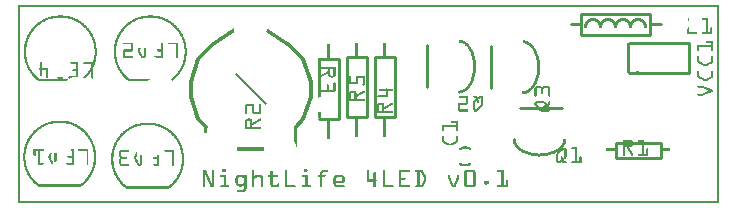
<source format=gto>
G04 MADE WITH FRITZING*
G04 WWW.FRITZING.ORG*
G04 DOUBLE SIDED*
G04 HOLES PLATED*
G04 CONTOUR ON CENTER OF CONTOUR VECTOR*
%ASAXBY*%
%FSLAX23Y23*%
%MOIN*%
%OFA0B0*%
%SFA1.0B1.0*%
%ADD10R,0.240000X0.080000X0.220000X0.060000*%
%ADD11C,0.010000*%
%ADD12C,0.005000*%
%ADD13C,0.012000*%
%ADD14R,0.001000X0.001000*%
%LNSILK1*%
G90*
G70*
G54D11*
X1879Y633D02*
X2109Y633D01*
X2109Y563D01*
X1879Y563D01*
X1879Y633D01*
D02*
X1673Y319D02*
X1813Y319D01*
D02*
X1994Y203D02*
X2144Y203D01*
D02*
X2144Y203D02*
X2144Y153D01*
D02*
X2144Y153D02*
X1994Y153D01*
D02*
X1994Y153D02*
X1994Y203D01*
G54D12*
D02*
X726Y430D02*
X826Y330D01*
G54D13*
D02*
X951Y480D02*
X901Y530D01*
D02*
X976Y405D02*
X951Y480D01*
D02*
X976Y355D02*
X976Y405D01*
D02*
X951Y280D02*
X976Y355D01*
D02*
X926Y255D02*
X951Y280D01*
D02*
X601Y280D02*
X576Y355D01*
D02*
X626Y255D02*
X601Y280D01*
D02*
X576Y355D02*
X576Y405D01*
D02*
X576Y405D02*
X601Y480D01*
D02*
X601Y480D02*
X651Y530D01*
G54D11*
D02*
X1005Y483D02*
X1071Y483D01*
D02*
X1071Y483D02*
X1071Y283D01*
D02*
X1071Y283D02*
X1005Y283D01*
D02*
X1192Y287D02*
X1192Y487D01*
D02*
X1192Y487D02*
X1258Y487D01*
D02*
X1258Y487D02*
X1258Y287D01*
D02*
X1258Y287D02*
X1192Y287D01*
D02*
X1365Y388D02*
X1365Y528D01*
D02*
X1099Y287D02*
X1099Y487D01*
D02*
X1099Y487D02*
X1165Y487D01*
D02*
X1165Y487D02*
X1165Y287D01*
D02*
X1165Y287D02*
X1099Y287D01*
D02*
X1579Y385D02*
X1579Y525D01*
D02*
X2037Y434D02*
X2237Y434D01*
D02*
X2237Y434D02*
X2237Y534D01*
D02*
X2237Y534D02*
X2037Y534D01*
X1873Y598D02*
X1843Y598D01*
D02*
X2113Y598D02*
X2143Y598D01*
D02*
G54D14*
X0Y661D02*
X2338Y661D01*
X0Y660D02*
X2338Y660D01*
X0Y659D02*
X2338Y659D01*
X0Y658D02*
X2338Y658D01*
X0Y657D02*
X2338Y657D01*
X0Y656D02*
X2338Y656D01*
X0Y655D02*
X2338Y655D01*
X0Y654D02*
X2338Y654D01*
X0Y653D02*
X7Y653D01*
X2331Y653D02*
X2338Y653D01*
X0Y652D02*
X7Y652D01*
X2331Y652D02*
X2338Y652D01*
X0Y651D02*
X7Y651D01*
X2331Y651D02*
X2338Y651D01*
X0Y650D02*
X7Y650D01*
X2331Y650D02*
X2338Y650D01*
X0Y649D02*
X7Y649D01*
X2331Y649D02*
X2338Y649D01*
X0Y648D02*
X7Y648D01*
X2331Y648D02*
X2338Y648D01*
X0Y647D02*
X7Y647D01*
X2331Y647D02*
X2338Y647D01*
X0Y646D02*
X7Y646D01*
X2331Y646D02*
X2338Y646D01*
X0Y645D02*
X7Y645D01*
X2331Y645D02*
X2338Y645D01*
X0Y644D02*
X7Y644D01*
X2331Y644D02*
X2338Y644D01*
X0Y643D02*
X7Y643D01*
X2331Y643D02*
X2338Y643D01*
X0Y642D02*
X7Y642D01*
X2331Y642D02*
X2338Y642D01*
X0Y641D02*
X7Y641D01*
X2331Y641D02*
X2338Y641D01*
X0Y640D02*
X7Y640D01*
X2331Y640D02*
X2338Y640D01*
X0Y639D02*
X7Y639D01*
X2331Y639D02*
X2338Y639D01*
X0Y638D02*
X7Y638D01*
X2331Y638D02*
X2338Y638D01*
X0Y637D02*
X7Y637D01*
X2331Y637D02*
X2338Y637D01*
X0Y636D02*
X7Y636D01*
X2331Y636D02*
X2338Y636D01*
X0Y635D02*
X7Y635D01*
X2331Y635D02*
X2338Y635D01*
X0Y634D02*
X7Y634D01*
X2331Y634D02*
X2338Y634D01*
X0Y633D02*
X7Y633D01*
X2331Y633D02*
X2338Y633D01*
X0Y632D02*
X7Y632D01*
X2331Y632D02*
X2338Y632D01*
X0Y631D02*
X7Y631D01*
X2331Y631D02*
X2338Y631D01*
X0Y630D02*
X7Y630D01*
X2331Y630D02*
X2338Y630D01*
X0Y629D02*
X7Y629D01*
X2331Y629D02*
X2338Y629D01*
X0Y628D02*
X7Y628D01*
X2331Y628D02*
X2338Y628D01*
X0Y627D02*
X7Y627D01*
X135Y627D02*
X150Y627D01*
X435Y627D02*
X450Y627D01*
X2331Y627D02*
X2338Y627D01*
X0Y626D02*
X7Y626D01*
X125Y626D02*
X160Y626D01*
X425Y626D02*
X460Y626D01*
X2331Y626D02*
X2338Y626D01*
X0Y625D02*
X7Y625D01*
X119Y625D02*
X166Y625D01*
X419Y625D02*
X466Y625D01*
X2331Y625D02*
X2338Y625D01*
X0Y624D02*
X7Y624D01*
X114Y624D02*
X170Y624D01*
X414Y624D02*
X470Y624D01*
X2331Y624D02*
X2338Y624D01*
X0Y623D02*
X7Y623D01*
X111Y623D02*
X174Y623D01*
X411Y623D02*
X474Y623D01*
X2331Y623D02*
X2338Y623D01*
X0Y622D02*
X7Y622D01*
X107Y622D02*
X178Y622D01*
X407Y622D02*
X478Y622D01*
X2331Y622D02*
X2338Y622D01*
X0Y621D02*
X7Y621D01*
X104Y621D02*
X181Y621D01*
X404Y621D02*
X481Y621D01*
X2331Y621D02*
X2338Y621D01*
X0Y620D02*
X7Y620D01*
X101Y620D02*
X184Y620D01*
X401Y620D02*
X484Y620D01*
X2331Y620D02*
X2338Y620D01*
X0Y619D02*
X7Y619D01*
X98Y619D02*
X127Y619D01*
X157Y619D02*
X186Y619D01*
X398Y619D02*
X427Y619D01*
X457Y619D02*
X486Y619D01*
X2331Y619D02*
X2338Y619D01*
X0Y618D02*
X7Y618D01*
X96Y618D02*
X120Y618D01*
X163Y618D02*
X189Y618D01*
X396Y618D02*
X420Y618D01*
X463Y618D02*
X489Y618D01*
X1913Y618D02*
X1922Y618D01*
X1963Y618D02*
X1972Y618D01*
X2013Y618D02*
X2022Y618D01*
X2063Y618D02*
X2072Y618D01*
X2331Y618D02*
X2338Y618D01*
X0Y617D02*
X7Y617D01*
X93Y617D02*
X116Y617D01*
X168Y617D02*
X191Y617D01*
X393Y617D02*
X416Y617D01*
X468Y617D02*
X491Y617D01*
X1909Y617D02*
X1926Y617D01*
X1959Y617D02*
X1976Y617D01*
X2009Y617D02*
X2026Y617D01*
X2059Y617D02*
X2076Y617D01*
X2234Y617D02*
X2237Y617D01*
X2283Y617D02*
X2302Y617D01*
X2331Y617D02*
X2338Y617D01*
X0Y616D02*
X7Y616D01*
X91Y616D02*
X112Y616D01*
X172Y616D02*
X193Y616D01*
X391Y616D02*
X412Y616D01*
X472Y616D02*
X493Y616D01*
X1906Y616D02*
X1929Y616D01*
X1956Y616D02*
X1979Y616D01*
X2006Y616D02*
X2028Y616D01*
X2056Y616D02*
X2078Y616D01*
X2234Y616D02*
X2238Y616D01*
X2282Y616D02*
X2302Y616D01*
X2331Y616D02*
X2338Y616D01*
X0Y615D02*
X7Y615D01*
X89Y615D02*
X108Y615D01*
X176Y615D02*
X195Y615D01*
X389Y615D02*
X408Y615D01*
X475Y615D02*
X495Y615D01*
X1904Y615D02*
X1931Y615D01*
X1954Y615D02*
X1981Y615D01*
X2004Y615D02*
X2031Y615D01*
X2054Y615D02*
X2080Y615D01*
X2234Y615D02*
X2238Y615D01*
X2282Y615D02*
X2302Y615D01*
X2331Y615D02*
X2338Y615D01*
X0Y614D02*
X7Y614D01*
X87Y614D02*
X105Y614D01*
X179Y614D02*
X197Y614D01*
X387Y614D02*
X405Y614D01*
X478Y614D02*
X497Y614D01*
X1903Y614D02*
X1932Y614D01*
X1953Y614D02*
X1982Y614D01*
X2003Y614D02*
X2032Y614D01*
X2053Y614D02*
X2082Y614D01*
X2235Y614D02*
X2238Y614D01*
X2282Y614D02*
X2302Y614D01*
X2331Y614D02*
X2338Y614D01*
X0Y613D02*
X7Y613D01*
X85Y613D02*
X102Y613D01*
X181Y613D02*
X199Y613D01*
X385Y613D02*
X402Y613D01*
X481Y613D02*
X499Y613D01*
X1901Y613D02*
X1934Y613D01*
X1951Y613D02*
X1984Y613D01*
X2001Y613D02*
X2034Y613D01*
X2051Y613D02*
X2084Y613D01*
X2235Y613D02*
X2238Y613D01*
X2282Y613D02*
X2302Y613D01*
X2331Y613D02*
X2338Y613D01*
X0Y612D02*
X7Y612D01*
X83Y612D02*
X100Y612D01*
X184Y612D02*
X201Y612D01*
X383Y612D02*
X400Y612D01*
X484Y612D02*
X501Y612D01*
X1900Y612D02*
X1935Y612D01*
X1950Y612D02*
X1985Y612D01*
X2000Y612D02*
X2035Y612D01*
X2050Y612D02*
X2085Y612D01*
X2235Y612D02*
X2238Y612D01*
X2283Y612D02*
X2302Y612D01*
X2331Y612D02*
X2338Y612D01*
X0Y611D02*
X7Y611D01*
X81Y611D02*
X97Y611D01*
X187Y611D02*
X203Y611D01*
X381Y611D02*
X397Y611D01*
X486Y611D02*
X503Y611D01*
X1899Y611D02*
X1936Y611D01*
X1949Y611D02*
X1986Y611D01*
X1999Y611D02*
X2036Y611D01*
X2049Y611D02*
X2086Y611D01*
X2236Y611D02*
X2238Y611D01*
X2285Y611D02*
X2302Y611D01*
X2331Y611D02*
X2338Y611D01*
X0Y610D02*
X7Y610D01*
X80Y610D02*
X95Y610D01*
X189Y610D02*
X205Y610D01*
X380Y610D02*
X395Y610D01*
X489Y610D02*
X505Y610D01*
X1898Y610D02*
X1937Y610D01*
X1948Y610D02*
X1987Y610D01*
X1998Y610D02*
X2037Y610D01*
X2048Y610D02*
X2087Y610D01*
X2236Y610D02*
X2238Y610D01*
X2296Y610D02*
X2302Y610D01*
X2331Y610D02*
X2338Y610D01*
X0Y609D02*
X7Y609D01*
X78Y609D02*
X93Y609D01*
X191Y609D02*
X206Y609D01*
X378Y609D02*
X393Y609D01*
X491Y609D02*
X506Y609D01*
X1897Y609D02*
X1938Y609D01*
X1947Y609D02*
X1988Y609D01*
X1997Y609D02*
X2038Y609D01*
X2047Y609D02*
X2088Y609D01*
X2236Y609D02*
X2238Y609D01*
X2296Y609D02*
X2302Y609D01*
X2331Y609D02*
X2338Y609D01*
X0Y608D02*
X7Y608D01*
X77Y608D02*
X91Y608D01*
X193Y608D02*
X208Y608D01*
X376Y608D02*
X391Y608D01*
X493Y608D02*
X508Y608D01*
X1896Y608D02*
X1912Y608D01*
X1923Y608D02*
X1939Y608D01*
X1946Y608D02*
X1962Y608D01*
X1973Y608D02*
X1989Y608D01*
X1996Y608D02*
X2012Y608D01*
X2023Y608D02*
X2039Y608D01*
X2046Y608D02*
X2062Y608D01*
X2073Y608D02*
X2089Y608D01*
X2237Y608D02*
X2238Y608D01*
X2296Y608D02*
X2302Y608D01*
X2331Y608D02*
X2338Y608D01*
X0Y607D02*
X7Y607D01*
X75Y607D02*
X89Y607D01*
X195Y607D02*
X209Y607D01*
X375Y607D02*
X389Y607D01*
X495Y607D02*
X509Y607D01*
X1895Y607D02*
X1909Y607D01*
X1926Y607D02*
X1940Y607D01*
X1945Y607D02*
X1959Y607D01*
X1976Y607D02*
X1990Y607D01*
X1995Y607D02*
X2009Y607D01*
X2026Y607D02*
X2040Y607D01*
X2045Y607D02*
X2059Y607D01*
X2076Y607D02*
X2090Y607D01*
X2237Y607D02*
X2238Y607D01*
X2296Y607D02*
X2302Y607D01*
X2331Y607D02*
X2338Y607D01*
X0Y606D02*
X7Y606D01*
X74Y606D02*
X87Y606D01*
X197Y606D02*
X211Y606D01*
X373Y606D02*
X387Y606D01*
X497Y606D02*
X511Y606D01*
X1894Y606D02*
X1907Y606D01*
X1928Y606D02*
X1941Y606D01*
X1944Y606D02*
X1957Y606D01*
X1978Y606D02*
X1991Y606D01*
X1994Y606D02*
X2007Y606D01*
X2028Y606D02*
X2041Y606D01*
X2044Y606D02*
X2057Y606D01*
X2078Y606D02*
X2091Y606D01*
X2237Y606D02*
X2238Y606D01*
X2296Y606D02*
X2302Y606D01*
X2331Y606D02*
X2338Y606D01*
X0Y605D02*
X7Y605D01*
X72Y605D02*
X85Y605D01*
X199Y605D02*
X212Y605D01*
X372Y605D02*
X385Y605D01*
X499Y605D02*
X512Y605D01*
X1893Y605D02*
X1905Y605D01*
X1930Y605D02*
X1955Y605D01*
X1980Y605D02*
X2005Y605D01*
X2030Y605D02*
X2055Y605D01*
X2080Y605D02*
X2092Y605D01*
X2237Y605D02*
X2238Y605D01*
X2296Y605D02*
X2302Y605D01*
X2331Y605D02*
X2338Y605D01*
X0Y604D02*
X7Y604D01*
X71Y604D02*
X84Y604D01*
X200Y604D02*
X214Y604D01*
X371Y604D02*
X383Y604D01*
X500Y604D02*
X514Y604D01*
X1893Y604D02*
X1904Y604D01*
X1931Y604D02*
X1954Y604D01*
X1981Y604D02*
X2004Y604D01*
X2031Y604D02*
X2054Y604D01*
X2081Y604D02*
X2092Y604D01*
X2237Y604D02*
X2238Y604D01*
X2296Y604D02*
X2302Y604D01*
X2331Y604D02*
X2338Y604D01*
X0Y603D02*
X7Y603D01*
X69Y603D02*
X82Y603D01*
X202Y603D02*
X215Y603D01*
X369Y603D02*
X382Y603D01*
X502Y603D02*
X515Y603D01*
X1892Y603D02*
X1903Y603D01*
X1932Y603D02*
X1953Y603D01*
X1982Y603D02*
X2003Y603D01*
X2032Y603D02*
X2053Y603D01*
X2082Y603D02*
X2093Y603D01*
X2238Y603D02*
X2238Y603D01*
X2296Y603D02*
X2302Y603D01*
X2331Y603D02*
X2338Y603D01*
X0Y602D02*
X7Y602D01*
X68Y602D02*
X80Y602D01*
X204Y602D02*
X216Y602D01*
X368Y602D02*
X380Y602D01*
X504Y602D02*
X516Y602D01*
X1891Y602D02*
X1902Y602D01*
X1933Y602D02*
X1952Y602D01*
X1983Y602D02*
X2002Y602D01*
X2033Y602D02*
X2052Y602D01*
X2083Y602D02*
X2093Y602D01*
X2238Y602D02*
X2238Y602D01*
X2296Y602D02*
X2302Y602D01*
X2331Y602D02*
X2338Y602D01*
X0Y601D02*
X7Y601D01*
X67Y601D02*
X79Y601D01*
X205Y601D02*
X218Y601D01*
X367Y601D02*
X379Y601D01*
X505Y601D02*
X517Y601D01*
X1891Y601D02*
X1901Y601D01*
X1934Y601D02*
X1951Y601D01*
X1984Y601D02*
X2001Y601D01*
X2034Y601D02*
X2051Y601D01*
X2084Y601D02*
X2094Y601D01*
X2238Y601D02*
X2238Y601D01*
X2296Y601D02*
X2302Y601D01*
X2331Y601D02*
X2338Y601D01*
X0Y600D02*
X7Y600D01*
X65Y600D02*
X77Y600D01*
X207Y600D02*
X219Y600D01*
X365Y600D02*
X377Y600D01*
X507Y600D02*
X519Y600D01*
X1890Y600D02*
X1900Y600D01*
X1935Y600D02*
X1950Y600D01*
X1985Y600D02*
X2000Y600D01*
X2035Y600D02*
X2050Y600D01*
X2085Y600D02*
X2094Y600D01*
X2238Y600D02*
X2238Y600D01*
X2296Y600D02*
X2302Y600D01*
X2331Y600D02*
X2338Y600D01*
X0Y599D02*
X7Y599D01*
X64Y599D02*
X76Y599D01*
X208Y599D02*
X220Y599D01*
X364Y599D02*
X376Y599D01*
X508Y599D02*
X520Y599D01*
X1890Y599D02*
X1900Y599D01*
X1935Y599D02*
X1950Y599D01*
X1985Y599D02*
X2000Y599D01*
X2035Y599D02*
X2050Y599D01*
X2085Y599D02*
X2095Y599D01*
X2238Y599D02*
X2238Y599D01*
X2296Y599D02*
X2302Y599D01*
X2331Y599D02*
X2338Y599D01*
X0Y598D02*
X7Y598D01*
X63Y598D02*
X74Y598D01*
X210Y598D02*
X221Y598D01*
X363Y598D02*
X374Y598D01*
X509Y598D02*
X521Y598D01*
X1890Y598D02*
X1899Y598D01*
X1936Y598D02*
X1949Y598D01*
X1986Y598D02*
X1999Y598D01*
X2036Y598D02*
X2049Y598D01*
X2086Y598D02*
X2095Y598D01*
X2238Y598D02*
X2238Y598D01*
X2296Y598D02*
X2302Y598D01*
X2331Y598D02*
X2338Y598D01*
X0Y597D02*
X7Y597D01*
X62Y597D02*
X73Y597D01*
X211Y597D02*
X222Y597D01*
X362Y597D02*
X373Y597D01*
X511Y597D02*
X522Y597D01*
X1889Y597D02*
X1899Y597D01*
X1936Y597D02*
X1949Y597D01*
X1986Y597D02*
X1999Y597D01*
X2036Y597D02*
X2049Y597D01*
X2086Y597D02*
X2096Y597D01*
X2238Y597D02*
X2238Y597D01*
X2296Y597D02*
X2302Y597D01*
X2331Y597D02*
X2338Y597D01*
X0Y596D02*
X7Y596D01*
X61Y596D02*
X72Y596D01*
X212Y596D02*
X223Y596D01*
X361Y596D02*
X372Y596D01*
X512Y596D02*
X523Y596D01*
X1889Y596D02*
X1898Y596D01*
X1937Y596D02*
X1948Y596D01*
X1987Y596D02*
X1998Y596D01*
X2037Y596D02*
X2048Y596D01*
X2087Y596D02*
X2096Y596D01*
X2238Y596D02*
X2238Y596D01*
X2296Y596D02*
X2302Y596D01*
X2331Y596D02*
X2338Y596D01*
X0Y595D02*
X7Y595D01*
X60Y595D02*
X71Y595D01*
X213Y595D02*
X225Y595D01*
X360Y595D02*
X370Y595D01*
X513Y595D02*
X524Y595D01*
X1889Y595D02*
X1898Y595D01*
X1937Y595D02*
X1948Y595D01*
X1987Y595D02*
X1998Y595D01*
X2037Y595D02*
X2048Y595D01*
X2087Y595D02*
X2096Y595D01*
X2238Y595D02*
X2238Y595D01*
X2296Y595D02*
X2302Y595D01*
X2331Y595D02*
X2338Y595D01*
X0Y594D02*
X7Y594D01*
X59Y594D02*
X69Y594D01*
X215Y594D02*
X226Y594D01*
X358Y594D02*
X369Y594D01*
X515Y594D02*
X525Y594D01*
X1889Y594D02*
X1898Y594D01*
X1937Y594D02*
X1948Y594D01*
X1987Y594D02*
X1998Y594D01*
X2037Y594D02*
X2048Y594D01*
X2087Y594D02*
X2096Y594D01*
X2238Y594D02*
X2238Y594D01*
X2296Y594D02*
X2302Y594D01*
X2331Y594D02*
X2338Y594D01*
X0Y593D02*
X7Y593D01*
X58Y593D02*
X68Y593D01*
X216Y593D02*
X227Y593D01*
X357Y593D02*
X368Y593D01*
X516Y593D02*
X527Y593D01*
X1888Y593D02*
X1897Y593D01*
X1938Y593D02*
X1947Y593D01*
X1988Y593D02*
X1997Y593D01*
X2038Y593D02*
X2047Y593D01*
X2088Y593D02*
X2097Y593D01*
X2237Y593D02*
X2238Y593D01*
X2296Y593D02*
X2302Y593D01*
X2331Y593D02*
X2338Y593D01*
X0Y592D02*
X7Y592D01*
X57Y592D02*
X67Y592D01*
X217Y592D02*
X228Y592D01*
X356Y592D02*
X367Y592D01*
X517Y592D02*
X528Y592D01*
X1888Y592D02*
X1897Y592D01*
X1938Y592D02*
X1947Y592D01*
X1988Y592D02*
X1997Y592D01*
X2038Y592D02*
X2047Y592D01*
X2088Y592D02*
X2097Y592D01*
X2237Y592D02*
X2238Y592D01*
X2296Y592D02*
X2302Y592D01*
X2331Y592D02*
X2338Y592D01*
X0Y591D02*
X7Y591D01*
X56Y591D02*
X66Y591D01*
X218Y591D02*
X229Y591D01*
X355Y591D02*
X366Y591D01*
X518Y591D02*
X529Y591D01*
X1888Y591D02*
X1897Y591D01*
X1938Y591D02*
X1947Y591D01*
X1988Y591D02*
X1997Y591D01*
X2038Y591D02*
X2047Y591D01*
X2088Y591D02*
X2097Y591D01*
X2237Y591D02*
X2238Y591D01*
X2296Y591D02*
X2302Y591D01*
X2331Y591D02*
X2338Y591D01*
X0Y590D02*
X7Y590D01*
X55Y590D02*
X65Y590D01*
X219Y590D02*
X230Y590D01*
X354Y590D02*
X365Y590D01*
X519Y590D02*
X530Y590D01*
X1888Y590D02*
X1897Y590D01*
X1938Y590D02*
X1947Y590D01*
X1988Y590D02*
X1997Y590D01*
X2038Y590D02*
X2047Y590D01*
X2088Y590D02*
X2097Y590D01*
X2237Y590D02*
X2238Y590D01*
X2296Y590D02*
X2302Y590D01*
X2331Y590D02*
X2338Y590D01*
X0Y589D02*
X7Y589D01*
X54Y589D02*
X64Y589D01*
X221Y589D02*
X231Y589D01*
X353Y589D02*
X364Y589D01*
X520Y589D02*
X530Y589D01*
X1888Y589D02*
X1897Y589D01*
X1938Y589D02*
X1947Y589D01*
X1988Y589D02*
X1997Y589D01*
X2038Y589D02*
X2047Y589D01*
X2088Y589D02*
X2097Y589D01*
X2237Y589D02*
X2238Y589D01*
X2296Y589D02*
X2302Y589D01*
X2331Y589D02*
X2338Y589D01*
X0Y588D02*
X7Y588D01*
X53Y588D02*
X63Y588D01*
X222Y588D02*
X231Y588D01*
X353Y588D02*
X362Y588D01*
X521Y588D02*
X531Y588D01*
X1888Y588D02*
X1897Y588D01*
X1938Y588D02*
X1947Y588D01*
X1988Y588D02*
X1997Y588D01*
X2038Y588D02*
X2047Y588D01*
X2088Y588D02*
X2097Y588D01*
X2236Y588D02*
X2238Y588D01*
X2296Y588D02*
X2302Y588D01*
X2311Y588D02*
X2314Y588D01*
X2331Y588D02*
X2338Y588D01*
X0Y587D02*
X7Y587D01*
X52Y587D02*
X62Y587D01*
X223Y587D02*
X232Y587D01*
X352Y587D02*
X361Y587D01*
X522Y587D02*
X532Y587D01*
X1888Y587D02*
X1897Y587D01*
X1938Y587D02*
X1947Y587D01*
X1988Y587D02*
X1997Y587D01*
X2038Y587D02*
X2047Y587D01*
X2088Y587D02*
X2097Y587D01*
X2236Y587D02*
X2238Y587D01*
X2296Y587D02*
X2302Y587D01*
X2310Y587D02*
X2315Y587D01*
X2331Y587D02*
X2338Y587D01*
X0Y586D02*
X7Y586D01*
X51Y586D02*
X61Y586D01*
X224Y586D02*
X233Y586D01*
X351Y586D02*
X360Y586D01*
X523Y586D02*
X533Y586D01*
X1889Y586D02*
X1896Y586D01*
X1939Y586D02*
X1946Y586D01*
X1989Y586D02*
X1996Y586D01*
X2039Y586D02*
X2046Y586D01*
X2089Y586D02*
X2096Y586D01*
X2236Y586D02*
X2238Y586D01*
X2296Y586D02*
X2302Y586D01*
X2309Y586D02*
X2315Y586D01*
X2331Y586D02*
X2338Y586D01*
X0Y585D02*
X7Y585D01*
X50Y585D02*
X60Y585D01*
X225Y585D02*
X234Y585D01*
X350Y585D02*
X360Y585D01*
X525Y585D02*
X534Y585D01*
X1890Y585D02*
X1896Y585D01*
X1939Y585D02*
X1945Y585D01*
X1989Y585D02*
X1995Y585D01*
X2039Y585D02*
X2045Y585D01*
X2089Y585D02*
X2095Y585D01*
X2235Y585D02*
X2238Y585D01*
X2296Y585D02*
X2302Y585D01*
X2309Y585D02*
X2315Y585D01*
X2331Y585D02*
X2338Y585D01*
X0Y584D02*
X7Y584D01*
X49Y584D02*
X59Y584D01*
X226Y584D02*
X235Y584D01*
X349Y584D02*
X359Y584D01*
X525Y584D02*
X535Y584D01*
X720Y584D02*
X720Y584D01*
X830Y584D02*
X831Y584D01*
X1891Y584D02*
X1894Y584D01*
X1941Y584D02*
X1944Y584D01*
X1991Y584D02*
X1994Y584D01*
X2041Y584D02*
X2044Y584D01*
X2091Y584D02*
X2094Y584D01*
X2235Y584D02*
X2238Y584D01*
X2296Y584D02*
X2302Y584D01*
X2309Y584D02*
X2315Y584D01*
X2331Y584D02*
X2338Y584D01*
X0Y583D02*
X7Y583D01*
X48Y583D02*
X58Y583D01*
X227Y583D02*
X236Y583D01*
X348Y583D02*
X358Y583D01*
X526Y583D02*
X536Y583D01*
X718Y583D02*
X720Y583D01*
X830Y583D02*
X832Y583D01*
X2235Y583D02*
X2238Y583D01*
X2296Y583D02*
X2302Y583D01*
X2309Y583D02*
X2315Y583D01*
X2331Y583D02*
X2338Y583D01*
X0Y582D02*
X7Y582D01*
X48Y582D02*
X57Y582D01*
X227Y582D02*
X237Y582D01*
X347Y582D02*
X357Y582D01*
X527Y582D02*
X537Y582D01*
X717Y582D02*
X720Y582D01*
X830Y582D02*
X834Y582D01*
X2234Y582D02*
X2238Y582D01*
X2296Y582D02*
X2302Y582D01*
X2309Y582D02*
X2315Y582D01*
X2331Y582D02*
X2338Y582D01*
X0Y581D02*
X7Y581D01*
X47Y581D02*
X56Y581D01*
X228Y581D02*
X237Y581D01*
X347Y581D02*
X356Y581D01*
X528Y581D02*
X537Y581D01*
X715Y581D02*
X720Y581D01*
X830Y581D02*
X835Y581D01*
X2234Y581D02*
X2238Y581D01*
X2296Y581D02*
X2302Y581D01*
X2309Y581D02*
X2315Y581D01*
X2331Y581D02*
X2338Y581D01*
X0Y580D02*
X7Y580D01*
X46Y580D02*
X55Y580D01*
X229Y580D02*
X238Y580D01*
X346Y580D02*
X355Y580D01*
X529Y580D02*
X538Y580D01*
X714Y580D02*
X720Y580D01*
X830Y580D02*
X837Y580D01*
X2233Y580D02*
X2238Y580D01*
X2296Y580D02*
X2302Y580D01*
X2309Y580D02*
X2315Y580D01*
X2331Y580D02*
X2338Y580D01*
X0Y579D02*
X7Y579D01*
X45Y579D02*
X54Y579D01*
X230Y579D02*
X239Y579D01*
X345Y579D02*
X354Y579D01*
X530Y579D02*
X539Y579D01*
X712Y579D02*
X720Y579D01*
X830Y579D02*
X838Y579D01*
X2233Y579D02*
X2238Y579D01*
X2296Y579D02*
X2302Y579D01*
X2309Y579D02*
X2315Y579D01*
X2331Y579D02*
X2338Y579D01*
X0Y578D02*
X7Y578D01*
X44Y578D02*
X53Y578D01*
X231Y578D02*
X240Y578D01*
X344Y578D02*
X353Y578D01*
X531Y578D02*
X540Y578D01*
X711Y578D02*
X720Y578D01*
X830Y578D02*
X840Y578D01*
X2232Y578D02*
X2238Y578D01*
X2296Y578D02*
X2302Y578D01*
X2309Y578D02*
X2315Y578D01*
X2331Y578D02*
X2338Y578D01*
X0Y577D02*
X7Y577D01*
X44Y577D02*
X53Y577D01*
X232Y577D02*
X240Y577D01*
X344Y577D02*
X353Y577D01*
X532Y577D02*
X540Y577D01*
X709Y577D02*
X720Y577D01*
X830Y577D02*
X841Y577D01*
X2232Y577D02*
X2238Y577D01*
X2296Y577D02*
X2302Y577D01*
X2309Y577D02*
X2315Y577D01*
X2331Y577D02*
X2338Y577D01*
X0Y576D02*
X7Y576D01*
X43Y576D02*
X52Y576D01*
X233Y576D02*
X241Y576D01*
X343Y576D02*
X352Y576D01*
X532Y576D02*
X541Y576D01*
X708Y576D02*
X720Y576D01*
X830Y576D02*
X843Y576D01*
X2232Y576D02*
X2238Y576D01*
X2296Y576D02*
X2302Y576D01*
X2309Y576D02*
X2315Y576D01*
X2331Y576D02*
X2338Y576D01*
X0Y575D02*
X7Y575D01*
X42Y575D02*
X51Y575D01*
X233Y575D02*
X242Y575D01*
X342Y575D02*
X351Y575D01*
X533Y575D02*
X542Y575D01*
X706Y575D02*
X721Y575D01*
X830Y575D02*
X844Y575D01*
X2232Y575D02*
X2238Y575D01*
X2296Y575D02*
X2302Y575D01*
X2309Y575D02*
X2315Y575D01*
X2331Y575D02*
X2338Y575D01*
X0Y574D02*
X7Y574D01*
X42Y574D02*
X50Y574D01*
X234Y574D02*
X242Y574D01*
X341Y574D02*
X350Y574D01*
X534Y574D02*
X542Y574D01*
X705Y574D02*
X721Y574D01*
X830Y574D02*
X846Y574D01*
X2232Y574D02*
X2238Y574D01*
X2296Y574D02*
X2302Y574D01*
X2309Y574D02*
X2315Y574D01*
X2331Y574D02*
X2338Y574D01*
X0Y573D02*
X7Y573D01*
X41Y573D02*
X50Y573D01*
X235Y573D02*
X243Y573D01*
X341Y573D02*
X349Y573D01*
X535Y573D02*
X543Y573D01*
X703Y573D02*
X721Y573D01*
X829Y573D02*
X847Y573D01*
X2232Y573D02*
X2238Y573D01*
X2296Y573D02*
X2302Y573D01*
X2309Y573D02*
X2315Y573D01*
X2331Y573D02*
X2338Y573D01*
X0Y572D02*
X7Y572D01*
X40Y572D02*
X49Y572D01*
X236Y572D02*
X244Y572D01*
X340Y572D02*
X349Y572D01*
X535Y572D02*
X544Y572D01*
X702Y572D02*
X721Y572D01*
X829Y572D02*
X849Y572D01*
X2232Y572D02*
X2238Y572D01*
X2296Y572D02*
X2302Y572D01*
X2309Y572D02*
X2315Y572D01*
X2331Y572D02*
X2338Y572D01*
X0Y571D02*
X7Y571D01*
X40Y571D02*
X48Y571D01*
X236Y571D02*
X244Y571D01*
X340Y571D02*
X348Y571D01*
X536Y571D02*
X544Y571D01*
X700Y571D02*
X721Y571D01*
X830Y571D02*
X850Y571D01*
X2232Y571D02*
X2263Y571D01*
X2284Y571D02*
X2315Y571D01*
X2331Y571D02*
X2338Y571D01*
X0Y570D02*
X7Y570D01*
X39Y570D02*
X47Y570D01*
X237Y570D02*
X245Y570D01*
X339Y570D02*
X347Y570D01*
X537Y570D02*
X545Y570D01*
X699Y570D02*
X719Y570D01*
X831Y570D02*
X852Y570D01*
X2232Y570D02*
X2265Y570D01*
X2283Y570D02*
X2315Y570D01*
X2331Y570D02*
X2338Y570D01*
X0Y569D02*
X7Y569D01*
X38Y569D02*
X47Y569D01*
X238Y569D02*
X246Y569D01*
X338Y569D02*
X347Y569D01*
X538Y569D02*
X546Y569D01*
X697Y569D02*
X718Y569D01*
X833Y569D02*
X853Y569D01*
X2232Y569D02*
X2265Y569D01*
X2282Y569D02*
X2315Y569D01*
X2331Y569D02*
X2338Y569D01*
X0Y568D02*
X7Y568D01*
X38Y568D02*
X46Y568D01*
X238Y568D02*
X246Y568D01*
X338Y568D02*
X346Y568D01*
X538Y568D02*
X546Y568D01*
X696Y568D02*
X716Y568D01*
X834Y568D02*
X855Y568D01*
X2232Y568D02*
X2266Y568D01*
X2282Y568D02*
X2315Y568D01*
X2331Y568D02*
X2338Y568D01*
X0Y567D02*
X7Y567D01*
X37Y567D02*
X45Y567D01*
X239Y567D02*
X247Y567D01*
X337Y567D02*
X345Y567D01*
X539Y567D02*
X547Y567D01*
X694Y567D02*
X715Y567D01*
X836Y567D02*
X856Y567D01*
X2232Y567D02*
X2265Y567D01*
X2282Y567D02*
X2315Y567D01*
X2331Y567D02*
X2338Y567D01*
X0Y566D02*
X7Y566D01*
X37Y566D02*
X45Y566D01*
X240Y566D02*
X247Y566D01*
X337Y566D02*
X345Y566D01*
X539Y566D02*
X547Y566D01*
X693Y566D02*
X713Y566D01*
X837Y566D02*
X858Y566D01*
X2232Y566D02*
X2265Y566D01*
X2282Y566D02*
X2315Y566D01*
X2331Y566D02*
X2338Y566D01*
X0Y565D02*
X7Y565D01*
X36Y565D02*
X44Y565D01*
X240Y565D02*
X248Y565D01*
X336Y565D02*
X344Y565D01*
X540Y565D02*
X548Y565D01*
X691Y565D02*
X712Y565D01*
X839Y565D02*
X859Y565D01*
X2232Y565D02*
X2264Y565D01*
X2283Y565D02*
X2314Y565D01*
X2331Y565D02*
X2338Y565D01*
X0Y564D02*
X7Y564D01*
X36Y564D02*
X44Y564D01*
X241Y564D02*
X249Y564D01*
X335Y564D02*
X343Y564D01*
X541Y564D02*
X548Y564D01*
X690Y564D02*
X710Y564D01*
X840Y564D02*
X861Y564D01*
X2331Y564D02*
X2338Y564D01*
X0Y563D02*
X7Y563D01*
X35Y563D02*
X43Y563D01*
X241Y563D02*
X249Y563D01*
X335Y563D02*
X343Y563D01*
X541Y563D02*
X549Y563D01*
X688Y563D02*
X709Y563D01*
X842Y563D02*
X862Y563D01*
X2331Y563D02*
X2338Y563D01*
X0Y562D02*
X7Y562D01*
X34Y562D02*
X42Y562D01*
X242Y562D02*
X250Y562D01*
X334Y562D02*
X342Y562D01*
X542Y562D02*
X549Y562D01*
X687Y562D02*
X707Y562D01*
X843Y562D02*
X864Y562D01*
X2331Y562D02*
X2338Y562D01*
X0Y561D02*
X7Y561D01*
X34Y561D02*
X42Y561D01*
X243Y561D02*
X250Y561D01*
X334Y561D02*
X342Y561D01*
X542Y561D02*
X550Y561D01*
X685Y561D02*
X706Y561D01*
X845Y561D02*
X865Y561D01*
X2331Y561D02*
X2338Y561D01*
X0Y560D02*
X7Y560D01*
X33Y560D02*
X41Y560D01*
X243Y560D02*
X251Y560D01*
X333Y560D02*
X341Y560D01*
X543Y560D02*
X550Y560D01*
X684Y560D02*
X704Y560D01*
X846Y560D02*
X867Y560D01*
X2331Y560D02*
X2338Y560D01*
X0Y559D02*
X7Y559D01*
X33Y559D02*
X41Y559D01*
X244Y559D02*
X251Y559D01*
X333Y559D02*
X341Y559D01*
X544Y559D02*
X551Y559D01*
X682Y559D02*
X703Y559D01*
X848Y559D02*
X868Y559D01*
X2331Y559D02*
X2338Y559D01*
X0Y558D02*
X7Y558D01*
X32Y558D02*
X40Y558D01*
X244Y558D02*
X252Y558D01*
X332Y558D02*
X340Y558D01*
X544Y558D02*
X551Y558D01*
X681Y558D02*
X701Y558D01*
X849Y558D02*
X870Y558D01*
X2331Y558D02*
X2338Y558D01*
X0Y557D02*
X7Y557D01*
X32Y557D02*
X40Y557D01*
X245Y557D02*
X252Y557D01*
X332Y557D02*
X340Y557D01*
X545Y557D02*
X552Y557D01*
X679Y557D02*
X700Y557D01*
X851Y557D02*
X871Y557D01*
X2331Y557D02*
X2338Y557D01*
X0Y556D02*
X7Y556D01*
X32Y556D02*
X39Y556D01*
X245Y556D02*
X252Y556D01*
X331Y556D02*
X339Y556D01*
X545Y556D02*
X552Y556D01*
X678Y556D02*
X698Y556D01*
X852Y556D02*
X873Y556D01*
X2331Y556D02*
X2338Y556D01*
X0Y555D02*
X7Y555D01*
X31Y555D02*
X39Y555D01*
X246Y555D02*
X253Y555D01*
X331Y555D02*
X339Y555D01*
X546Y555D02*
X553Y555D01*
X676Y555D02*
X697Y555D01*
X854Y555D02*
X874Y555D01*
X2331Y555D02*
X2338Y555D01*
X0Y554D02*
X7Y554D01*
X31Y554D02*
X38Y554D01*
X246Y554D02*
X253Y554D01*
X331Y554D02*
X338Y554D01*
X546Y554D02*
X553Y554D01*
X675Y554D02*
X695Y554D01*
X855Y554D02*
X876Y554D01*
X2331Y554D02*
X2338Y554D01*
X0Y553D02*
X7Y553D01*
X30Y553D02*
X38Y553D01*
X247Y553D02*
X254Y553D01*
X330Y553D02*
X338Y553D01*
X547Y553D02*
X554Y553D01*
X673Y553D02*
X694Y553D01*
X857Y553D02*
X877Y553D01*
X2331Y553D02*
X2338Y553D01*
X0Y552D02*
X7Y552D01*
X30Y552D02*
X37Y552D01*
X247Y552D02*
X254Y552D01*
X330Y552D02*
X337Y552D01*
X547Y552D02*
X554Y552D01*
X672Y552D02*
X692Y552D01*
X858Y552D02*
X879Y552D01*
X2331Y552D02*
X2338Y552D01*
X0Y551D02*
X7Y551D01*
X29Y551D02*
X37Y551D01*
X248Y551D02*
X255Y551D01*
X329Y551D02*
X337Y551D01*
X547Y551D02*
X554Y551D01*
X670Y551D02*
X691Y551D01*
X860Y551D02*
X880Y551D01*
X2331Y551D02*
X2338Y551D01*
X0Y550D02*
X7Y550D01*
X29Y550D02*
X36Y550D01*
X248Y550D02*
X255Y550D01*
X329Y550D02*
X336Y550D01*
X548Y550D02*
X555Y550D01*
X669Y550D02*
X689Y550D01*
X861Y550D02*
X882Y550D01*
X2331Y550D02*
X2338Y550D01*
X0Y549D02*
X7Y549D01*
X29Y549D02*
X36Y549D01*
X248Y549D02*
X255Y549D01*
X329Y549D02*
X336Y549D01*
X548Y549D02*
X555Y549D01*
X667Y549D02*
X688Y549D01*
X863Y549D02*
X883Y549D01*
X2331Y549D02*
X2338Y549D01*
X0Y548D02*
X7Y548D01*
X28Y548D02*
X36Y548D01*
X249Y548D02*
X256Y548D01*
X328Y548D02*
X335Y548D01*
X549Y548D02*
X556Y548D01*
X666Y548D02*
X686Y548D01*
X864Y548D02*
X885Y548D01*
X2331Y548D02*
X2338Y548D01*
X0Y547D02*
X7Y547D01*
X28Y547D02*
X35Y547D01*
X249Y547D02*
X256Y547D01*
X328Y547D02*
X335Y547D01*
X549Y547D02*
X556Y547D01*
X664Y547D02*
X685Y547D01*
X866Y547D02*
X886Y547D01*
X2331Y547D02*
X2338Y547D01*
X0Y546D02*
X7Y546D01*
X28Y546D02*
X35Y546D01*
X250Y546D02*
X256Y546D01*
X327Y546D02*
X335Y546D01*
X549Y546D02*
X556Y546D01*
X663Y546D02*
X683Y546D01*
X867Y546D02*
X888Y546D01*
X1471Y546D02*
X1473Y546D01*
X2331Y546D02*
X2338Y546D01*
X0Y545D02*
X7Y545D01*
X27Y545D02*
X34Y545D01*
X250Y545D02*
X257Y545D01*
X327Y545D02*
X334Y545D01*
X550Y545D02*
X557Y545D01*
X661Y545D02*
X682Y545D01*
X869Y545D02*
X889Y545D01*
X1471Y545D02*
X1479Y545D01*
X2331Y545D02*
X2338Y545D01*
X0Y544D02*
X7Y544D01*
X27Y544D02*
X34Y544D01*
X250Y544D02*
X257Y544D01*
X327Y544D02*
X334Y544D01*
X550Y544D02*
X557Y544D01*
X660Y544D02*
X680Y544D01*
X870Y544D02*
X891Y544D01*
X1471Y544D02*
X1482Y544D01*
X2331Y544D02*
X2338Y544D01*
X0Y543D02*
X7Y543D01*
X27Y543D02*
X34Y543D01*
X251Y543D02*
X257Y543D01*
X326Y543D02*
X334Y543D01*
X551Y543D02*
X557Y543D01*
X658Y543D02*
X679Y543D01*
X872Y543D02*
X892Y543D01*
X1471Y543D02*
X1485Y543D01*
X1684Y543D02*
X1691Y543D01*
X2331Y543D02*
X2338Y543D01*
X0Y542D02*
X7Y542D01*
X26Y542D02*
X33Y542D01*
X251Y542D02*
X258Y542D01*
X326Y542D02*
X333Y542D01*
X551Y542D02*
X558Y542D01*
X657Y542D02*
X677Y542D01*
X873Y542D02*
X894Y542D01*
X1471Y542D02*
X1487Y542D01*
X1684Y542D02*
X1695Y542D01*
X2331Y542D02*
X2338Y542D01*
X0Y541D02*
X7Y541D01*
X26Y541D02*
X33Y541D01*
X251Y541D02*
X258Y541D01*
X326Y541D02*
X333Y541D01*
X551Y541D02*
X558Y541D01*
X655Y541D02*
X676Y541D01*
X875Y541D02*
X895Y541D01*
X1471Y541D02*
X1489Y541D01*
X1684Y541D02*
X1698Y541D01*
X2296Y541D02*
X2317Y541D01*
X2331Y541D02*
X2338Y541D01*
X0Y540D02*
X7Y540D01*
X26Y540D02*
X33Y540D01*
X252Y540D02*
X258Y540D01*
X326Y540D02*
X333Y540D01*
X552Y540D02*
X558Y540D01*
X654Y540D02*
X674Y540D01*
X876Y540D02*
X897Y540D01*
X1471Y540D02*
X1491Y540D01*
X1684Y540D02*
X1700Y540D01*
X2295Y540D02*
X2318Y540D01*
X2331Y540D02*
X2338Y540D01*
X0Y539D02*
X7Y539D01*
X25Y539D02*
X32Y539D01*
X252Y539D02*
X259Y539D01*
X325Y539D02*
X332Y539D01*
X552Y539D02*
X559Y539D01*
X652Y539D02*
X673Y539D01*
X878Y539D02*
X898Y539D01*
X1471Y539D02*
X1492Y539D01*
X1684Y539D02*
X1702Y539D01*
X2295Y539D02*
X2318Y539D01*
X2331Y539D02*
X2338Y539D01*
X0Y538D02*
X7Y538D01*
X25Y538D02*
X32Y538D01*
X252Y538D02*
X259Y538D01*
X325Y538D02*
X332Y538D01*
X552Y538D02*
X559Y538D01*
X651Y538D02*
X671Y538D01*
X879Y538D02*
X900Y538D01*
X1471Y538D02*
X1494Y538D01*
X1684Y538D02*
X1704Y538D01*
X2295Y538D02*
X2318Y538D01*
X2331Y538D02*
X2338Y538D01*
X0Y537D02*
X7Y537D01*
X25Y537D02*
X32Y537D01*
X253Y537D02*
X259Y537D01*
X325Y537D02*
X332Y537D01*
X552Y537D02*
X559Y537D01*
X649Y537D02*
X670Y537D01*
X881Y537D02*
X901Y537D01*
X1471Y537D02*
X1495Y537D01*
X1684Y537D02*
X1705Y537D01*
X2295Y537D02*
X2318Y537D01*
X2331Y537D02*
X2338Y537D01*
X0Y536D02*
X7Y536D01*
X25Y536D02*
X31Y536D01*
X253Y536D02*
X259Y536D01*
X324Y536D02*
X331Y536D01*
X353Y536D02*
X385Y536D01*
X479Y536D02*
X484Y536D01*
X502Y536D02*
X534Y536D01*
X553Y536D02*
X559Y536D01*
X648Y536D02*
X668Y536D01*
X882Y536D02*
X903Y536D01*
X1126Y536D02*
X1135Y536D01*
X1219Y536D02*
X1228Y536D01*
X1474Y536D02*
X1496Y536D01*
X1684Y536D02*
X1707Y536D01*
X2296Y536D02*
X2318Y536D01*
X2331Y536D02*
X2338Y536D01*
X0Y535D02*
X7Y535D01*
X24Y535D02*
X31Y535D01*
X253Y535D02*
X260Y535D01*
X324Y535D02*
X331Y535D01*
X352Y535D02*
X385Y535D01*
X479Y535D02*
X484Y535D01*
X501Y535D02*
X534Y535D01*
X553Y535D02*
X560Y535D01*
X648Y535D02*
X667Y535D01*
X884Y535D02*
X902Y535D01*
X1126Y535D02*
X1135Y535D01*
X1219Y535D02*
X1228Y535D01*
X1479Y535D02*
X1497Y535D01*
X1684Y535D02*
X1708Y535D01*
X2031Y535D02*
X2040Y535D01*
X2298Y535D02*
X2318Y535D01*
X2331Y535D02*
X2338Y535D01*
X0Y534D02*
X7Y534D01*
X24Y534D02*
X31Y534D01*
X253Y534D02*
X260Y534D01*
X324Y534D02*
X331Y534D01*
X352Y534D02*
X385Y534D01*
X479Y534D02*
X484Y534D01*
X501Y534D02*
X534Y534D01*
X553Y534D02*
X560Y534D01*
X649Y534D02*
X665Y534D01*
X885Y534D02*
X902Y534D01*
X1126Y534D02*
X1135Y534D01*
X1219Y534D02*
X1228Y534D01*
X1482Y534D02*
X1499Y534D01*
X1684Y534D02*
X1709Y534D01*
X2031Y534D02*
X2040Y534D01*
X2312Y534D02*
X2318Y534D01*
X2331Y534D02*
X2338Y534D01*
X0Y533D02*
X7Y533D01*
X24Y533D02*
X31Y533D01*
X254Y533D02*
X260Y533D01*
X324Y533D02*
X331Y533D01*
X352Y533D02*
X385Y533D01*
X479Y533D02*
X484Y533D01*
X501Y533D02*
X534Y533D01*
X554Y533D02*
X560Y533D01*
X649Y533D02*
X664Y533D01*
X887Y533D02*
X901Y533D01*
X1126Y533D02*
X1135Y533D01*
X1219Y533D02*
X1228Y533D01*
X1484Y533D02*
X1500Y533D01*
X1692Y533D02*
X1710Y533D01*
X2031Y533D02*
X2040Y533D01*
X2312Y533D02*
X2318Y533D01*
X2331Y533D02*
X2338Y533D01*
X0Y532D02*
X7Y532D01*
X24Y532D02*
X30Y532D01*
X254Y532D02*
X260Y532D01*
X324Y532D02*
X330Y532D01*
X352Y532D02*
X385Y532D01*
X479Y532D02*
X484Y532D01*
X501Y532D02*
X534Y532D01*
X554Y532D02*
X560Y532D01*
X650Y532D02*
X662Y532D01*
X888Y532D02*
X900Y532D01*
X1126Y532D02*
X1135Y532D01*
X1219Y532D02*
X1228Y532D01*
X1486Y532D02*
X1501Y532D01*
X1695Y532D02*
X1712Y532D01*
X2031Y532D02*
X2040Y532D01*
X2312Y532D02*
X2318Y532D01*
X2331Y532D02*
X2338Y532D01*
X0Y531D02*
X7Y531D01*
X23Y531D02*
X30Y531D01*
X254Y531D02*
X261Y531D01*
X323Y531D02*
X330Y531D01*
X353Y531D02*
X385Y531D01*
X479Y531D02*
X484Y531D01*
X502Y531D02*
X534Y531D01*
X554Y531D02*
X560Y531D01*
X651Y531D02*
X661Y531D01*
X890Y531D02*
X900Y531D01*
X1033Y531D02*
X1042Y531D01*
X1126Y531D02*
X1135Y531D01*
X1219Y531D02*
X1228Y531D01*
X1488Y531D02*
X1502Y531D01*
X1697Y531D02*
X1713Y531D01*
X2031Y531D02*
X2040Y531D01*
X2312Y531D02*
X2318Y531D01*
X2331Y531D02*
X2338Y531D01*
X0Y530D02*
X7Y530D01*
X23Y530D02*
X30Y530D01*
X254Y530D02*
X261Y530D01*
X323Y530D02*
X330Y530D01*
X378Y530D02*
X385Y530D01*
X479Y530D02*
X484Y530D01*
X527Y530D02*
X534Y530D01*
X554Y530D02*
X561Y530D01*
X651Y530D02*
X659Y530D01*
X891Y530D02*
X899Y530D01*
X1033Y530D02*
X1042Y530D01*
X1126Y530D02*
X1135Y530D01*
X1219Y530D02*
X1228Y530D01*
X1490Y530D02*
X1503Y530D01*
X1699Y530D02*
X1714Y530D01*
X2031Y530D02*
X2040Y530D01*
X2312Y530D02*
X2318Y530D01*
X2331Y530D02*
X2338Y530D01*
X0Y529D02*
X7Y529D01*
X23Y529D02*
X30Y529D01*
X255Y529D02*
X261Y529D01*
X323Y529D02*
X330Y529D01*
X379Y529D02*
X385Y529D01*
X479Y529D02*
X484Y529D01*
X528Y529D02*
X534Y529D01*
X554Y529D02*
X561Y529D01*
X652Y529D02*
X658Y529D01*
X893Y529D02*
X898Y529D01*
X1033Y529D02*
X1042Y529D01*
X1126Y529D02*
X1135Y529D01*
X1219Y529D02*
X1228Y529D01*
X1491Y529D02*
X1503Y529D01*
X1701Y529D02*
X1715Y529D01*
X2031Y529D02*
X2040Y529D01*
X2312Y529D02*
X2318Y529D01*
X2331Y529D02*
X2338Y529D01*
X0Y528D02*
X7Y528D01*
X23Y528D02*
X29Y528D01*
X255Y528D02*
X261Y528D01*
X323Y528D02*
X329Y528D01*
X379Y528D02*
X385Y528D01*
X479Y528D02*
X484Y528D01*
X528Y528D02*
X534Y528D01*
X555Y528D02*
X561Y528D01*
X653Y528D02*
X656Y528D01*
X894Y528D02*
X898Y528D01*
X1033Y528D02*
X1042Y528D01*
X1126Y528D02*
X1135Y528D01*
X1219Y528D02*
X1228Y528D01*
X1492Y528D02*
X1504Y528D01*
X1702Y528D02*
X1716Y528D01*
X2031Y528D02*
X2040Y528D01*
X2266Y528D02*
X2318Y528D01*
X2331Y528D02*
X2338Y528D01*
X0Y527D02*
X7Y527D01*
X23Y527D02*
X29Y527D01*
X255Y527D02*
X261Y527D01*
X323Y527D02*
X329Y527D01*
X379Y527D02*
X385Y527D01*
X479Y527D02*
X484Y527D01*
X528Y527D02*
X534Y527D01*
X555Y527D02*
X561Y527D01*
X653Y527D02*
X655Y527D01*
X896Y527D02*
X897Y527D01*
X1033Y527D02*
X1042Y527D01*
X1126Y527D02*
X1135Y527D01*
X1219Y527D02*
X1228Y527D01*
X1493Y527D02*
X1505Y527D01*
X1704Y527D02*
X1716Y527D01*
X2031Y527D02*
X2040Y527D01*
X2266Y527D02*
X2318Y527D01*
X2331Y527D02*
X2338Y527D01*
X0Y526D02*
X7Y526D01*
X23Y526D02*
X29Y526D01*
X255Y526D02*
X262Y526D01*
X322Y526D02*
X329Y526D01*
X379Y526D02*
X385Y526D01*
X479Y526D02*
X484Y526D01*
X528Y526D02*
X534Y526D01*
X555Y526D02*
X561Y526D01*
X1033Y526D02*
X1042Y526D01*
X1126Y526D02*
X1135Y526D01*
X1219Y526D02*
X1228Y526D01*
X1494Y526D02*
X1506Y526D01*
X1705Y526D02*
X1717Y526D01*
X2031Y526D02*
X2040Y526D01*
X2266Y526D02*
X2318Y526D01*
X2331Y526D02*
X2338Y526D01*
X0Y525D02*
X7Y525D01*
X22Y525D02*
X29Y525D01*
X255Y525D02*
X262Y525D01*
X322Y525D02*
X329Y525D01*
X379Y525D02*
X385Y525D01*
X479Y525D02*
X484Y525D01*
X528Y525D02*
X534Y525D01*
X555Y525D02*
X562Y525D01*
X1033Y525D02*
X1042Y525D01*
X1126Y525D02*
X1135Y525D01*
X1219Y525D02*
X1228Y525D01*
X1496Y525D02*
X1507Y525D01*
X1706Y525D02*
X1718Y525D01*
X2031Y525D02*
X2040Y525D01*
X2266Y525D02*
X2318Y525D01*
X2331Y525D02*
X2338Y525D01*
X0Y524D02*
X7Y524D01*
X22Y524D02*
X29Y524D01*
X255Y524D02*
X262Y524D01*
X322Y524D02*
X329Y524D01*
X379Y524D02*
X385Y524D01*
X479Y524D02*
X484Y524D01*
X528Y524D02*
X534Y524D01*
X555Y524D02*
X562Y524D01*
X1033Y524D02*
X1042Y524D01*
X1126Y524D02*
X1135Y524D01*
X1219Y524D02*
X1228Y524D01*
X1496Y524D02*
X1507Y524D01*
X1707Y524D02*
X1719Y524D01*
X2031Y524D02*
X2040Y524D01*
X2266Y524D02*
X2318Y524D01*
X2331Y524D02*
X2338Y524D01*
X0Y523D02*
X7Y523D01*
X22Y523D02*
X29Y523D01*
X256Y523D02*
X262Y523D01*
X322Y523D02*
X328Y523D01*
X379Y523D02*
X385Y523D01*
X479Y523D02*
X484Y523D01*
X528Y523D02*
X534Y523D01*
X556Y523D02*
X562Y523D01*
X1033Y523D02*
X1042Y523D01*
X1126Y523D02*
X1135Y523D01*
X1219Y523D02*
X1228Y523D01*
X1497Y523D02*
X1508Y523D01*
X1709Y523D02*
X1720Y523D01*
X2031Y523D02*
X2040Y523D01*
X2266Y523D02*
X2318Y523D01*
X2331Y523D02*
X2338Y523D01*
X0Y522D02*
X7Y522D01*
X22Y522D02*
X28Y522D01*
X256Y522D02*
X262Y522D01*
X322Y522D02*
X328Y522D01*
X379Y522D02*
X385Y522D01*
X405Y522D02*
X405Y522D01*
X479Y522D02*
X484Y522D01*
X528Y522D02*
X534Y522D01*
X556Y522D02*
X562Y522D01*
X1033Y522D02*
X1042Y522D01*
X1126Y522D02*
X1135Y522D01*
X1219Y522D02*
X1228Y522D01*
X1498Y522D02*
X1509Y522D01*
X1710Y522D02*
X1721Y522D01*
X2031Y522D02*
X2040Y522D01*
X2266Y522D02*
X2318Y522D01*
X2331Y522D02*
X2338Y522D01*
X0Y521D02*
X7Y521D01*
X22Y521D02*
X28Y521D01*
X256Y521D02*
X262Y521D01*
X322Y521D02*
X328Y521D01*
X379Y521D02*
X385Y521D01*
X405Y521D02*
X405Y521D01*
X479Y521D02*
X484Y521D01*
X528Y521D02*
X534Y521D01*
X556Y521D02*
X562Y521D01*
X1033Y521D02*
X1042Y521D01*
X1126Y521D02*
X1135Y521D01*
X1219Y521D02*
X1228Y521D01*
X1499Y521D02*
X1510Y521D01*
X1710Y521D02*
X1721Y521D01*
X2031Y521D02*
X2040Y521D01*
X2266Y521D02*
X2272Y521D01*
X2312Y521D02*
X2318Y521D01*
X2331Y521D02*
X2338Y521D01*
X0Y520D02*
X7Y520D01*
X22Y520D02*
X28Y520D01*
X256Y520D02*
X262Y520D01*
X322Y520D02*
X328Y520D01*
X379Y520D02*
X385Y520D01*
X404Y520D02*
X405Y520D01*
X479Y520D02*
X484Y520D01*
X528Y520D02*
X534Y520D01*
X556Y520D02*
X562Y520D01*
X1033Y520D02*
X1042Y520D01*
X1126Y520D02*
X1135Y520D01*
X1219Y520D02*
X1228Y520D01*
X1500Y520D02*
X1510Y520D01*
X1711Y520D02*
X1722Y520D01*
X2031Y520D02*
X2040Y520D01*
X2266Y520D02*
X2272Y520D01*
X2312Y520D02*
X2318Y520D01*
X2331Y520D02*
X2338Y520D01*
X0Y519D02*
X7Y519D01*
X22Y519D02*
X28Y519D01*
X256Y519D02*
X263Y519D01*
X321Y519D02*
X328Y519D01*
X379Y519D02*
X385Y519D01*
X404Y519D02*
X405Y519D01*
X479Y519D02*
X484Y519D01*
X528Y519D02*
X534Y519D01*
X556Y519D02*
X562Y519D01*
X1033Y519D02*
X1042Y519D01*
X1126Y519D02*
X1135Y519D01*
X1219Y519D02*
X1228Y519D01*
X1501Y519D02*
X1511Y519D01*
X1712Y519D02*
X1723Y519D01*
X2031Y519D02*
X2040Y519D01*
X2266Y519D02*
X2272Y519D01*
X2312Y519D02*
X2318Y519D01*
X2331Y519D02*
X2338Y519D01*
X0Y518D02*
X7Y518D01*
X21Y518D02*
X28Y518D01*
X256Y518D02*
X263Y518D01*
X321Y518D02*
X328Y518D01*
X379Y518D02*
X385Y518D01*
X403Y518D02*
X410Y518D01*
X422Y518D02*
X428Y518D01*
X478Y518D02*
X484Y518D01*
X528Y518D02*
X534Y518D01*
X556Y518D02*
X563Y518D01*
X1033Y518D02*
X1042Y518D01*
X1126Y518D02*
X1135Y518D01*
X1219Y518D02*
X1228Y518D01*
X1501Y518D02*
X1511Y518D01*
X1713Y518D02*
X1723Y518D01*
X2031Y518D02*
X2040Y518D01*
X2266Y518D02*
X2272Y518D01*
X2312Y518D02*
X2318Y518D01*
X2331Y518D02*
X2338Y518D01*
X0Y517D02*
X7Y517D01*
X21Y517D02*
X28Y517D01*
X256Y517D02*
X263Y517D01*
X321Y517D02*
X328Y517D01*
X379Y517D02*
X385Y517D01*
X403Y517D02*
X410Y517D01*
X422Y517D02*
X428Y517D01*
X478Y517D02*
X484Y517D01*
X528Y517D02*
X534Y517D01*
X556Y517D02*
X563Y517D01*
X1033Y517D02*
X1042Y517D01*
X1126Y517D02*
X1135Y517D01*
X1219Y517D02*
X1228Y517D01*
X1502Y517D02*
X1512Y517D01*
X1714Y517D02*
X1724Y517D01*
X2031Y517D02*
X2040Y517D01*
X2266Y517D02*
X2272Y517D01*
X2312Y517D02*
X2318Y517D01*
X2331Y517D02*
X2338Y517D01*
X0Y516D02*
X7Y516D01*
X21Y516D02*
X28Y516D01*
X257Y516D02*
X263Y516D01*
X321Y516D02*
X328Y516D01*
X379Y516D02*
X385Y516D01*
X402Y516D02*
X409Y516D01*
X422Y516D02*
X428Y516D01*
X478Y516D02*
X484Y516D01*
X528Y516D02*
X534Y516D01*
X556Y516D02*
X563Y516D01*
X1033Y516D02*
X1042Y516D01*
X1126Y516D02*
X1135Y516D01*
X1219Y516D02*
X1228Y516D01*
X1503Y516D02*
X1513Y516D01*
X1715Y516D02*
X1725Y516D01*
X2031Y516D02*
X2040Y516D01*
X2266Y516D02*
X2272Y516D01*
X2312Y516D02*
X2318Y516D01*
X2331Y516D02*
X2338Y516D01*
X0Y515D02*
X7Y515D01*
X21Y515D02*
X28Y515D01*
X257Y515D02*
X263Y515D01*
X321Y515D02*
X328Y515D01*
X379Y515D02*
X385Y515D01*
X402Y515D02*
X409Y515D01*
X422Y515D02*
X428Y515D01*
X478Y515D02*
X484Y515D01*
X528Y515D02*
X534Y515D01*
X556Y515D02*
X563Y515D01*
X1033Y515D02*
X1042Y515D01*
X1126Y515D02*
X1135Y515D01*
X1219Y515D02*
X1228Y515D01*
X1503Y515D02*
X1513Y515D01*
X1715Y515D02*
X1725Y515D01*
X2031Y515D02*
X2040Y515D01*
X2266Y515D02*
X2272Y515D01*
X2312Y515D02*
X2318Y515D01*
X2331Y515D02*
X2338Y515D01*
X0Y514D02*
X7Y514D01*
X21Y514D02*
X28Y514D01*
X257Y514D02*
X263Y514D01*
X321Y514D02*
X327Y514D01*
X379Y514D02*
X385Y514D01*
X402Y514D02*
X408Y514D01*
X422Y514D02*
X428Y514D01*
X478Y514D02*
X484Y514D01*
X528Y514D02*
X534Y514D01*
X557Y514D02*
X563Y514D01*
X1033Y514D02*
X1042Y514D01*
X1126Y514D02*
X1135Y514D01*
X1219Y514D02*
X1228Y514D01*
X1504Y514D02*
X1514Y514D01*
X1716Y514D02*
X1726Y514D01*
X2031Y514D02*
X2040Y514D01*
X2266Y514D02*
X2272Y514D01*
X2312Y514D02*
X2318Y514D01*
X2331Y514D02*
X2338Y514D01*
X0Y513D02*
X7Y513D01*
X21Y513D02*
X27Y513D01*
X257Y513D02*
X263Y513D01*
X321Y513D02*
X327Y513D01*
X356Y513D02*
X385Y513D01*
X402Y513D02*
X408Y513D01*
X422Y513D02*
X428Y513D01*
X466Y513D02*
X484Y513D01*
X528Y513D02*
X534Y513D01*
X557Y513D02*
X563Y513D01*
X1033Y513D02*
X1042Y513D01*
X1126Y513D02*
X1135Y513D01*
X1219Y513D02*
X1228Y513D01*
X1505Y513D02*
X1514Y513D01*
X1717Y513D02*
X1726Y513D01*
X2031Y513D02*
X2040Y513D01*
X2266Y513D02*
X2272Y513D01*
X2312Y513D02*
X2318Y513D01*
X2331Y513D02*
X2338Y513D01*
X0Y512D02*
X7Y512D01*
X21Y512D02*
X27Y512D01*
X257Y512D02*
X263Y512D01*
X321Y512D02*
X327Y512D01*
X354Y512D02*
X385Y512D01*
X401Y512D02*
X407Y512D01*
X422Y512D02*
X428Y512D01*
X465Y512D02*
X484Y512D01*
X528Y512D02*
X534Y512D01*
X557Y512D02*
X563Y512D01*
X1033Y512D02*
X1042Y512D01*
X1126Y512D02*
X1135Y512D01*
X1219Y512D02*
X1228Y512D01*
X1505Y512D02*
X1515Y512D01*
X1717Y512D02*
X1727Y512D01*
X2031Y512D02*
X2040Y512D01*
X2266Y512D02*
X2272Y512D01*
X2312Y512D02*
X2318Y512D01*
X2331Y512D02*
X2338Y512D01*
X0Y511D02*
X7Y511D01*
X21Y511D02*
X27Y511D01*
X257Y511D02*
X263Y511D01*
X321Y511D02*
X327Y511D01*
X353Y511D02*
X384Y511D01*
X401Y511D02*
X407Y511D01*
X422Y511D02*
X428Y511D01*
X465Y511D02*
X484Y511D01*
X528Y511D02*
X534Y511D01*
X557Y511D02*
X563Y511D01*
X1033Y511D02*
X1042Y511D01*
X1126Y511D02*
X1135Y511D01*
X1219Y511D02*
X1228Y511D01*
X1506Y511D02*
X1515Y511D01*
X1718Y511D02*
X1727Y511D01*
X2031Y511D02*
X2040Y511D01*
X2266Y511D02*
X2272Y511D01*
X2312Y511D02*
X2318Y511D01*
X2331Y511D02*
X2338Y511D01*
X0Y510D02*
X7Y510D01*
X21Y510D02*
X27Y510D01*
X257Y510D02*
X263Y510D01*
X321Y510D02*
X327Y510D01*
X352Y510D02*
X384Y510D01*
X401Y510D02*
X407Y510D01*
X422Y510D02*
X428Y510D01*
X465Y510D02*
X484Y510D01*
X528Y510D02*
X534Y510D01*
X557Y510D02*
X563Y510D01*
X1033Y510D02*
X1042Y510D01*
X1126Y510D02*
X1135Y510D01*
X1219Y510D02*
X1228Y510D01*
X1506Y510D02*
X1516Y510D01*
X1718Y510D02*
X1728Y510D01*
X2031Y510D02*
X2040Y510D01*
X2266Y510D02*
X2271Y510D01*
X2313Y510D02*
X2318Y510D01*
X2331Y510D02*
X2338Y510D01*
X0Y509D02*
X7Y509D01*
X21Y509D02*
X27Y509D01*
X257Y509D02*
X263Y509D01*
X321Y509D02*
X327Y509D01*
X352Y509D02*
X383Y509D01*
X401Y509D02*
X407Y509D01*
X422Y509D02*
X428Y509D01*
X465Y509D02*
X484Y509D01*
X528Y509D02*
X534Y509D01*
X557Y509D02*
X563Y509D01*
X1033Y509D02*
X1042Y509D01*
X1126Y509D02*
X1135Y509D01*
X1219Y509D02*
X1228Y509D01*
X1507Y509D02*
X1516Y509D01*
X1719Y509D02*
X1728Y509D01*
X2031Y509D02*
X2040Y509D01*
X2267Y509D02*
X2271Y509D01*
X2313Y509D02*
X2318Y509D01*
X2331Y509D02*
X2338Y509D01*
X0Y508D02*
X7Y508D01*
X21Y508D02*
X27Y508D01*
X257Y508D02*
X263Y508D01*
X321Y508D02*
X327Y508D01*
X352Y508D02*
X382Y508D01*
X401Y508D02*
X407Y508D01*
X422Y508D02*
X428Y508D01*
X465Y508D02*
X484Y508D01*
X528Y508D02*
X534Y508D01*
X557Y508D02*
X563Y508D01*
X1033Y508D02*
X1042Y508D01*
X1126Y508D02*
X1135Y508D01*
X1219Y508D02*
X1228Y508D01*
X1507Y508D02*
X1517Y508D01*
X1720Y508D02*
X1729Y508D01*
X2031Y508D02*
X2040Y508D01*
X2268Y508D02*
X2270Y508D01*
X2314Y508D02*
X2316Y508D01*
X2331Y508D02*
X2338Y508D01*
X0Y507D02*
X7Y507D01*
X21Y507D02*
X27Y507D01*
X257Y507D02*
X263Y507D01*
X321Y507D02*
X327Y507D01*
X352Y507D02*
X380Y507D01*
X402Y507D02*
X408Y507D01*
X422Y507D02*
X428Y507D01*
X467Y507D02*
X484Y507D01*
X528Y507D02*
X534Y507D01*
X557Y507D02*
X563Y507D01*
X1033Y507D02*
X1042Y507D01*
X1126Y507D02*
X1135Y507D01*
X1219Y507D02*
X1228Y507D01*
X1508Y507D02*
X1517Y507D01*
X1720Y507D02*
X1729Y507D01*
X2031Y507D02*
X2040Y507D01*
X2331Y507D02*
X2338Y507D01*
X0Y506D02*
X7Y506D01*
X21Y506D02*
X27Y506D01*
X257Y506D02*
X263Y506D01*
X321Y506D02*
X327Y506D01*
X352Y506D02*
X358Y506D01*
X402Y506D02*
X408Y506D01*
X422Y506D02*
X428Y506D01*
X478Y506D02*
X484Y506D01*
X528Y506D02*
X534Y506D01*
X557Y506D02*
X563Y506D01*
X1033Y506D02*
X1042Y506D01*
X1126Y506D02*
X1135Y506D01*
X1219Y506D02*
X1228Y506D01*
X1508Y506D02*
X1518Y506D01*
X1721Y506D02*
X1730Y506D01*
X2031Y506D02*
X2040Y506D01*
X2331Y506D02*
X2338Y506D01*
X0Y505D02*
X7Y505D01*
X21Y505D02*
X27Y505D01*
X257Y505D02*
X263Y505D01*
X321Y505D02*
X327Y505D01*
X352Y505D02*
X358Y505D01*
X402Y505D02*
X409Y505D01*
X422Y505D02*
X428Y505D01*
X478Y505D02*
X484Y505D01*
X528Y505D02*
X534Y505D01*
X557Y505D02*
X563Y505D01*
X1033Y505D02*
X1042Y505D01*
X1126Y505D02*
X1135Y505D01*
X1219Y505D02*
X1228Y505D01*
X1509Y505D02*
X1518Y505D01*
X1721Y505D02*
X1730Y505D01*
X2031Y505D02*
X2040Y505D01*
X2331Y505D02*
X2338Y505D01*
X0Y504D02*
X7Y504D01*
X21Y504D02*
X27Y504D01*
X257Y504D02*
X263Y504D01*
X321Y504D02*
X327Y504D01*
X352Y504D02*
X358Y504D01*
X403Y504D02*
X409Y504D01*
X422Y504D02*
X428Y504D01*
X478Y504D02*
X484Y504D01*
X528Y504D02*
X534Y504D01*
X557Y504D02*
X563Y504D01*
X1033Y504D02*
X1042Y504D01*
X1126Y504D02*
X1135Y504D01*
X1219Y504D02*
X1228Y504D01*
X1509Y504D02*
X1518Y504D01*
X1722Y504D02*
X1731Y504D01*
X2031Y504D02*
X2040Y504D01*
X2331Y504D02*
X2338Y504D01*
X0Y503D02*
X7Y503D01*
X21Y503D02*
X27Y503D01*
X257Y503D02*
X263Y503D01*
X321Y503D02*
X327Y503D01*
X352Y503D02*
X358Y503D01*
X403Y503D02*
X410Y503D01*
X422Y503D02*
X428Y503D01*
X478Y503D02*
X484Y503D01*
X528Y503D02*
X534Y503D01*
X557Y503D02*
X563Y503D01*
X1033Y503D02*
X1042Y503D01*
X1126Y503D02*
X1135Y503D01*
X1219Y503D02*
X1228Y503D01*
X1510Y503D02*
X1519Y503D01*
X1722Y503D02*
X1731Y503D01*
X2031Y503D02*
X2040Y503D01*
X2331Y503D02*
X2338Y503D01*
X0Y502D02*
X7Y502D01*
X21Y502D02*
X27Y502D01*
X257Y502D02*
X263Y502D01*
X321Y502D02*
X327Y502D01*
X352Y502D02*
X358Y502D01*
X404Y502D02*
X410Y502D01*
X422Y502D02*
X428Y502D01*
X478Y502D02*
X484Y502D01*
X528Y502D02*
X534Y502D01*
X557Y502D02*
X563Y502D01*
X1033Y502D02*
X1042Y502D01*
X1126Y502D02*
X1135Y502D01*
X1219Y502D02*
X1228Y502D01*
X1510Y502D02*
X1519Y502D01*
X1722Y502D02*
X1732Y502D01*
X2031Y502D02*
X2040Y502D01*
X2331Y502D02*
X2338Y502D01*
X0Y501D02*
X7Y501D01*
X21Y501D02*
X27Y501D01*
X257Y501D02*
X263Y501D01*
X321Y501D02*
X327Y501D01*
X352Y501D02*
X358Y501D01*
X404Y501D02*
X411Y501D01*
X422Y501D02*
X428Y501D01*
X478Y501D02*
X484Y501D01*
X528Y501D02*
X534Y501D01*
X557Y501D02*
X563Y501D01*
X1033Y501D02*
X1042Y501D01*
X1126Y501D02*
X1135Y501D01*
X1219Y501D02*
X1228Y501D01*
X1511Y501D02*
X1520Y501D01*
X1723Y501D02*
X1732Y501D01*
X2031Y501D02*
X2040Y501D01*
X2331Y501D02*
X2338Y501D01*
X0Y500D02*
X7Y500D01*
X21Y500D02*
X27Y500D01*
X257Y500D02*
X263Y500D01*
X321Y500D02*
X327Y500D01*
X352Y500D02*
X358Y500D01*
X405Y500D02*
X411Y500D01*
X422Y500D02*
X428Y500D01*
X478Y500D02*
X484Y500D01*
X528Y500D02*
X534Y500D01*
X557Y500D02*
X563Y500D01*
X1033Y500D02*
X1042Y500D01*
X1126Y500D02*
X1135Y500D01*
X1219Y500D02*
X1228Y500D01*
X1511Y500D02*
X1520Y500D01*
X1723Y500D02*
X1732Y500D01*
X2031Y500D02*
X2040Y500D01*
X2331Y500D02*
X2338Y500D01*
X0Y499D02*
X7Y499D01*
X21Y499D02*
X27Y499D01*
X257Y499D02*
X263Y499D01*
X321Y499D02*
X327Y499D01*
X352Y499D02*
X358Y499D01*
X405Y499D02*
X412Y499D01*
X422Y499D02*
X428Y499D01*
X478Y499D02*
X484Y499D01*
X528Y499D02*
X534Y499D01*
X557Y499D02*
X563Y499D01*
X1033Y499D02*
X1042Y499D01*
X1126Y499D02*
X1135Y499D01*
X1219Y499D02*
X1228Y499D01*
X1511Y499D02*
X1520Y499D01*
X1724Y499D02*
X1733Y499D01*
X2031Y499D02*
X2040Y499D01*
X2331Y499D02*
X2338Y499D01*
X0Y498D02*
X7Y498D01*
X21Y498D02*
X27Y498D01*
X257Y498D02*
X263Y498D01*
X321Y498D02*
X327Y498D01*
X352Y498D02*
X358Y498D01*
X406Y498D02*
X412Y498D01*
X422Y498D02*
X428Y498D01*
X478Y498D02*
X484Y498D01*
X528Y498D02*
X534Y498D01*
X557Y498D02*
X563Y498D01*
X1033Y498D02*
X1042Y498D01*
X1126Y498D02*
X1135Y498D01*
X1219Y498D02*
X1228Y498D01*
X1512Y498D02*
X1521Y498D01*
X1724Y498D02*
X1733Y498D01*
X2031Y498D02*
X2040Y498D01*
X2331Y498D02*
X2338Y498D01*
X0Y497D02*
X7Y497D01*
X21Y497D02*
X28Y497D01*
X257Y497D02*
X263Y497D01*
X321Y497D02*
X327Y497D01*
X352Y497D02*
X358Y497D01*
X406Y497D02*
X413Y497D01*
X422Y497D02*
X428Y497D01*
X478Y497D02*
X484Y497D01*
X528Y497D02*
X534Y497D01*
X556Y497D02*
X563Y497D01*
X1033Y497D02*
X1042Y497D01*
X1126Y497D02*
X1135Y497D01*
X1219Y497D02*
X1228Y497D01*
X1512Y497D02*
X1521Y497D01*
X1725Y497D02*
X1734Y497D01*
X2031Y497D02*
X2040Y497D01*
X2331Y497D02*
X2338Y497D01*
X0Y496D02*
X7Y496D01*
X21Y496D02*
X28Y496D01*
X257Y496D02*
X263Y496D01*
X321Y496D02*
X327Y496D01*
X352Y496D02*
X358Y496D01*
X407Y496D02*
X413Y496D01*
X422Y496D02*
X428Y496D01*
X478Y496D02*
X484Y496D01*
X528Y496D02*
X534Y496D01*
X556Y496D02*
X563Y496D01*
X1033Y496D02*
X1042Y496D01*
X1126Y496D02*
X1135Y496D01*
X1219Y496D02*
X1228Y496D01*
X1512Y496D02*
X1521Y496D01*
X1725Y496D02*
X1734Y496D01*
X2031Y496D02*
X2040Y496D01*
X2331Y496D02*
X2338Y496D01*
X0Y495D02*
X7Y495D01*
X21Y495D02*
X28Y495D01*
X256Y495D02*
X263Y495D01*
X321Y495D02*
X328Y495D01*
X352Y495D02*
X358Y495D01*
X407Y495D02*
X414Y495D01*
X422Y495D02*
X428Y495D01*
X478Y495D02*
X484Y495D01*
X528Y495D02*
X534Y495D01*
X556Y495D02*
X563Y495D01*
X1033Y495D02*
X1042Y495D01*
X1126Y495D02*
X1135Y495D01*
X1219Y495D02*
X1228Y495D01*
X1513Y495D02*
X1522Y495D01*
X1725Y495D02*
X1734Y495D01*
X2031Y495D02*
X2040Y495D01*
X2331Y495D02*
X2338Y495D01*
X0Y494D02*
X7Y494D01*
X21Y494D02*
X28Y494D01*
X256Y494D02*
X263Y494D01*
X321Y494D02*
X328Y494D01*
X352Y494D02*
X358Y494D01*
X408Y494D02*
X414Y494D01*
X422Y494D02*
X428Y494D01*
X478Y494D02*
X484Y494D01*
X528Y494D02*
X534Y494D01*
X556Y494D02*
X563Y494D01*
X1033Y494D02*
X1042Y494D01*
X1126Y494D02*
X1135Y494D01*
X1219Y494D02*
X1228Y494D01*
X1513Y494D02*
X1522Y494D01*
X1726Y494D02*
X1735Y494D01*
X2031Y494D02*
X2040Y494D01*
X2331Y494D02*
X2338Y494D01*
X0Y493D02*
X7Y493D01*
X22Y493D02*
X28Y493D01*
X256Y493D02*
X263Y493D01*
X321Y493D02*
X328Y493D01*
X352Y493D02*
X358Y493D01*
X408Y493D02*
X415Y493D01*
X422Y493D02*
X428Y493D01*
X478Y493D02*
X484Y493D01*
X528Y493D02*
X534Y493D01*
X556Y493D02*
X563Y493D01*
X1033Y493D02*
X1042Y493D01*
X1126Y493D02*
X1135Y493D01*
X1219Y493D02*
X1228Y493D01*
X1513Y493D02*
X1522Y493D01*
X1726Y493D02*
X1735Y493D01*
X2031Y493D02*
X2040Y493D01*
X2331Y493D02*
X2338Y493D01*
X0Y492D02*
X7Y492D01*
X22Y492D02*
X28Y492D01*
X256Y492D02*
X263Y492D01*
X322Y492D02*
X328Y492D01*
X352Y492D02*
X358Y492D01*
X409Y492D02*
X415Y492D01*
X422Y492D02*
X428Y492D01*
X478Y492D02*
X484Y492D01*
X528Y492D02*
X534Y492D01*
X556Y492D02*
X562Y492D01*
X1033Y492D02*
X1042Y492D01*
X1126Y492D02*
X1135Y492D01*
X1219Y492D02*
X1228Y492D01*
X1514Y492D02*
X1523Y492D01*
X1726Y492D02*
X1735Y492D01*
X2031Y492D02*
X2040Y492D01*
X2268Y492D02*
X2269Y492D01*
X2315Y492D02*
X2316Y492D01*
X2331Y492D02*
X2338Y492D01*
X0Y491D02*
X7Y491D01*
X22Y491D02*
X28Y491D01*
X256Y491D02*
X262Y491D01*
X322Y491D02*
X328Y491D01*
X352Y491D02*
X358Y491D01*
X409Y491D02*
X416Y491D01*
X422Y491D02*
X428Y491D01*
X478Y491D02*
X484Y491D01*
X528Y491D02*
X534Y491D01*
X556Y491D02*
X562Y491D01*
X1033Y491D02*
X1042Y491D01*
X1126Y491D02*
X1135Y491D01*
X1219Y491D02*
X1228Y491D01*
X1514Y491D02*
X1523Y491D01*
X1727Y491D02*
X1736Y491D01*
X2031Y491D02*
X2040Y491D01*
X2267Y491D02*
X2271Y491D01*
X2313Y491D02*
X2318Y491D01*
X2331Y491D02*
X2338Y491D01*
X0Y490D02*
X7Y490D01*
X22Y490D02*
X28Y490D01*
X256Y490D02*
X262Y490D01*
X322Y490D02*
X328Y490D01*
X352Y490D02*
X383Y490D01*
X410Y490D02*
X428Y490D01*
X455Y490D02*
X484Y490D01*
X528Y490D02*
X534Y490D01*
X556Y490D02*
X562Y490D01*
X1033Y490D02*
X1042Y490D01*
X1126Y490D02*
X1135Y490D01*
X1219Y490D02*
X1228Y490D01*
X1514Y490D02*
X1523Y490D01*
X1727Y490D02*
X1736Y490D01*
X2031Y490D02*
X2040Y490D01*
X2266Y490D02*
X2271Y490D01*
X2313Y490D02*
X2318Y490D01*
X2331Y490D02*
X2338Y490D01*
X0Y489D02*
X7Y489D01*
X22Y489D02*
X28Y489D01*
X256Y489D02*
X262Y489D01*
X322Y489D02*
X328Y489D01*
X352Y489D02*
X384Y489D01*
X410Y489D02*
X426Y489D01*
X458Y489D02*
X484Y489D01*
X528Y489D02*
X534Y489D01*
X556Y489D02*
X562Y489D01*
X1033Y489D02*
X1042Y489D01*
X1126Y489D02*
X1135Y489D01*
X1219Y489D02*
X1228Y489D01*
X1514Y489D02*
X1523Y489D01*
X1727Y489D02*
X1736Y489D01*
X2031Y489D02*
X2040Y489D01*
X2266Y489D02*
X2272Y489D01*
X2312Y489D02*
X2318Y489D01*
X2331Y489D02*
X2338Y489D01*
X0Y488D02*
X7Y488D01*
X22Y488D02*
X29Y488D01*
X256Y488D02*
X262Y488D01*
X322Y488D02*
X328Y488D01*
X352Y488D02*
X385Y488D01*
X411Y488D02*
X425Y488D01*
X459Y488D02*
X484Y488D01*
X528Y488D02*
X534Y488D01*
X555Y488D02*
X562Y488D01*
X1033Y488D02*
X1042Y488D01*
X1515Y488D02*
X1524Y488D01*
X1727Y488D02*
X1736Y488D01*
X2031Y488D02*
X2040Y488D01*
X2266Y488D02*
X2272Y488D01*
X2312Y488D02*
X2318Y488D01*
X2331Y488D02*
X2338Y488D01*
X0Y487D02*
X7Y487D01*
X22Y487D02*
X29Y487D01*
X255Y487D02*
X262Y487D01*
X322Y487D02*
X329Y487D01*
X352Y487D02*
X385Y487D01*
X411Y487D02*
X423Y487D01*
X461Y487D02*
X484Y487D01*
X528Y487D02*
X534Y487D01*
X555Y487D02*
X562Y487D01*
X1033Y487D02*
X1042Y487D01*
X1515Y487D02*
X1524Y487D01*
X1728Y487D02*
X1737Y487D01*
X2031Y487D02*
X2040Y487D01*
X2266Y487D02*
X2272Y487D01*
X2312Y487D02*
X2318Y487D01*
X2331Y487D02*
X2338Y487D01*
X0Y486D02*
X7Y486D01*
X23Y486D02*
X29Y486D01*
X255Y486D02*
X262Y486D01*
X322Y486D02*
X329Y486D01*
X353Y486D02*
X385Y486D01*
X412Y486D02*
X422Y486D01*
X462Y486D02*
X484Y486D01*
X528Y486D02*
X534Y486D01*
X555Y486D02*
X562Y486D01*
X1033Y486D02*
X1042Y486D01*
X1515Y486D02*
X1524Y486D01*
X1728Y486D02*
X1737Y486D01*
X2031Y486D02*
X2040Y486D01*
X2266Y486D02*
X2272Y486D01*
X2312Y486D02*
X2318Y486D01*
X2331Y486D02*
X2338Y486D01*
X0Y485D02*
X7Y485D01*
X23Y485D02*
X29Y485D01*
X255Y485D02*
X262Y485D01*
X323Y485D02*
X329Y485D01*
X354Y485D02*
X384Y485D01*
X414Y485D02*
X420Y485D01*
X464Y485D02*
X484Y485D01*
X528Y485D02*
X533Y485D01*
X555Y485D02*
X562Y485D01*
X1033Y485D02*
X1042Y485D01*
X1515Y485D02*
X1524Y485D01*
X1728Y485D02*
X1737Y485D01*
X2031Y485D02*
X2040Y485D01*
X2266Y485D02*
X2272Y485D01*
X2312Y485D02*
X2318Y485D01*
X2331Y485D02*
X2338Y485D01*
X0Y484D02*
X7Y484D01*
X23Y484D02*
X29Y484D01*
X255Y484D02*
X261Y484D01*
X323Y484D02*
X329Y484D01*
X356Y484D02*
X383Y484D01*
X416Y484D02*
X419Y484D01*
X465Y484D02*
X484Y484D01*
X529Y484D02*
X532Y484D01*
X555Y484D02*
X561Y484D01*
X1033Y484D02*
X1042Y484D01*
X1516Y484D02*
X1525Y484D01*
X1728Y484D02*
X1737Y484D01*
X2031Y484D02*
X2040Y484D01*
X2266Y484D02*
X2272Y484D01*
X2312Y484D02*
X2318Y484D01*
X2331Y484D02*
X2338Y484D01*
X0Y483D02*
X7Y483D01*
X23Y483D02*
X29Y483D01*
X255Y483D02*
X261Y483D01*
X323Y483D02*
X329Y483D01*
X555Y483D02*
X561Y483D01*
X1000Y483D02*
X1009Y483D01*
X1516Y483D02*
X1525Y483D01*
X1729Y483D02*
X1738Y483D01*
X2031Y483D02*
X2040Y483D01*
X2266Y483D02*
X2272Y483D01*
X2312Y483D02*
X2318Y483D01*
X2331Y483D02*
X2338Y483D01*
X0Y482D02*
X7Y482D01*
X23Y482D02*
X30Y482D01*
X254Y482D02*
X261Y482D01*
X323Y482D02*
X330Y482D01*
X554Y482D02*
X561Y482D01*
X1000Y482D02*
X1009Y482D01*
X1516Y482D02*
X1525Y482D01*
X1729Y482D02*
X1738Y482D01*
X2031Y482D02*
X2040Y482D01*
X2266Y482D02*
X2272Y482D01*
X2312Y482D02*
X2318Y482D01*
X2331Y482D02*
X2338Y482D01*
X0Y481D02*
X7Y481D01*
X23Y481D02*
X30Y481D01*
X254Y481D02*
X261Y481D01*
X323Y481D02*
X330Y481D01*
X554Y481D02*
X561Y481D01*
X1000Y481D02*
X1009Y481D01*
X1516Y481D02*
X1525Y481D01*
X1729Y481D02*
X1738Y481D01*
X2031Y481D02*
X2040Y481D01*
X2266Y481D02*
X2272Y481D01*
X2312Y481D02*
X2318Y481D01*
X2331Y481D02*
X2338Y481D01*
X0Y480D02*
X7Y480D01*
X24Y480D02*
X30Y480D01*
X254Y480D02*
X261Y480D01*
X324Y480D02*
X330Y480D01*
X554Y480D02*
X561Y480D01*
X1000Y480D02*
X1009Y480D01*
X1516Y480D02*
X1525Y480D01*
X1729Y480D02*
X1738Y480D01*
X2031Y480D02*
X2040Y480D01*
X2266Y480D02*
X2272Y480D01*
X2312Y480D02*
X2318Y480D01*
X2331Y480D02*
X2338Y480D01*
X0Y479D02*
X7Y479D01*
X24Y479D02*
X30Y479D01*
X254Y479D02*
X260Y479D01*
X324Y479D02*
X330Y479D01*
X554Y479D02*
X560Y479D01*
X1000Y479D02*
X1009Y479D01*
X1517Y479D02*
X1526Y479D01*
X1729Y479D02*
X1738Y479D01*
X2031Y479D02*
X2040Y479D01*
X2266Y479D02*
X2272Y479D01*
X2312Y479D02*
X2318Y479D01*
X2331Y479D02*
X2338Y479D01*
X0Y478D02*
X7Y478D01*
X24Y478D02*
X31Y478D01*
X254Y478D02*
X260Y478D01*
X324Y478D02*
X330Y478D01*
X553Y478D02*
X560Y478D01*
X1000Y478D02*
X1009Y478D01*
X1517Y478D02*
X1526Y478D01*
X1730Y478D02*
X1739Y478D01*
X2031Y478D02*
X2040Y478D01*
X2266Y478D02*
X2272Y478D01*
X2312Y478D02*
X2318Y478D01*
X2331Y478D02*
X2338Y478D01*
X0Y477D02*
X7Y477D01*
X24Y477D02*
X31Y477D01*
X253Y477D02*
X260Y477D01*
X324Y477D02*
X331Y477D01*
X553Y477D02*
X560Y477D01*
X1000Y477D02*
X1009Y477D01*
X1517Y477D02*
X1526Y477D01*
X1730Y477D02*
X1739Y477D01*
X2031Y477D02*
X2040Y477D01*
X2266Y477D02*
X2272Y477D01*
X2312Y477D02*
X2318Y477D01*
X2331Y477D02*
X2338Y477D01*
X0Y476D02*
X7Y476D01*
X25Y476D02*
X31Y476D01*
X253Y476D02*
X260Y476D01*
X324Y476D02*
X331Y476D01*
X553Y476D02*
X560Y476D01*
X1000Y476D02*
X1009Y476D01*
X1517Y476D02*
X1526Y476D01*
X1730Y476D02*
X1739Y476D01*
X2031Y476D02*
X2040Y476D01*
X2266Y476D02*
X2272Y476D01*
X2312Y476D02*
X2318Y476D01*
X2331Y476D02*
X2338Y476D01*
X0Y475D02*
X7Y475D01*
X25Y475D02*
X31Y475D01*
X253Y475D02*
X260Y475D01*
X325Y475D02*
X331Y475D01*
X553Y475D02*
X559Y475D01*
X1000Y475D02*
X1009Y475D01*
X1517Y475D02*
X1526Y475D01*
X1730Y475D02*
X1739Y475D01*
X2031Y475D02*
X2040Y475D01*
X2266Y475D02*
X2272Y475D01*
X2312Y475D02*
X2318Y475D01*
X2331Y475D02*
X2338Y475D01*
X0Y474D02*
X7Y474D01*
X25Y474D02*
X32Y474D01*
X252Y474D02*
X259Y474D01*
X325Y474D02*
X332Y474D01*
X552Y474D02*
X559Y474D01*
X1000Y474D02*
X1009Y474D01*
X1517Y474D02*
X1526Y474D01*
X1730Y474D02*
X1739Y474D01*
X2031Y474D02*
X2040Y474D01*
X2266Y474D02*
X2272Y474D01*
X2312Y474D02*
X2318Y474D01*
X2331Y474D02*
X2338Y474D01*
X0Y473D02*
X7Y473D01*
X25Y473D02*
X32Y473D01*
X252Y473D02*
X259Y473D01*
X325Y473D02*
X332Y473D01*
X552Y473D02*
X559Y473D01*
X1000Y473D02*
X1009Y473D01*
X1518Y473D02*
X1526Y473D01*
X1730Y473D02*
X1739Y473D01*
X2031Y473D02*
X2040Y473D01*
X2266Y473D02*
X2274Y473D01*
X2311Y473D02*
X2318Y473D01*
X2331Y473D02*
X2338Y473D01*
X0Y472D02*
X7Y472D01*
X26Y472D02*
X32Y472D01*
X252Y472D02*
X259Y472D01*
X325Y472D02*
X332Y472D01*
X552Y472D02*
X559Y472D01*
X1000Y472D02*
X1009Y472D01*
X1518Y472D02*
X1527Y472D01*
X1731Y472D02*
X1740Y472D01*
X2031Y472D02*
X2040Y472D01*
X2267Y472D02*
X2276Y472D01*
X2309Y472D02*
X2318Y472D01*
X2331Y472D02*
X2338Y472D01*
X0Y471D02*
X7Y471D01*
X26Y471D02*
X33Y471D01*
X251Y471D02*
X258Y471D01*
X326Y471D02*
X332Y471D01*
X551Y471D02*
X558Y471D01*
X1000Y471D02*
X1009Y471D01*
X1518Y471D02*
X1527Y471D01*
X1731Y471D02*
X1740Y471D01*
X2031Y471D02*
X2040Y471D01*
X2267Y471D02*
X2277Y471D01*
X2307Y471D02*
X2317Y471D01*
X2331Y471D02*
X2338Y471D01*
X0Y470D02*
X7Y470D01*
X26Y470D02*
X33Y470D01*
X76Y470D02*
X79Y470D01*
X176Y470D02*
X202Y470D01*
X220Y470D02*
X258Y470D01*
X326Y470D02*
X333Y470D01*
X551Y470D02*
X558Y470D01*
X1000Y470D02*
X1009Y470D01*
X1518Y470D02*
X1527Y470D01*
X1731Y470D02*
X1740Y470D01*
X2031Y470D02*
X2040Y470D01*
X2268Y470D02*
X2279Y470D01*
X2305Y470D02*
X2316Y470D01*
X2331Y470D02*
X2338Y470D01*
X0Y469D02*
X7Y469D01*
X27Y469D02*
X33Y469D01*
X75Y469D02*
X80Y469D01*
X176Y469D02*
X202Y469D01*
X219Y469D02*
X258Y469D01*
X326Y469D02*
X333Y469D01*
X551Y469D02*
X558Y469D01*
X1000Y469D02*
X1009Y469D01*
X1518Y469D02*
X1527Y469D01*
X1731Y469D02*
X1740Y469D01*
X2031Y469D02*
X2040Y469D01*
X2268Y469D02*
X2281Y469D01*
X2303Y469D02*
X2316Y469D01*
X2331Y469D02*
X2338Y469D01*
X0Y468D02*
X7Y468D01*
X27Y468D02*
X34Y468D01*
X75Y468D02*
X81Y468D01*
X177Y468D02*
X202Y468D01*
X219Y468D02*
X258Y468D01*
X327Y468D02*
X333Y468D01*
X550Y468D02*
X557Y468D01*
X1000Y468D02*
X1009Y468D01*
X1518Y468D02*
X1527Y468D01*
X1731Y468D02*
X1740Y468D01*
X2031Y468D02*
X2041Y468D01*
X2269Y468D02*
X2283Y468D01*
X2301Y468D02*
X2315Y468D01*
X2331Y468D02*
X2338Y468D01*
X0Y467D02*
X7Y467D01*
X27Y467D02*
X34Y467D01*
X75Y467D02*
X81Y467D01*
X177Y467D02*
X202Y467D01*
X219Y467D02*
X257Y467D01*
X327Y467D02*
X334Y467D01*
X550Y467D02*
X557Y467D01*
X1000Y467D02*
X1009Y467D01*
X1518Y467D02*
X1527Y467D01*
X1731Y467D02*
X1740Y467D01*
X2031Y467D02*
X2041Y467D01*
X2271Y467D02*
X2285Y467D01*
X2299Y467D02*
X2313Y467D01*
X2331Y467D02*
X2338Y467D01*
X0Y466D02*
X7Y466D01*
X27Y466D02*
X34Y466D01*
X75Y466D02*
X81Y466D01*
X177Y466D02*
X202Y466D01*
X219Y466D02*
X257Y466D01*
X327Y466D02*
X334Y466D01*
X550Y466D02*
X557Y466D01*
X1000Y466D02*
X1009Y466D01*
X1518Y466D02*
X1527Y466D01*
X1731Y466D02*
X1740Y466D01*
X2031Y466D02*
X2041Y466D01*
X2273Y466D02*
X2287Y466D01*
X2297Y466D02*
X2311Y466D01*
X2331Y466D02*
X2338Y466D01*
X0Y465D02*
X7Y465D01*
X28Y465D02*
X35Y465D01*
X75Y465D02*
X81Y465D01*
X178Y465D02*
X202Y465D01*
X219Y465D02*
X257Y465D01*
X328Y465D02*
X335Y465D01*
X549Y465D02*
X556Y465D01*
X1000Y465D02*
X1009Y465D01*
X1518Y465D02*
X1527Y465D01*
X1731Y465D02*
X1740Y465D01*
X2031Y465D02*
X2041Y465D01*
X2275Y465D02*
X2291Y465D01*
X2293Y465D02*
X2309Y465D01*
X2331Y465D02*
X2338Y465D01*
X0Y464D02*
X7Y464D01*
X28Y464D02*
X35Y464D01*
X75Y464D02*
X81Y464D01*
X178Y464D02*
X202Y464D01*
X220Y464D02*
X256Y464D01*
X328Y464D02*
X335Y464D01*
X549Y464D02*
X556Y464D01*
X1000Y464D02*
X1009Y464D01*
X1518Y464D02*
X1527Y464D01*
X1731Y464D02*
X1740Y464D01*
X2031Y464D02*
X2041Y464D01*
X2277Y464D02*
X2307Y464D01*
X2331Y464D02*
X2338Y464D01*
X0Y463D02*
X7Y463D01*
X29Y463D02*
X35Y463D01*
X75Y463D02*
X81Y463D01*
X196Y463D02*
X202Y463D01*
X246Y463D02*
X256Y463D01*
X328Y463D02*
X335Y463D01*
X548Y463D02*
X556Y463D01*
X1000Y463D02*
X1009Y463D01*
X1518Y463D02*
X1527Y463D01*
X1731Y463D02*
X1740Y463D01*
X2031Y463D02*
X2041Y463D01*
X2279Y463D02*
X2305Y463D01*
X2331Y463D02*
X2338Y463D01*
X0Y462D02*
X7Y462D01*
X29Y462D02*
X36Y462D01*
X75Y462D02*
X81Y462D01*
X196Y462D02*
X202Y462D01*
X246Y462D02*
X255Y462D01*
X329Y462D02*
X336Y462D01*
X548Y462D02*
X555Y462D01*
X1000Y462D02*
X1009Y462D01*
X1518Y462D02*
X1527Y462D01*
X1732Y462D02*
X1741Y462D01*
X2031Y462D02*
X2041Y462D01*
X2281Y462D02*
X2303Y462D01*
X2331Y462D02*
X2338Y462D01*
X0Y461D02*
X7Y461D01*
X29Y461D02*
X36Y461D01*
X75Y461D02*
X81Y461D01*
X196Y461D02*
X202Y461D01*
X246Y461D02*
X255Y461D01*
X329Y461D02*
X336Y461D01*
X548Y461D02*
X555Y461D01*
X1000Y461D02*
X1009Y461D01*
X1518Y461D02*
X1527Y461D01*
X1732Y461D02*
X1741Y461D01*
X2031Y461D02*
X2040Y461D01*
X2283Y461D02*
X2301Y461D01*
X2331Y461D02*
X2338Y461D01*
X0Y460D02*
X7Y460D01*
X30Y460D02*
X37Y460D01*
X75Y460D02*
X81Y460D01*
X196Y460D02*
X202Y460D01*
X246Y460D02*
X255Y460D01*
X330Y460D02*
X337Y460D01*
X547Y460D02*
X555Y460D01*
X1000Y460D02*
X1009Y460D01*
X1518Y460D02*
X1527Y460D01*
X1732Y460D02*
X1741Y460D01*
X2031Y460D02*
X2040Y460D01*
X2285Y460D02*
X2299Y460D01*
X2331Y460D02*
X2338Y460D01*
X0Y459D02*
X7Y459D01*
X30Y459D02*
X37Y459D01*
X75Y459D02*
X81Y459D01*
X196Y459D02*
X202Y459D01*
X246Y459D02*
X254Y459D01*
X330Y459D02*
X337Y459D01*
X547Y459D02*
X554Y459D01*
X1000Y459D02*
X1009Y459D01*
X1518Y459D02*
X1527Y459D01*
X1732Y459D02*
X1741Y459D01*
X2031Y459D02*
X2040Y459D01*
X2287Y459D02*
X2297Y459D01*
X2331Y459D02*
X2338Y459D01*
X0Y458D02*
X7Y458D01*
X31Y458D02*
X38Y458D01*
X75Y458D02*
X81Y458D01*
X196Y458D02*
X202Y458D01*
X246Y458D02*
X254Y458D01*
X330Y458D02*
X338Y458D01*
X546Y458D02*
X554Y458D01*
X1000Y458D02*
X1009Y458D01*
X1518Y458D02*
X1527Y458D01*
X1732Y458D02*
X1741Y458D01*
X2031Y458D02*
X2040Y458D01*
X2331Y458D02*
X2338Y458D01*
X0Y457D02*
X7Y457D01*
X31Y457D02*
X38Y457D01*
X75Y457D02*
X81Y457D01*
X196Y457D02*
X202Y457D01*
X246Y457D02*
X253Y457D01*
X331Y457D02*
X338Y457D01*
X546Y457D02*
X553Y457D01*
X1000Y457D02*
X1009Y457D01*
X1518Y457D02*
X1527Y457D01*
X1732Y457D02*
X1741Y457D01*
X2031Y457D02*
X2040Y457D01*
X2331Y457D02*
X2338Y457D01*
X0Y456D02*
X7Y456D01*
X31Y456D02*
X39Y456D01*
X75Y456D02*
X81Y456D01*
X196Y456D02*
X202Y456D01*
X245Y456D02*
X253Y456D01*
X331Y456D02*
X339Y456D01*
X545Y456D02*
X553Y456D01*
X1000Y456D02*
X1009Y456D01*
X1518Y456D02*
X1527Y456D01*
X1732Y456D02*
X1741Y456D01*
X2031Y456D02*
X2040Y456D01*
X2331Y456D02*
X2338Y456D01*
X0Y455D02*
X7Y455D01*
X32Y455D02*
X39Y455D01*
X75Y455D02*
X81Y455D01*
X196Y455D02*
X202Y455D01*
X245Y455D02*
X253Y455D01*
X332Y455D02*
X339Y455D01*
X545Y455D02*
X552Y455D01*
X1000Y455D02*
X1009Y455D01*
X1518Y455D02*
X1527Y455D01*
X1732Y455D02*
X1741Y455D01*
X2031Y455D02*
X2040Y455D01*
X2331Y455D02*
X2338Y455D01*
X0Y454D02*
X7Y454D01*
X32Y454D02*
X40Y454D01*
X75Y454D02*
X81Y454D01*
X196Y454D02*
X202Y454D01*
X244Y454D02*
X252Y454D01*
X332Y454D02*
X339Y454D01*
X544Y454D02*
X552Y454D01*
X1000Y454D02*
X1009Y454D01*
X1518Y454D02*
X1527Y454D01*
X1732Y454D02*
X1741Y454D01*
X2031Y454D02*
X2040Y454D01*
X2331Y454D02*
X2338Y454D01*
X0Y453D02*
X7Y453D01*
X33Y453D02*
X40Y453D01*
X74Y453D02*
X81Y453D01*
X196Y453D02*
X202Y453D01*
X244Y453D02*
X252Y453D01*
X333Y453D02*
X340Y453D01*
X544Y453D02*
X551Y453D01*
X1000Y453D02*
X1059Y453D01*
X1518Y453D02*
X1527Y453D01*
X1732Y453D02*
X1741Y453D01*
X2031Y453D02*
X2040Y453D01*
X2331Y453D02*
X2338Y453D01*
X0Y452D02*
X7Y452D01*
X33Y452D02*
X41Y452D01*
X72Y452D02*
X101Y452D01*
X196Y452D02*
X202Y452D01*
X243Y452D02*
X252Y452D01*
X333Y452D02*
X341Y452D01*
X543Y452D02*
X551Y452D01*
X1000Y452D02*
X1059Y452D01*
X1518Y452D02*
X1527Y452D01*
X1732Y452D02*
X1741Y452D01*
X2031Y452D02*
X2040Y452D01*
X2331Y452D02*
X2338Y452D01*
X0Y451D02*
X7Y451D01*
X34Y451D02*
X41Y451D01*
X72Y451D02*
X101Y451D01*
X196Y451D02*
X202Y451D01*
X243Y451D02*
X252Y451D01*
X334Y451D02*
X341Y451D01*
X543Y451D02*
X550Y451D01*
X1000Y451D02*
X1059Y451D01*
X1518Y451D02*
X1527Y451D01*
X1732Y451D02*
X1741Y451D01*
X2031Y451D02*
X2040Y451D01*
X2331Y451D02*
X2338Y451D01*
X0Y450D02*
X7Y450D01*
X34Y450D02*
X42Y450D01*
X71Y450D02*
X101Y450D01*
X196Y450D02*
X202Y450D01*
X242Y450D02*
X252Y450D01*
X334Y450D02*
X342Y450D01*
X542Y450D02*
X550Y450D01*
X1000Y450D02*
X1059Y450D01*
X1518Y450D02*
X1527Y450D01*
X1732Y450D02*
X1741Y450D01*
X2031Y450D02*
X2040Y450D01*
X2331Y450D02*
X2338Y450D01*
X0Y449D02*
X7Y449D01*
X35Y449D02*
X42Y449D01*
X71Y449D02*
X101Y449D01*
X196Y449D02*
X202Y449D01*
X242Y449D02*
X252Y449D01*
X335Y449D02*
X342Y449D01*
X542Y449D02*
X549Y449D01*
X1000Y449D02*
X1059Y449D01*
X1518Y449D02*
X1527Y449D01*
X1732Y449D02*
X1741Y449D01*
X2031Y449D02*
X2040Y449D01*
X2331Y449D02*
X2338Y449D01*
X0Y448D02*
X7Y448D01*
X35Y448D02*
X43Y448D01*
X72Y448D02*
X101Y448D01*
X196Y448D02*
X202Y448D01*
X241Y448D02*
X252Y448D01*
X335Y448D02*
X343Y448D01*
X541Y448D02*
X549Y448D01*
X1000Y448D02*
X1059Y448D01*
X1518Y448D02*
X1527Y448D01*
X1732Y448D02*
X1741Y448D01*
X2031Y448D02*
X2040Y448D01*
X2331Y448D02*
X2338Y448D01*
X0Y447D02*
X7Y447D01*
X36Y447D02*
X44Y447D01*
X72Y447D02*
X101Y447D01*
X185Y447D02*
X202Y447D01*
X241Y447D02*
X252Y447D01*
X336Y447D02*
X343Y447D01*
X540Y447D02*
X548Y447D01*
X1000Y447D02*
X1009Y447D01*
X1035Y447D02*
X1042Y447D01*
X1053Y447D02*
X1059Y447D01*
X1518Y447D02*
X1527Y447D01*
X1732Y447D02*
X1741Y447D01*
X2031Y447D02*
X2040Y447D01*
X2331Y447D02*
X2338Y447D01*
X0Y446D02*
X7Y446D01*
X36Y446D02*
X44Y446D01*
X74Y446D02*
X81Y446D01*
X95Y446D02*
X101Y446D01*
X184Y446D02*
X202Y446D01*
X240Y446D02*
X252Y446D01*
X336Y446D02*
X344Y446D01*
X540Y446D02*
X548Y446D01*
X1000Y446D02*
X1009Y446D01*
X1036Y446D02*
X1042Y446D01*
X1053Y446D02*
X1059Y446D01*
X1518Y446D02*
X1527Y446D01*
X1732Y446D02*
X1740Y446D01*
X2031Y446D02*
X2040Y446D01*
X2331Y446D02*
X2338Y446D01*
X0Y445D02*
X7Y445D01*
X37Y445D02*
X45Y445D01*
X75Y445D02*
X81Y445D01*
X95Y445D02*
X101Y445D01*
X183Y445D02*
X202Y445D01*
X239Y445D02*
X252Y445D01*
X337Y445D02*
X345Y445D01*
X539Y445D02*
X547Y445D01*
X1000Y445D02*
X1009Y445D01*
X1036Y445D02*
X1042Y445D01*
X1053Y445D02*
X1059Y445D01*
X1518Y445D02*
X1527Y445D01*
X1731Y445D02*
X1740Y445D01*
X2031Y445D02*
X2040Y445D01*
X2331Y445D02*
X2338Y445D01*
X0Y444D02*
X7Y444D01*
X37Y444D02*
X45Y444D01*
X75Y444D02*
X81Y444D01*
X95Y444D02*
X101Y444D01*
X183Y444D02*
X202Y444D01*
X239Y444D02*
X252Y444D01*
X337Y444D02*
X345Y444D01*
X538Y444D02*
X547Y444D01*
X1000Y444D02*
X1009Y444D01*
X1036Y444D02*
X1042Y444D01*
X1053Y444D02*
X1059Y444D01*
X1518Y444D02*
X1527Y444D01*
X1731Y444D02*
X1740Y444D01*
X2031Y444D02*
X2040Y444D01*
X2331Y444D02*
X2338Y444D01*
X0Y443D02*
X7Y443D01*
X38Y443D02*
X46Y443D01*
X75Y443D02*
X81Y443D01*
X95Y443D02*
X101Y443D01*
X183Y443D02*
X202Y443D01*
X238Y443D02*
X252Y443D01*
X338Y443D02*
X346Y443D01*
X538Y443D02*
X546Y443D01*
X1000Y443D02*
X1009Y443D01*
X1036Y443D02*
X1042Y443D01*
X1053Y443D02*
X1059Y443D01*
X1518Y443D02*
X1527Y443D01*
X1731Y443D02*
X1740Y443D01*
X2031Y443D02*
X2040Y443D01*
X2331Y443D02*
X2338Y443D01*
X0Y442D02*
X7Y442D01*
X39Y442D02*
X47Y442D01*
X75Y442D02*
X81Y442D01*
X95Y442D02*
X101Y442D01*
X183Y442D02*
X202Y442D01*
X237Y442D02*
X252Y442D01*
X339Y442D02*
X347Y442D01*
X537Y442D02*
X546Y442D01*
X1000Y442D02*
X1009Y442D01*
X1035Y442D02*
X1042Y442D01*
X1053Y442D02*
X1059Y442D01*
X1518Y442D02*
X1527Y442D01*
X1731Y442D02*
X1740Y442D01*
X2031Y442D02*
X2040Y442D01*
X2267Y442D02*
X2270Y442D01*
X2314Y442D02*
X2317Y442D01*
X2331Y442D02*
X2338Y442D01*
X0Y441D02*
X7Y441D01*
X39Y441D02*
X47Y441D01*
X75Y441D02*
X81Y441D01*
X95Y441D02*
X101Y441D01*
X184Y441D02*
X202Y441D01*
X237Y441D02*
X252Y441D01*
X339Y441D02*
X347Y441D01*
X536Y441D02*
X545Y441D01*
X1000Y441D02*
X1009Y441D01*
X1033Y441D02*
X1042Y441D01*
X1053Y441D02*
X1059Y441D01*
X1518Y441D02*
X1527Y441D01*
X1731Y441D02*
X1740Y441D01*
X2031Y441D02*
X2040Y441D01*
X2062Y441D02*
X2068Y441D01*
X2266Y441D02*
X2271Y441D01*
X2313Y441D02*
X2318Y441D01*
X2331Y441D02*
X2338Y441D01*
X0Y440D02*
X7Y440D01*
X40Y440D02*
X48Y440D01*
X75Y440D02*
X81Y440D01*
X95Y440D02*
X101Y440D01*
X196Y440D02*
X202Y440D01*
X236Y440D02*
X244Y440D01*
X246Y440D02*
X252Y440D01*
X340Y440D02*
X348Y440D01*
X536Y440D02*
X544Y440D01*
X1000Y440D02*
X1009Y440D01*
X1032Y440D02*
X1042Y440D01*
X1053Y440D02*
X1059Y440D01*
X1518Y440D02*
X1526Y440D01*
X1731Y440D02*
X1740Y440D01*
X2031Y440D02*
X2040Y440D01*
X2063Y440D02*
X2069Y440D01*
X2266Y440D02*
X2272Y440D01*
X2313Y440D02*
X2318Y440D01*
X2331Y440D02*
X2338Y440D01*
X0Y439D02*
X7Y439D01*
X41Y439D02*
X49Y439D01*
X75Y439D02*
X81Y439D01*
X95Y439D02*
X101Y439D01*
X196Y439D02*
X202Y439D01*
X235Y439D02*
X244Y439D01*
X246Y439D02*
X252Y439D01*
X340Y439D02*
X349Y439D01*
X535Y439D02*
X544Y439D01*
X1000Y439D02*
X1009Y439D01*
X1030Y439D02*
X1042Y439D01*
X1053Y439D02*
X1059Y439D01*
X1517Y439D02*
X1526Y439D01*
X1731Y439D02*
X1740Y439D01*
X2031Y439D02*
X2040Y439D01*
X2064Y439D02*
X2070Y439D01*
X2266Y439D02*
X2272Y439D01*
X2312Y439D02*
X2318Y439D01*
X2331Y439D02*
X2338Y439D01*
X0Y438D02*
X7Y438D01*
X41Y438D02*
X50Y438D01*
X75Y438D02*
X81Y438D01*
X95Y438D02*
X101Y438D01*
X196Y438D02*
X202Y438D01*
X234Y438D02*
X243Y438D01*
X246Y438D02*
X252Y438D01*
X341Y438D02*
X349Y438D01*
X534Y438D02*
X543Y438D01*
X1000Y438D02*
X1009Y438D01*
X1028Y438D02*
X1042Y438D01*
X1053Y438D02*
X1059Y438D01*
X1517Y438D02*
X1526Y438D01*
X1731Y438D02*
X1740Y438D01*
X2031Y438D02*
X2040Y438D01*
X2065Y438D02*
X2071Y438D01*
X2266Y438D02*
X2272Y438D01*
X2312Y438D02*
X2318Y438D01*
X2331Y438D02*
X2338Y438D01*
X0Y437D02*
X7Y437D01*
X42Y437D02*
X50Y437D01*
X75Y437D02*
X81Y437D01*
X95Y437D02*
X101Y437D01*
X196Y437D02*
X202Y437D01*
X234Y437D02*
X242Y437D01*
X246Y437D02*
X252Y437D01*
X342Y437D02*
X350Y437D01*
X534Y437D02*
X542Y437D01*
X1000Y437D02*
X1009Y437D01*
X1027Y437D02*
X1042Y437D01*
X1053Y437D02*
X1059Y437D01*
X1517Y437D02*
X1526Y437D01*
X1731Y437D02*
X1740Y437D01*
X2031Y437D02*
X2040Y437D01*
X2066Y437D02*
X2072Y437D01*
X2266Y437D02*
X2272Y437D01*
X2312Y437D02*
X2318Y437D01*
X2331Y437D02*
X2338Y437D01*
X0Y436D02*
X7Y436D01*
X43Y436D02*
X51Y436D01*
X75Y436D02*
X81Y436D01*
X95Y436D02*
X101Y436D01*
X196Y436D02*
X202Y436D01*
X233Y436D02*
X242Y436D01*
X246Y436D02*
X252Y436D01*
X342Y436D02*
X351Y436D01*
X533Y436D02*
X542Y436D01*
X1000Y436D02*
X1009Y436D01*
X1025Y436D02*
X1042Y436D01*
X1053Y436D02*
X1059Y436D01*
X1517Y436D02*
X1526Y436D01*
X1731Y436D02*
X1739Y436D01*
X2031Y436D02*
X2040Y436D01*
X2067Y436D02*
X2071Y436D01*
X2266Y436D02*
X2272Y436D01*
X2312Y436D02*
X2318Y436D01*
X2331Y436D02*
X2338Y436D01*
X0Y435D02*
X7Y435D01*
X43Y435D02*
X52Y435D01*
X75Y435D02*
X81Y435D01*
X95Y435D02*
X101Y435D01*
X196Y435D02*
X202Y435D01*
X232Y435D02*
X241Y435D01*
X246Y435D02*
X252Y435D01*
X343Y435D02*
X352Y435D01*
X532Y435D02*
X541Y435D01*
X1000Y435D02*
X1009Y435D01*
X1023Y435D02*
X1042Y435D01*
X1053Y435D02*
X1059Y435D01*
X1517Y435D02*
X1526Y435D01*
X1730Y435D02*
X1739Y435D01*
X2068Y435D02*
X2070Y435D01*
X2266Y435D02*
X2272Y435D01*
X2312Y435D02*
X2318Y435D01*
X2331Y435D02*
X2338Y435D01*
X0Y434D02*
X7Y434D01*
X44Y434D02*
X53Y434D01*
X75Y434D02*
X81Y434D01*
X95Y434D02*
X101Y434D01*
X196Y434D02*
X202Y434D01*
X231Y434D02*
X240Y434D01*
X246Y434D02*
X252Y434D01*
X344Y434D02*
X353Y434D01*
X531Y434D02*
X540Y434D01*
X1000Y434D02*
X1009Y434D01*
X1021Y434D02*
X1042Y434D01*
X1053Y434D02*
X1059Y434D01*
X1517Y434D02*
X1526Y434D01*
X1730Y434D02*
X1739Y434D01*
X2069Y434D02*
X2069Y434D01*
X2266Y434D02*
X2272Y434D01*
X2312Y434D02*
X2318Y434D01*
X2331Y434D02*
X2338Y434D01*
X0Y433D02*
X7Y433D01*
X45Y433D02*
X54Y433D01*
X75Y433D02*
X81Y433D01*
X95Y433D02*
X101Y433D01*
X196Y433D02*
X202Y433D01*
X231Y433D02*
X240Y433D01*
X246Y433D02*
X252Y433D01*
X345Y433D02*
X353Y433D01*
X530Y433D02*
X539Y433D01*
X1000Y433D02*
X1009Y433D01*
X1020Y433D02*
X1033Y433D01*
X1036Y433D02*
X1042Y433D01*
X1053Y433D02*
X1059Y433D01*
X1516Y433D02*
X1525Y433D01*
X1730Y433D02*
X1739Y433D01*
X2266Y433D02*
X2272Y433D01*
X2312Y433D02*
X2318Y433D01*
X2331Y433D02*
X2338Y433D01*
X0Y432D02*
X7Y432D01*
X45Y432D02*
X54Y432D01*
X75Y432D02*
X81Y432D01*
X95Y432D02*
X101Y432D01*
X196Y432D02*
X202Y432D01*
X230Y432D02*
X239Y432D01*
X246Y432D02*
X252Y432D01*
X345Y432D02*
X354Y432D01*
X530Y432D02*
X539Y432D01*
X1000Y432D02*
X1009Y432D01*
X1018Y432D02*
X1031Y432D01*
X1036Y432D02*
X1042Y432D01*
X1053Y432D02*
X1059Y432D01*
X1516Y432D02*
X1525Y432D01*
X1730Y432D02*
X1739Y432D01*
X2266Y432D02*
X2272Y432D01*
X2312Y432D02*
X2318Y432D01*
X2331Y432D02*
X2338Y432D01*
X0Y431D02*
X7Y431D01*
X46Y431D02*
X55Y431D01*
X75Y431D02*
X81Y431D01*
X95Y431D02*
X101Y431D01*
X196Y431D02*
X202Y431D01*
X229Y431D02*
X238Y431D01*
X246Y431D02*
X252Y431D01*
X346Y431D02*
X355Y431D01*
X529Y431D02*
X538Y431D01*
X1000Y431D02*
X1009Y431D01*
X1016Y431D02*
X1029Y431D01*
X1036Y431D02*
X1042Y431D01*
X1053Y431D02*
X1059Y431D01*
X1516Y431D02*
X1525Y431D01*
X1730Y431D02*
X1739Y431D01*
X2266Y431D02*
X2272Y431D01*
X2312Y431D02*
X2318Y431D01*
X2331Y431D02*
X2338Y431D01*
X0Y430D02*
X7Y430D01*
X47Y430D02*
X56Y430D01*
X75Y430D02*
X81Y430D01*
X95Y430D02*
X101Y430D01*
X196Y430D02*
X202Y430D01*
X228Y430D02*
X237Y430D01*
X246Y430D02*
X252Y430D01*
X347Y430D02*
X356Y430D01*
X528Y430D02*
X537Y430D01*
X1000Y430D02*
X1009Y430D01*
X1015Y430D02*
X1027Y430D01*
X1036Y430D02*
X1042Y430D01*
X1053Y430D02*
X1059Y430D01*
X1516Y430D02*
X1525Y430D01*
X1730Y430D02*
X1739Y430D01*
X2266Y430D02*
X2272Y430D01*
X2312Y430D02*
X2318Y430D01*
X2331Y430D02*
X2338Y430D01*
X0Y429D02*
X7Y429D01*
X48Y429D02*
X57Y429D01*
X75Y429D02*
X81Y429D01*
X95Y429D02*
X101Y429D01*
X196Y429D02*
X202Y429D01*
X227Y429D02*
X236Y429D01*
X246Y429D02*
X252Y429D01*
X348Y429D02*
X357Y429D01*
X527Y429D02*
X536Y429D01*
X1000Y429D02*
X1009Y429D01*
X1013Y429D02*
X1026Y429D01*
X1036Y429D02*
X1042Y429D01*
X1053Y429D02*
X1059Y429D01*
X1516Y429D02*
X1525Y429D01*
X1729Y429D02*
X1738Y429D01*
X2266Y429D02*
X2272Y429D01*
X2312Y429D02*
X2318Y429D01*
X2331Y429D02*
X2338Y429D01*
X0Y428D02*
X7Y428D01*
X49Y428D02*
X58Y428D01*
X75Y428D02*
X81Y428D01*
X95Y428D02*
X101Y428D01*
X196Y428D02*
X202Y428D01*
X226Y428D02*
X236Y428D01*
X246Y428D02*
X252Y428D01*
X349Y428D02*
X358Y428D01*
X526Y428D02*
X536Y428D01*
X1000Y428D02*
X1009Y428D01*
X1011Y428D02*
X1024Y428D01*
X1036Y428D02*
X1042Y428D01*
X1052Y428D02*
X1059Y428D01*
X1515Y428D02*
X1524Y428D01*
X1729Y428D02*
X1738Y428D01*
X2266Y428D02*
X2272Y428D01*
X2312Y428D02*
X2318Y428D01*
X2331Y428D02*
X2338Y428D01*
X0Y427D02*
X7Y427D01*
X49Y427D02*
X59Y427D01*
X75Y427D02*
X81Y427D01*
X95Y427D02*
X101Y427D01*
X196Y427D02*
X202Y427D01*
X225Y427D02*
X235Y427D01*
X246Y427D02*
X252Y427D01*
X349Y427D02*
X359Y427D01*
X525Y427D02*
X535Y427D01*
X1000Y427D02*
X1022Y427D01*
X1036Y427D02*
X1044Y427D01*
X1051Y427D02*
X1059Y427D01*
X1515Y427D02*
X1524Y427D01*
X1729Y427D02*
X1738Y427D01*
X2266Y427D02*
X2272Y427D01*
X2312Y427D02*
X2318Y427D01*
X2331Y427D02*
X2338Y427D01*
X0Y426D02*
X7Y426D01*
X50Y426D02*
X60Y426D01*
X75Y426D02*
X81Y426D01*
X95Y426D02*
X101Y426D01*
X196Y426D02*
X202Y426D01*
X224Y426D02*
X234Y426D01*
X246Y426D02*
X252Y426D01*
X350Y426D02*
X360Y426D01*
X524Y426D02*
X534Y426D01*
X1000Y426D02*
X1021Y426D01*
X1037Y426D02*
X1058Y426D01*
X1107Y426D02*
X1109Y426D01*
X1133Y426D02*
X1153Y426D01*
X1515Y426D02*
X1524Y426D01*
X1729Y426D02*
X1738Y426D01*
X2266Y426D02*
X2272Y426D01*
X2312Y426D02*
X2318Y426D01*
X2331Y426D02*
X2338Y426D01*
X0Y425D02*
X7Y425D01*
X51Y425D02*
X61Y425D01*
X75Y425D02*
X80Y425D01*
X95Y425D02*
X101Y425D01*
X196Y425D02*
X202Y425D01*
X223Y425D02*
X233Y425D01*
X246Y425D02*
X252Y425D01*
X351Y425D02*
X361Y425D01*
X523Y425D02*
X533Y425D01*
X1000Y425D02*
X1019Y425D01*
X1037Y425D02*
X1058Y425D01*
X1106Y425D02*
X1110Y425D01*
X1131Y425D02*
X1155Y425D01*
X1515Y425D02*
X1524Y425D01*
X1729Y425D02*
X1738Y425D01*
X2266Y425D02*
X2272Y425D01*
X2312Y425D02*
X2318Y425D01*
X2331Y425D02*
X2338Y425D01*
X0Y424D02*
X7Y424D01*
X52Y424D02*
X62Y424D01*
X76Y424D02*
X80Y424D01*
X95Y424D02*
X101Y424D01*
X196Y424D02*
X202Y424D01*
X222Y424D02*
X232Y424D01*
X246Y424D02*
X252Y424D01*
X352Y424D02*
X362Y424D01*
X522Y424D02*
X532Y424D01*
X1000Y424D02*
X1017Y424D01*
X1038Y424D02*
X1057Y424D01*
X1105Y424D02*
X1111Y424D01*
X1130Y424D02*
X1156Y424D01*
X1515Y424D02*
X1523Y424D01*
X1728Y424D02*
X1737Y424D01*
X2266Y424D02*
X2273Y424D01*
X2311Y424D02*
X2318Y424D01*
X2331Y424D02*
X2338Y424D01*
X0Y423D02*
X7Y423D01*
X53Y423D02*
X63Y423D01*
X77Y423D02*
X78Y423D01*
X95Y423D02*
X101Y423D01*
X128Y423D02*
X128Y423D01*
X170Y423D02*
X202Y423D01*
X221Y423D02*
X231Y423D01*
X246Y423D02*
X252Y423D01*
X353Y423D02*
X363Y423D01*
X521Y423D02*
X531Y423D01*
X1000Y423D02*
X1015Y423D01*
X1039Y423D02*
X1056Y423D01*
X1105Y423D02*
X1111Y423D01*
X1129Y423D02*
X1157Y423D01*
X1514Y423D02*
X1523Y423D01*
X1728Y423D02*
X1737Y423D01*
X2266Y423D02*
X2274Y423D01*
X2310Y423D02*
X2318Y423D01*
X2331Y423D02*
X2338Y423D01*
X0Y422D02*
X7Y422D01*
X54Y422D02*
X64Y422D01*
X95Y422D02*
X101Y422D01*
X128Y422D02*
X131Y422D01*
X169Y422D02*
X190Y422D01*
X220Y422D02*
X230Y422D01*
X246Y422D02*
X252Y422D01*
X354Y422D02*
X364Y422D01*
X520Y422D02*
X530Y422D01*
X1000Y422D02*
X1014Y422D01*
X1040Y422D02*
X1055Y422D01*
X1105Y422D02*
X1111Y422D01*
X1129Y422D02*
X1157Y422D01*
X1514Y422D02*
X1523Y422D01*
X1728Y422D02*
X1737Y422D01*
X2267Y422D02*
X2276Y422D01*
X2308Y422D02*
X2317Y422D01*
X2331Y422D02*
X2338Y422D01*
X0Y421D02*
X7Y421D01*
X55Y421D02*
X65Y421D01*
X95Y421D02*
X101Y421D01*
X129Y421D02*
X134Y421D01*
X150Y421D02*
X152Y421D01*
X169Y421D02*
X186Y421D01*
X219Y421D02*
X229Y421D01*
X246Y421D02*
X252Y421D01*
X355Y421D02*
X365Y421D01*
X519Y421D02*
X529Y421D01*
X1000Y421D02*
X1012Y421D01*
X1041Y421D02*
X1054Y421D01*
X1105Y421D02*
X1111Y421D01*
X1129Y421D02*
X1158Y421D01*
X1514Y421D02*
X1523Y421D01*
X1728Y421D02*
X1737Y421D01*
X2267Y421D02*
X2278Y421D01*
X2306Y421D02*
X2317Y421D01*
X2331Y421D02*
X2338Y421D01*
X0Y420D02*
X7Y420D01*
X56Y420D02*
X66Y420D01*
X95Y420D02*
X101Y420D01*
X130Y420D02*
X141Y420D01*
X143Y420D02*
X152Y420D01*
X169Y420D02*
X182Y420D01*
X218Y420D02*
X228Y420D01*
X246Y420D02*
X252Y420D01*
X356Y420D02*
X366Y420D01*
X518Y420D02*
X528Y420D01*
X1000Y420D02*
X1010Y420D01*
X1044Y420D02*
X1051Y420D01*
X1105Y420D02*
X1111Y420D01*
X1128Y420D02*
X1158Y420D01*
X1513Y420D02*
X1522Y420D01*
X1727Y420D02*
X1736Y420D01*
X2268Y420D02*
X2280Y420D01*
X2304Y420D02*
X2316Y420D01*
X2331Y420D02*
X2338Y420D01*
X0Y419D02*
X7Y419D01*
X57Y419D02*
X67Y419D01*
X95Y419D02*
X101Y419D01*
X131Y419D02*
X152Y419D01*
X169Y419D02*
X179Y419D01*
X221Y419D02*
X227Y419D01*
X246Y419D02*
X252Y419D01*
X357Y419D02*
X367Y419D01*
X517Y419D02*
X527Y419D01*
X1000Y419D02*
X1009Y419D01*
X1105Y419D02*
X1111Y419D01*
X1128Y419D02*
X1134Y419D01*
X1152Y419D02*
X1158Y419D01*
X1513Y419D02*
X1522Y419D01*
X1727Y419D02*
X1736Y419D01*
X2269Y419D02*
X2282Y419D01*
X2302Y419D02*
X2315Y419D01*
X2331Y419D02*
X2338Y419D01*
X0Y418D02*
X7Y418D01*
X58Y418D02*
X69Y418D01*
X96Y418D02*
X100Y418D01*
X133Y418D02*
X151Y418D01*
X170Y418D02*
X177Y418D01*
X223Y418D02*
X226Y418D01*
X247Y418D02*
X251Y418D01*
X358Y418D02*
X368Y418D01*
X516Y418D02*
X526Y418D01*
X1000Y418D02*
X1009Y418D01*
X1105Y418D02*
X1111Y418D01*
X1128Y418D02*
X1134Y418D01*
X1152Y418D02*
X1158Y418D01*
X1513Y418D02*
X1522Y418D01*
X1727Y418D02*
X1736Y418D01*
X2270Y418D02*
X2284Y418D01*
X2300Y418D02*
X2314Y418D01*
X2331Y418D02*
X2338Y418D01*
X0Y417D02*
X7Y417D01*
X59Y417D02*
X70Y417D01*
X98Y417D02*
X98Y417D01*
X136Y417D02*
X150Y417D01*
X172Y417D02*
X174Y417D01*
X225Y417D02*
X225Y417D01*
X249Y417D02*
X249Y417D01*
X359Y417D02*
X370Y417D01*
X514Y417D02*
X525Y417D01*
X1000Y417D02*
X1009Y417D01*
X1105Y417D02*
X1111Y417D01*
X1128Y417D02*
X1134Y417D01*
X1152Y417D02*
X1158Y417D01*
X1512Y417D02*
X1521Y417D01*
X1726Y417D02*
X1735Y417D01*
X2271Y417D02*
X2286Y417D01*
X2298Y417D02*
X2312Y417D01*
X2331Y417D02*
X2338Y417D01*
X0Y416D02*
X7Y416D01*
X60Y416D02*
X71Y416D01*
X360Y416D02*
X371Y416D01*
X513Y416D02*
X524Y416D01*
X1000Y416D02*
X1009Y416D01*
X1105Y416D02*
X1111Y416D01*
X1128Y416D02*
X1134Y416D01*
X1152Y416D02*
X1158Y416D01*
X1512Y416D02*
X1521Y416D01*
X1726Y416D02*
X1735Y416D01*
X2273Y416D02*
X2288Y416D01*
X2296Y416D02*
X2311Y416D01*
X2331Y416D02*
X2338Y416D01*
X0Y415D02*
X7Y415D01*
X61Y415D02*
X170Y415D01*
X361Y415D02*
X442Y415D01*
X508Y415D02*
X523Y415D01*
X1000Y415D02*
X1009Y415D01*
X1105Y415D02*
X1111Y415D01*
X1128Y415D02*
X1134Y415D01*
X1152Y415D02*
X1158Y415D01*
X1512Y415D02*
X1521Y415D01*
X1726Y415D02*
X1735Y415D01*
X2275Y415D02*
X2309Y415D01*
X2331Y415D02*
X2338Y415D01*
X0Y414D02*
X7Y414D01*
X62Y414D02*
X169Y414D01*
X362Y414D02*
X441Y414D01*
X510Y414D02*
X522Y414D01*
X1000Y414D02*
X1009Y414D01*
X1105Y414D02*
X1111Y414D01*
X1128Y414D02*
X1134Y414D01*
X1152Y414D02*
X1158Y414D01*
X1511Y414D02*
X1520Y414D01*
X1725Y414D02*
X1734Y414D01*
X2277Y414D02*
X2307Y414D01*
X2331Y414D02*
X2338Y414D01*
X0Y413D02*
X7Y413D01*
X63Y413D02*
X167Y413D01*
X363Y413D02*
X439Y413D01*
X511Y413D02*
X521Y413D01*
X1000Y413D02*
X1009Y413D01*
X1105Y413D02*
X1111Y413D01*
X1128Y413D02*
X1134Y413D01*
X1152Y413D02*
X1158Y413D01*
X1511Y413D02*
X1520Y413D01*
X1725Y413D02*
X1734Y413D01*
X2280Y413D02*
X2305Y413D01*
X2331Y413D02*
X2338Y413D01*
X0Y412D02*
X7Y412D01*
X64Y412D02*
X166Y412D01*
X364Y412D02*
X438Y412D01*
X513Y412D02*
X520Y412D01*
X1000Y412D02*
X1009Y412D01*
X1105Y412D02*
X1111Y412D01*
X1128Y412D02*
X1134Y412D01*
X1152Y412D02*
X1158Y412D01*
X1511Y412D02*
X1520Y412D01*
X1725Y412D02*
X1734Y412D01*
X2282Y412D02*
X2303Y412D01*
X2331Y412D02*
X2338Y412D01*
X0Y411D02*
X7Y411D01*
X66Y411D02*
X164Y411D01*
X366Y411D02*
X437Y411D01*
X514Y411D02*
X518Y411D01*
X1000Y411D02*
X1009Y411D01*
X1105Y411D02*
X1111Y411D01*
X1128Y411D02*
X1134Y411D01*
X1152Y411D02*
X1158Y411D01*
X1510Y411D02*
X1519Y411D01*
X1724Y411D02*
X1733Y411D01*
X2284Y411D02*
X2301Y411D01*
X2331Y411D02*
X2338Y411D01*
X0Y410D02*
X7Y410D01*
X67Y410D02*
X163Y410D01*
X367Y410D02*
X435Y410D01*
X515Y410D02*
X517Y410D01*
X1000Y410D02*
X1009Y410D01*
X1105Y410D02*
X1111Y410D01*
X1128Y410D02*
X1134Y410D01*
X1152Y410D02*
X1158Y410D01*
X1510Y410D02*
X1519Y410D01*
X1724Y410D02*
X1733Y410D01*
X2286Y410D02*
X2299Y410D01*
X2331Y410D02*
X2338Y410D01*
X0Y409D02*
X7Y409D01*
X68Y409D02*
X161Y409D01*
X368Y409D02*
X434Y409D01*
X516Y409D02*
X516Y409D01*
X1000Y409D02*
X1009Y409D01*
X1105Y409D02*
X1111Y409D01*
X1128Y409D02*
X1134Y409D01*
X1152Y409D02*
X1158Y409D01*
X1509Y409D02*
X1519Y409D01*
X1724Y409D02*
X1733Y409D01*
X2288Y409D02*
X2296Y409D01*
X2331Y409D02*
X2338Y409D01*
X0Y408D02*
X7Y408D01*
X70Y408D02*
X160Y408D01*
X369Y408D02*
X433Y408D01*
X1000Y408D02*
X1009Y408D01*
X1105Y408D02*
X1111Y408D01*
X1128Y408D02*
X1134Y408D01*
X1152Y408D02*
X1158Y408D01*
X1509Y408D02*
X1518Y408D01*
X1723Y408D02*
X1732Y408D01*
X2331Y408D02*
X2338Y408D01*
X0Y407D02*
X7Y407D01*
X1000Y407D02*
X1009Y407D01*
X1105Y407D02*
X1111Y407D01*
X1128Y407D02*
X1134Y407D01*
X1152Y407D02*
X1158Y407D01*
X1508Y407D02*
X1518Y407D01*
X1723Y407D02*
X1732Y407D01*
X2331Y407D02*
X2338Y407D01*
X0Y406D02*
X7Y406D01*
X1000Y406D02*
X1009Y406D01*
X1105Y406D02*
X1111Y406D01*
X1128Y406D02*
X1134Y406D01*
X1152Y406D02*
X1158Y406D01*
X1508Y406D02*
X1517Y406D01*
X1722Y406D02*
X1731Y406D01*
X2331Y406D02*
X2338Y406D01*
X0Y405D02*
X7Y405D01*
X1000Y405D02*
X1009Y405D01*
X1105Y405D02*
X1134Y405D01*
X1152Y405D02*
X1158Y405D01*
X1508Y405D02*
X1517Y405D01*
X1722Y405D02*
X1731Y405D01*
X2331Y405D02*
X2338Y405D01*
X0Y404D02*
X7Y404D01*
X1000Y404D02*
X1010Y404D01*
X1055Y404D02*
X1057Y404D01*
X1105Y404D02*
X1134Y404D01*
X1152Y404D02*
X1158Y404D01*
X1507Y404D02*
X1516Y404D01*
X1721Y404D02*
X1731Y404D01*
X2331Y404D02*
X2338Y404D01*
X0Y403D02*
X7Y403D01*
X1000Y403D02*
X1012Y403D01*
X1054Y403D02*
X1058Y403D01*
X1105Y403D02*
X1134Y403D01*
X1152Y403D02*
X1158Y403D01*
X1507Y403D02*
X1516Y403D01*
X1721Y403D02*
X1730Y403D01*
X2331Y403D02*
X2338Y403D01*
X0Y402D02*
X7Y402D01*
X1000Y402D02*
X1012Y402D01*
X1053Y402D02*
X1059Y402D01*
X1105Y402D02*
X1134Y402D01*
X1151Y402D02*
X1158Y402D01*
X1506Y402D02*
X1515Y402D01*
X1720Y402D02*
X1730Y402D01*
X2331Y402D02*
X2338Y402D01*
X0Y401D02*
X7Y401D01*
X1000Y401D02*
X1012Y401D01*
X1053Y401D02*
X1059Y401D01*
X1105Y401D02*
X1134Y401D01*
X1151Y401D02*
X1157Y401D01*
X1505Y401D02*
X1515Y401D01*
X1720Y401D02*
X1729Y401D01*
X2331Y401D02*
X2338Y401D01*
X0Y400D02*
X7Y400D01*
X1000Y400D02*
X1012Y400D01*
X1053Y400D02*
X1059Y400D01*
X1105Y400D02*
X1134Y400D01*
X1150Y400D02*
X1157Y400D01*
X1505Y400D02*
X1514Y400D01*
X1719Y400D02*
X1729Y400D01*
X2331Y400D02*
X2338Y400D01*
X0Y399D02*
X7Y399D01*
X1000Y399D02*
X1012Y399D01*
X1053Y399D02*
X1059Y399D01*
X1150Y399D02*
X1157Y399D01*
X1504Y399D02*
X1514Y399D01*
X1719Y399D02*
X1728Y399D01*
X2331Y399D02*
X2338Y399D01*
X0Y398D02*
X7Y398D01*
X1000Y398D02*
X1012Y398D01*
X1053Y398D02*
X1059Y398D01*
X1150Y398D02*
X1156Y398D01*
X1504Y398D02*
X1513Y398D01*
X1718Y398D02*
X1728Y398D01*
X2331Y398D02*
X2338Y398D01*
X0Y397D02*
X7Y397D01*
X1000Y397D02*
X1012Y397D01*
X1031Y397D02*
X1034Y397D01*
X1053Y397D02*
X1059Y397D01*
X1149Y397D02*
X1156Y397D01*
X1503Y397D02*
X1513Y397D01*
X1718Y397D02*
X1727Y397D01*
X2331Y397D02*
X2338Y397D01*
X0Y396D02*
X7Y396D01*
X1000Y396D02*
X1012Y396D01*
X1030Y396D02*
X1035Y396D01*
X1053Y396D02*
X1059Y396D01*
X1149Y396D02*
X1155Y396D01*
X1502Y396D02*
X1512Y396D01*
X1717Y396D02*
X1727Y396D01*
X2331Y396D02*
X2338Y396D01*
X0Y395D02*
X7Y395D01*
X1000Y395D02*
X1012Y395D01*
X1030Y395D02*
X1036Y395D01*
X1053Y395D02*
X1059Y395D01*
X1149Y395D02*
X1155Y395D01*
X1502Y395D02*
X1512Y395D01*
X1716Y395D02*
X1726Y395D01*
X2331Y395D02*
X2338Y395D01*
X0Y394D02*
X7Y394D01*
X1000Y394D02*
X1012Y394D01*
X1030Y394D02*
X1036Y394D01*
X1053Y394D02*
X1059Y394D01*
X1149Y394D02*
X1154Y394D01*
X1501Y394D02*
X1511Y394D01*
X1716Y394D02*
X1726Y394D01*
X2331Y394D02*
X2338Y394D01*
X0Y393D02*
X7Y393D01*
X1000Y393D02*
X1012Y393D01*
X1030Y393D02*
X1036Y393D01*
X1053Y393D02*
X1059Y393D01*
X1150Y393D02*
X1154Y393D01*
X1500Y393D02*
X1510Y393D01*
X1715Y393D02*
X1725Y393D01*
X2331Y393D02*
X2338Y393D01*
X0Y392D02*
X7Y392D01*
X1000Y392D02*
X1012Y392D01*
X1030Y392D02*
X1036Y392D01*
X1053Y392D02*
X1059Y392D01*
X1499Y392D02*
X1510Y392D01*
X1714Y392D02*
X1724Y392D01*
X2267Y392D02*
X2283Y392D01*
X2331Y392D02*
X2338Y392D01*
X0Y391D02*
X7Y391D01*
X1000Y391D02*
X1012Y391D01*
X1030Y391D02*
X1036Y391D01*
X1053Y391D02*
X1059Y391D01*
X1498Y391D02*
X1509Y391D01*
X1713Y391D02*
X1724Y391D01*
X2266Y391D02*
X2286Y391D01*
X2331Y391D02*
X2338Y391D01*
X0Y390D02*
X7Y390D01*
X1000Y390D02*
X1012Y390D01*
X1030Y390D02*
X1036Y390D01*
X1053Y390D02*
X1059Y390D01*
X1498Y390D02*
X1508Y390D01*
X1713Y390D02*
X1723Y390D01*
X1727Y390D02*
X1745Y390D01*
X1753Y390D02*
X1771Y390D01*
X2266Y390D02*
X2288Y390D01*
X2331Y390D02*
X2338Y390D01*
X0Y389D02*
X7Y389D01*
X1000Y389D02*
X1012Y389D01*
X1030Y389D02*
X1036Y389D01*
X1053Y389D02*
X1059Y389D01*
X1497Y389D02*
X1508Y389D01*
X1712Y389D02*
X1722Y389D01*
X1725Y389D02*
X1747Y389D01*
X1751Y389D02*
X1773Y389D01*
X2266Y389D02*
X2291Y389D01*
X2331Y389D02*
X2338Y389D01*
X0Y388D02*
X7Y388D01*
X1000Y388D02*
X1012Y388D01*
X1030Y388D02*
X1036Y388D01*
X1053Y388D02*
X1059Y388D01*
X1496Y388D02*
X1507Y388D01*
X1711Y388D02*
X1722Y388D01*
X1724Y388D02*
X1774Y388D01*
X2266Y388D02*
X2293Y388D01*
X2331Y388D02*
X2338Y388D01*
X0Y387D02*
X7Y387D01*
X1000Y387D02*
X1012Y387D01*
X1030Y387D02*
X1036Y387D01*
X1053Y387D02*
X1059Y387D01*
X1495Y387D02*
X1506Y387D01*
X1710Y387D02*
X1721Y387D01*
X1724Y387D02*
X1774Y387D01*
X2267Y387D02*
X2296Y387D01*
X2331Y387D02*
X2338Y387D01*
X0Y386D02*
X7Y386D01*
X1000Y386D02*
X1012Y386D01*
X1030Y386D02*
X1036Y386D01*
X1053Y386D02*
X1059Y386D01*
X1494Y386D02*
X1505Y386D01*
X1709Y386D02*
X1720Y386D01*
X1723Y386D02*
X1775Y386D01*
X2280Y386D02*
X2298Y386D01*
X2331Y386D02*
X2338Y386D01*
X0Y385D02*
X7Y385D01*
X1000Y385D02*
X1012Y385D01*
X1030Y385D02*
X1036Y385D01*
X1053Y385D02*
X1059Y385D01*
X1492Y385D02*
X1504Y385D01*
X1708Y385D02*
X1720Y385D01*
X1723Y385D02*
X1775Y385D01*
X2283Y385D02*
X2301Y385D01*
X2331Y385D02*
X2338Y385D01*
X0Y384D02*
X7Y384D01*
X1000Y384D02*
X1012Y384D01*
X1030Y384D02*
X1036Y384D01*
X1053Y384D02*
X1059Y384D01*
X1491Y384D02*
X1504Y384D01*
X1707Y384D02*
X1719Y384D01*
X1723Y384D02*
X1775Y384D01*
X2285Y384D02*
X2304Y384D01*
X2331Y384D02*
X2338Y384D01*
X0Y383D02*
X7Y383D01*
X1000Y383D02*
X1012Y383D01*
X1030Y383D02*
X1036Y383D01*
X1053Y383D02*
X1059Y383D01*
X1229Y383D02*
X1232Y383D01*
X1490Y383D02*
X1503Y383D01*
X1706Y383D02*
X1718Y383D01*
X1723Y383D02*
X1729Y383D01*
X1745Y383D02*
X1753Y383D01*
X1769Y383D02*
X1775Y383D01*
X2288Y383D02*
X2306Y383D01*
X2331Y383D02*
X2338Y383D01*
X0Y382D02*
X7Y382D01*
X1000Y382D02*
X1012Y382D01*
X1030Y382D02*
X1036Y382D01*
X1053Y382D02*
X1059Y382D01*
X1228Y382D02*
X1233Y382D01*
X1488Y382D02*
X1502Y382D01*
X1705Y382D02*
X1717Y382D01*
X1723Y382D02*
X1729Y382D01*
X1745Y382D02*
X1753Y382D01*
X1769Y382D02*
X1775Y382D01*
X2291Y382D02*
X2309Y382D01*
X2331Y382D02*
X2338Y382D01*
X0Y381D02*
X7Y381D01*
X1000Y381D02*
X1012Y381D01*
X1030Y381D02*
X1036Y381D01*
X1053Y381D02*
X1059Y381D01*
X1228Y381D02*
X1233Y381D01*
X1487Y381D02*
X1501Y381D01*
X1703Y381D02*
X1716Y381D01*
X1723Y381D02*
X1729Y381D01*
X1746Y381D02*
X1752Y381D01*
X1769Y381D02*
X1775Y381D01*
X2293Y381D02*
X2311Y381D01*
X2331Y381D02*
X2338Y381D01*
X0Y380D02*
X7Y380D01*
X1000Y380D02*
X1012Y380D01*
X1030Y380D02*
X1036Y380D01*
X1053Y380D02*
X1059Y380D01*
X1206Y380D02*
X1249Y380D01*
X1485Y380D02*
X1500Y380D01*
X1702Y380D02*
X1715Y380D01*
X1723Y380D02*
X1729Y380D01*
X1746Y380D02*
X1752Y380D01*
X1769Y380D02*
X1775Y380D01*
X2296Y380D02*
X2314Y380D01*
X2331Y380D02*
X2338Y380D01*
X0Y379D02*
X7Y379D01*
X1000Y379D02*
X1012Y379D01*
X1029Y379D02*
X1036Y379D01*
X1053Y379D02*
X1059Y379D01*
X1205Y379D02*
X1250Y379D01*
X1483Y379D02*
X1499Y379D01*
X1700Y379D02*
X1714Y379D01*
X1723Y379D02*
X1729Y379D01*
X1746Y379D02*
X1752Y379D01*
X1769Y379D02*
X1775Y379D01*
X2298Y379D02*
X2316Y379D01*
X2331Y379D02*
X2338Y379D01*
X0Y378D02*
X7Y378D01*
X1000Y378D02*
X1012Y378D01*
X1029Y378D02*
X1037Y378D01*
X1053Y378D02*
X1059Y378D01*
X1204Y378D02*
X1251Y378D01*
X1480Y378D02*
X1498Y378D01*
X1698Y378D02*
X1713Y378D01*
X1723Y378D02*
X1729Y378D01*
X1746Y378D02*
X1752Y378D01*
X1769Y378D02*
X1775Y378D01*
X2301Y378D02*
X2318Y378D01*
X2331Y378D02*
X2338Y378D01*
X0Y377D02*
X7Y377D01*
X1000Y377D02*
X1059Y377D01*
X1204Y377D02*
X1251Y377D01*
X1475Y377D02*
X1496Y377D01*
X1696Y377D02*
X1712Y377D01*
X1723Y377D02*
X1729Y377D01*
X1746Y377D02*
X1752Y377D01*
X1769Y377D02*
X1775Y377D01*
X2303Y377D02*
X2318Y377D01*
X2331Y377D02*
X2338Y377D01*
X0Y376D02*
X7Y376D01*
X1000Y376D02*
X1059Y376D01*
X1112Y376D02*
X1122Y376D01*
X1153Y376D02*
X1156Y376D01*
X1204Y376D02*
X1251Y376D01*
X1469Y376D02*
X1495Y376D01*
X1694Y376D02*
X1711Y376D01*
X1723Y376D02*
X1729Y376D01*
X1746Y376D02*
X1752Y376D01*
X1769Y376D02*
X1775Y376D01*
X2306Y376D02*
X2318Y376D01*
X2331Y376D02*
X2338Y376D01*
X0Y375D02*
X7Y375D01*
X1000Y375D02*
X1059Y375D01*
X1110Y375D02*
X1124Y375D01*
X1151Y375D02*
X1157Y375D01*
X1205Y375D02*
X1250Y375D01*
X1468Y375D02*
X1494Y375D01*
X1690Y375D02*
X1710Y375D01*
X1723Y375D02*
X1729Y375D01*
X1746Y375D02*
X1752Y375D01*
X1769Y375D02*
X1775Y375D01*
X2304Y375D02*
X2318Y375D01*
X2331Y375D02*
X2338Y375D01*
X0Y374D02*
X7Y374D01*
X1000Y374D02*
X1058Y374D01*
X1109Y374D02*
X1125Y374D01*
X1150Y374D02*
X1158Y374D01*
X1206Y374D02*
X1249Y374D01*
X1468Y374D02*
X1493Y374D01*
X1683Y374D02*
X1709Y374D01*
X1723Y374D02*
X1729Y374D01*
X1746Y374D02*
X1752Y374D01*
X1769Y374D02*
X1775Y374D01*
X2301Y374D02*
X2318Y374D01*
X2331Y374D02*
X2338Y374D01*
X0Y373D02*
X7Y373D01*
X1000Y373D02*
X1058Y373D01*
X1108Y373D02*
X1126Y373D01*
X1148Y373D02*
X1158Y373D01*
X1228Y373D02*
X1233Y373D01*
X1468Y373D02*
X1491Y373D01*
X1681Y373D02*
X1707Y373D01*
X1723Y373D02*
X1729Y373D01*
X1746Y373D02*
X1752Y373D01*
X1769Y373D02*
X1775Y373D01*
X2299Y373D02*
X2317Y373D01*
X2331Y373D02*
X2338Y373D01*
X0Y372D02*
X7Y372D01*
X1000Y372D02*
X1031Y372D01*
X1034Y372D02*
X1057Y372D01*
X1107Y372D02*
X1127Y372D01*
X1146Y372D02*
X1157Y372D01*
X1228Y372D02*
X1233Y372D01*
X1469Y372D02*
X1489Y372D01*
X1681Y372D02*
X1706Y372D01*
X1723Y372D02*
X1729Y372D01*
X1746Y372D02*
X1752Y372D01*
X1769Y372D02*
X1775Y372D01*
X2296Y372D02*
X2315Y372D01*
X2331Y372D02*
X2338Y372D01*
X0Y371D02*
X7Y371D01*
X1000Y371D02*
X1030Y371D01*
X1036Y371D02*
X1055Y371D01*
X1106Y371D02*
X1127Y371D01*
X1144Y371D02*
X1157Y371D01*
X1228Y371D02*
X1233Y371D01*
X1469Y371D02*
X1487Y371D01*
X1681Y371D02*
X1705Y371D01*
X1723Y371D02*
X1729Y371D01*
X1746Y371D02*
X1752Y371D01*
X1769Y371D02*
X1775Y371D01*
X2294Y371D02*
X2312Y371D01*
X2331Y371D02*
X2338Y371D01*
X0Y370D02*
X7Y370D01*
X1000Y370D02*
X1009Y370D01*
X1106Y370D02*
X1128Y370D01*
X1143Y370D02*
X1156Y370D01*
X1228Y370D02*
X1233Y370D01*
X1469Y370D02*
X1485Y370D01*
X1682Y370D02*
X1703Y370D01*
X1723Y370D02*
X1729Y370D01*
X1746Y370D02*
X1752Y370D01*
X1769Y370D02*
X1775Y370D01*
X2291Y370D02*
X2310Y370D01*
X2331Y370D02*
X2338Y370D01*
X0Y369D02*
X7Y369D01*
X1000Y369D02*
X1009Y369D01*
X1105Y369D02*
X1112Y369D01*
X1121Y369D02*
X1128Y369D01*
X1141Y369D02*
X1154Y369D01*
X1228Y369D02*
X1233Y369D01*
X1470Y369D02*
X1483Y369D01*
X1682Y369D02*
X1701Y369D01*
X1723Y369D02*
X1729Y369D01*
X1746Y369D02*
X1752Y369D01*
X1769Y369D02*
X1775Y369D01*
X2289Y369D02*
X2307Y369D01*
X2331Y369D02*
X2338Y369D01*
X0Y368D02*
X7Y368D01*
X1000Y368D02*
X1009Y368D01*
X1105Y368D02*
X1111Y368D01*
X1122Y368D02*
X1128Y368D01*
X1139Y368D02*
X1152Y368D01*
X1228Y368D02*
X1233Y368D01*
X1470Y368D02*
X1480Y368D01*
X1683Y368D02*
X1699Y368D01*
X1723Y368D02*
X1729Y368D01*
X1746Y368D02*
X1752Y368D01*
X1769Y368D02*
X1775Y368D01*
X2286Y368D02*
X2304Y368D01*
X2331Y368D02*
X2338Y368D01*
X0Y367D02*
X7Y367D01*
X1000Y367D02*
X1009Y367D01*
X1105Y367D02*
X1111Y367D01*
X1123Y367D02*
X1129Y367D01*
X1138Y367D02*
X1150Y367D01*
X1228Y367D02*
X1233Y367D01*
X1470Y367D02*
X1475Y367D01*
X1683Y367D02*
X1697Y367D01*
X1723Y367D02*
X1729Y367D01*
X1746Y367D02*
X1752Y367D01*
X1769Y367D02*
X1775Y367D01*
X2284Y367D02*
X2302Y367D01*
X2331Y367D02*
X2338Y367D01*
X0Y366D02*
X7Y366D01*
X1000Y366D02*
X1009Y366D01*
X1105Y366D02*
X1111Y366D01*
X1123Y366D02*
X1129Y366D01*
X1136Y366D02*
X1149Y366D01*
X1228Y366D02*
X1233Y366D01*
X1683Y366D02*
X1694Y366D01*
X1723Y366D02*
X1729Y366D01*
X1746Y366D02*
X1752Y366D01*
X1769Y366D02*
X1775Y366D01*
X2281Y366D02*
X2299Y366D01*
X2331Y366D02*
X2338Y366D01*
X0Y365D02*
X7Y365D01*
X1000Y365D02*
X1009Y365D01*
X1105Y365D02*
X1111Y365D01*
X1123Y365D02*
X1129Y365D01*
X1134Y365D02*
X1147Y365D01*
X1228Y365D02*
X1233Y365D01*
X1683Y365D02*
X1690Y365D01*
X1723Y365D02*
X1729Y365D01*
X1746Y365D02*
X1752Y365D01*
X1769Y365D02*
X1775Y365D01*
X2267Y365D02*
X2297Y365D01*
X2331Y365D02*
X2338Y365D01*
X0Y364D02*
X7Y364D01*
X1000Y364D02*
X1009Y364D01*
X1105Y364D02*
X1111Y364D01*
X1123Y364D02*
X1129Y364D01*
X1132Y364D02*
X1145Y364D01*
X1228Y364D02*
X1233Y364D01*
X1723Y364D02*
X1729Y364D01*
X1747Y364D02*
X1751Y364D01*
X1769Y364D02*
X1775Y364D01*
X2266Y364D02*
X2294Y364D01*
X2331Y364D02*
X2338Y364D01*
X0Y363D02*
X7Y363D01*
X1000Y363D02*
X1009Y363D01*
X1105Y363D02*
X1111Y363D01*
X1123Y363D02*
X1129Y363D01*
X1131Y363D02*
X1144Y363D01*
X1228Y363D02*
X1233Y363D01*
X1723Y363D02*
X1729Y363D01*
X1769Y363D02*
X1775Y363D01*
X2266Y363D02*
X2292Y363D01*
X2331Y363D02*
X2338Y363D01*
X0Y362D02*
X7Y362D01*
X1000Y362D02*
X1009Y362D01*
X1105Y362D02*
X1111Y362D01*
X1123Y362D02*
X1142Y362D01*
X1228Y362D02*
X1233Y362D01*
X1723Y362D02*
X1729Y362D01*
X1769Y362D02*
X1775Y362D01*
X2266Y362D02*
X2289Y362D01*
X2331Y362D02*
X2338Y362D01*
X0Y361D02*
X7Y361D01*
X1000Y361D02*
X1009Y361D01*
X1105Y361D02*
X1111Y361D01*
X1123Y361D02*
X1140Y361D01*
X1228Y361D02*
X1233Y361D01*
X1723Y361D02*
X1729Y361D01*
X1769Y361D02*
X1775Y361D01*
X2266Y361D02*
X2286Y361D01*
X2331Y361D02*
X2338Y361D01*
X0Y360D02*
X7Y360D01*
X1000Y360D02*
X1009Y360D01*
X1105Y360D02*
X1111Y360D01*
X1123Y360D02*
X1138Y360D01*
X1201Y360D02*
X1233Y360D01*
X1723Y360D02*
X1729Y360D01*
X1769Y360D02*
X1775Y360D01*
X2267Y360D02*
X2284Y360D01*
X2331Y360D02*
X2338Y360D01*
X0Y359D02*
X7Y359D01*
X1000Y359D02*
X1009Y359D01*
X1105Y359D02*
X1111Y359D01*
X1123Y359D02*
X1137Y359D01*
X1199Y359D02*
X1233Y359D01*
X1471Y359D02*
X1502Y359D01*
X1519Y359D02*
X1530Y359D01*
X1540Y359D02*
X1547Y359D01*
X1723Y359D02*
X1729Y359D01*
X1769Y359D02*
X1775Y359D01*
X2268Y359D02*
X2281Y359D01*
X2331Y359D02*
X2338Y359D01*
X0Y358D02*
X7Y358D01*
X1000Y358D02*
X1009Y358D01*
X1105Y358D02*
X1111Y358D01*
X1123Y358D02*
X1135Y358D01*
X1199Y358D02*
X1233Y358D01*
X1471Y358D02*
X1502Y358D01*
X1518Y358D02*
X1531Y358D01*
X1539Y358D02*
X1548Y358D01*
X1723Y358D02*
X1728Y358D01*
X1770Y358D02*
X1775Y358D01*
X2331Y358D02*
X2338Y358D01*
X0Y357D02*
X7Y357D01*
X1000Y357D02*
X1009Y357D01*
X1105Y357D02*
X1111Y357D01*
X1123Y357D02*
X1133Y357D01*
X1198Y357D02*
X1233Y357D01*
X1471Y357D02*
X1502Y357D01*
X1518Y357D02*
X1531Y357D01*
X1537Y357D02*
X1549Y357D01*
X1724Y357D02*
X1727Y357D01*
X1771Y357D02*
X1774Y357D01*
X2331Y357D02*
X2338Y357D01*
X0Y356D02*
X7Y356D01*
X1000Y356D02*
X1009Y356D01*
X1105Y356D02*
X1111Y356D01*
X1123Y356D02*
X1132Y356D01*
X1198Y356D02*
X1233Y356D01*
X1471Y356D02*
X1502Y356D01*
X1518Y356D02*
X1531Y356D01*
X1536Y356D02*
X1550Y356D01*
X2331Y356D02*
X2338Y356D01*
X0Y355D02*
X7Y355D01*
X1000Y355D02*
X1009Y355D01*
X1105Y355D02*
X1111Y355D01*
X1123Y355D02*
X1130Y355D01*
X1199Y355D02*
X1233Y355D01*
X1471Y355D02*
X1502Y355D01*
X1518Y355D02*
X1532Y355D01*
X1535Y355D02*
X1551Y355D01*
X2331Y355D02*
X2338Y355D01*
X0Y354D02*
X7Y354D01*
X1000Y354D02*
X1009Y354D01*
X1105Y354D02*
X1111Y354D01*
X1123Y354D02*
X1129Y354D01*
X1200Y354D02*
X1233Y354D01*
X1471Y354D02*
X1502Y354D01*
X1519Y354D02*
X1532Y354D01*
X1534Y354D02*
X1551Y354D01*
X2331Y354D02*
X2338Y354D01*
X0Y353D02*
X7Y353D01*
X1000Y353D02*
X1005Y353D01*
X1105Y353D02*
X1111Y353D01*
X1123Y353D02*
X1129Y353D01*
X1472Y353D02*
X1502Y353D01*
X1521Y353D02*
X1551Y353D01*
X2331Y353D02*
X2338Y353D01*
X0Y352D02*
X7Y352D01*
X1000Y352D02*
X1002Y352D01*
X1105Y352D02*
X1111Y352D01*
X1123Y352D02*
X1129Y352D01*
X1496Y352D02*
X1502Y352D01*
X1526Y352D02*
X1541Y352D01*
X1545Y352D02*
X1551Y352D01*
X2331Y352D02*
X2338Y352D01*
X0Y351D02*
X7Y351D01*
X1000Y351D02*
X1000Y351D01*
X1105Y351D02*
X1111Y351D01*
X1123Y351D02*
X1129Y351D01*
X1496Y351D02*
X1502Y351D01*
X1527Y351D02*
X1540Y351D01*
X1545Y351D02*
X1551Y351D01*
X2331Y351D02*
X2338Y351D01*
X0Y350D02*
X7Y350D01*
X1105Y350D02*
X1111Y350D01*
X1123Y350D02*
X1129Y350D01*
X1496Y350D02*
X1502Y350D01*
X1527Y350D02*
X1539Y350D01*
X1545Y350D02*
X1551Y350D01*
X2331Y350D02*
X2338Y350D01*
X0Y349D02*
X7Y349D01*
X1105Y349D02*
X1156Y349D01*
X1496Y349D02*
X1502Y349D01*
X1528Y349D02*
X1538Y349D01*
X1545Y349D02*
X1551Y349D01*
X2331Y349D02*
X2338Y349D01*
X0Y348D02*
X7Y348D01*
X1105Y348D02*
X1157Y348D01*
X1496Y348D02*
X1502Y348D01*
X1527Y348D02*
X1537Y348D01*
X1545Y348D02*
X1551Y348D01*
X2331Y348D02*
X2338Y348D01*
X0Y347D02*
X7Y347D01*
X1105Y347D02*
X1158Y347D01*
X1496Y347D02*
X1502Y347D01*
X1525Y347D02*
X1535Y347D01*
X1545Y347D02*
X1551Y347D01*
X2331Y347D02*
X2338Y347D01*
X0Y346D02*
X7Y346D01*
X1105Y346D02*
X1158Y346D01*
X1496Y346D02*
X1502Y346D01*
X1524Y346D02*
X1535Y346D01*
X1545Y346D02*
X1551Y346D01*
X2331Y346D02*
X2338Y346D01*
X0Y345D02*
X7Y345D01*
X1105Y345D02*
X1158Y345D01*
X1496Y345D02*
X1502Y345D01*
X1523Y345D02*
X1536Y345D01*
X1545Y345D02*
X1551Y345D01*
X2331Y345D02*
X2338Y345D01*
X0Y344D02*
X7Y344D01*
X1105Y344D02*
X1157Y344D01*
X1496Y344D02*
X1502Y344D01*
X1522Y344D02*
X1536Y344D01*
X1545Y344D02*
X1551Y344D01*
X2331Y344D02*
X2338Y344D01*
X0Y343D02*
X7Y343D01*
X1105Y343D02*
X1156Y343D01*
X1496Y343D02*
X1502Y343D01*
X1521Y343D02*
X1536Y343D01*
X1545Y343D02*
X1551Y343D01*
X2331Y343D02*
X2338Y343D01*
X0Y342D02*
X7Y342D01*
X1496Y342D02*
X1502Y342D01*
X1521Y342D02*
X1537Y342D01*
X1545Y342D02*
X1551Y342D01*
X2331Y342D02*
X2338Y342D01*
X0Y341D02*
X7Y341D01*
X1496Y341D02*
X1502Y341D01*
X1520Y341D02*
X1528Y341D01*
X1531Y341D02*
X1537Y341D01*
X1545Y341D02*
X1551Y341D01*
X2331Y341D02*
X2338Y341D01*
X0Y340D02*
X7Y340D01*
X1496Y340D02*
X1502Y340D01*
X1519Y340D02*
X1527Y340D01*
X1531Y340D02*
X1538Y340D01*
X1545Y340D02*
X1551Y340D01*
X1727Y340D02*
X1755Y340D01*
X1770Y340D02*
X1774Y340D01*
X2331Y340D02*
X2338Y340D01*
X0Y339D02*
X7Y339D01*
X1496Y339D02*
X1502Y339D01*
X1519Y339D02*
X1526Y339D01*
X1531Y339D02*
X1538Y339D01*
X1545Y339D02*
X1551Y339D01*
X1726Y339D02*
X1757Y339D01*
X1770Y339D02*
X1775Y339D01*
X2331Y339D02*
X2338Y339D01*
X0Y338D02*
X7Y338D01*
X1496Y338D02*
X1502Y338D01*
X1519Y338D02*
X1525Y338D01*
X1532Y338D02*
X1538Y338D01*
X1545Y338D02*
X1551Y338D01*
X1725Y338D02*
X1758Y338D01*
X1769Y338D02*
X1775Y338D01*
X2331Y338D02*
X2338Y338D01*
X0Y337D02*
X7Y337D01*
X1496Y337D02*
X1502Y337D01*
X1518Y337D02*
X1525Y337D01*
X1532Y337D02*
X1537Y337D01*
X1545Y337D02*
X1551Y337D01*
X1724Y337D02*
X1759Y337D01*
X1769Y337D02*
X1775Y337D01*
X2331Y337D02*
X2338Y337D01*
X0Y336D02*
X7Y336D01*
X1208Y336D02*
X1213Y336D01*
X1248Y336D02*
X1248Y336D01*
X1473Y336D02*
X1502Y336D01*
X1518Y336D02*
X1524Y336D01*
X1533Y336D02*
X1536Y336D01*
X1545Y336D02*
X1551Y336D01*
X1723Y336D02*
X1760Y336D01*
X1769Y336D02*
X1775Y336D01*
X2331Y336D02*
X2338Y336D01*
X0Y335D02*
X7Y335D01*
X1204Y335D02*
X1216Y335D01*
X1246Y335D02*
X1250Y335D01*
X1471Y335D02*
X1501Y335D01*
X1518Y335D02*
X1524Y335D01*
X1545Y335D02*
X1551Y335D01*
X1723Y335D02*
X1761Y335D01*
X1769Y335D02*
X1775Y335D01*
X2331Y335D02*
X2338Y335D01*
X0Y334D02*
X7Y334D01*
X1203Y334D02*
X1218Y334D01*
X1244Y334D02*
X1251Y334D01*
X1470Y334D02*
X1501Y334D01*
X1518Y334D02*
X1524Y334D01*
X1545Y334D02*
X1551Y334D01*
X1723Y334D02*
X1730Y334D01*
X1751Y334D02*
X1762Y334D01*
X1769Y334D02*
X1775Y334D01*
X2331Y334D02*
X2338Y334D01*
X0Y333D02*
X7Y333D01*
X1201Y333D02*
X1219Y333D01*
X1242Y333D02*
X1251Y333D01*
X1469Y333D02*
X1501Y333D01*
X1518Y333D02*
X1524Y333D01*
X1545Y333D02*
X1551Y333D01*
X1723Y333D02*
X1729Y333D01*
X1754Y333D02*
X1763Y333D01*
X1769Y333D02*
X1775Y333D01*
X2331Y333D02*
X2338Y333D01*
X0Y332D02*
X7Y332D01*
X762Y332D02*
X784Y332D01*
X806Y332D02*
X810Y332D01*
X1201Y332D02*
X1220Y332D01*
X1241Y332D02*
X1251Y332D01*
X1469Y332D02*
X1500Y332D01*
X1518Y332D02*
X1524Y332D01*
X1545Y332D02*
X1551Y332D01*
X1723Y332D02*
X1729Y332D01*
X1755Y332D02*
X1764Y332D01*
X1767Y332D02*
X1775Y332D01*
X2331Y332D02*
X2338Y332D01*
X0Y331D02*
X7Y331D01*
X761Y331D02*
X785Y331D01*
X806Y331D02*
X811Y331D01*
X1200Y331D02*
X1220Y331D01*
X1239Y331D02*
X1251Y331D01*
X1469Y331D02*
X1499Y331D01*
X1518Y331D02*
X1524Y331D01*
X1545Y331D02*
X1551Y331D01*
X1723Y331D02*
X1730Y331D01*
X1756Y331D02*
X1775Y331D01*
X2331Y331D02*
X2338Y331D01*
X0Y330D02*
X7Y330D01*
X760Y330D02*
X786Y330D01*
X805Y330D02*
X811Y330D01*
X1199Y330D02*
X1221Y330D01*
X1237Y330D02*
X1250Y330D01*
X1468Y330D02*
X1497Y330D01*
X1518Y330D02*
X1524Y330D01*
X1545Y330D02*
X1551Y330D01*
X1723Y330D02*
X1730Y330D01*
X1757Y330D02*
X1775Y330D01*
X2331Y330D02*
X2338Y330D01*
X0Y329D02*
X7Y329D01*
X759Y329D02*
X787Y329D01*
X805Y329D02*
X811Y329D01*
X1199Y329D02*
X1207Y329D01*
X1213Y329D02*
X1221Y329D01*
X1235Y329D02*
X1248Y329D01*
X1468Y329D02*
X1474Y329D01*
X1518Y329D02*
X1524Y329D01*
X1545Y329D02*
X1551Y329D01*
X1723Y329D02*
X1731Y329D01*
X1758Y329D02*
X1775Y329D01*
X2331Y329D02*
X2338Y329D01*
X0Y328D02*
X7Y328D01*
X759Y328D02*
X787Y328D01*
X805Y328D02*
X811Y328D01*
X1199Y328D02*
X1205Y328D01*
X1215Y328D02*
X1222Y328D01*
X1234Y328D02*
X1247Y328D01*
X1468Y328D02*
X1474Y328D01*
X1518Y328D02*
X1524Y328D01*
X1544Y328D02*
X1551Y328D01*
X1724Y328D02*
X1732Y328D01*
X1756Y328D02*
X1775Y328D01*
X2331Y328D02*
X2338Y328D01*
X0Y327D02*
X7Y327D01*
X759Y327D02*
X788Y327D01*
X805Y327D02*
X811Y327D01*
X1198Y327D02*
X1205Y327D01*
X1216Y327D02*
X1222Y327D01*
X1232Y327D02*
X1245Y327D01*
X1468Y327D02*
X1474Y327D01*
X1518Y327D02*
X1524Y327D01*
X1543Y327D02*
X1550Y327D01*
X1725Y327D02*
X1733Y327D01*
X1754Y327D02*
X1772Y327D01*
X2331Y327D02*
X2338Y327D01*
X0Y326D02*
X7Y326D01*
X758Y326D02*
X788Y326D01*
X805Y326D02*
X811Y326D01*
X1198Y326D02*
X1204Y326D01*
X1216Y326D02*
X1222Y326D01*
X1230Y326D02*
X1243Y326D01*
X1468Y326D02*
X1474Y326D01*
X1518Y326D02*
X1524Y326D01*
X1542Y326D02*
X1550Y326D01*
X1726Y326D02*
X1734Y326D01*
X1753Y326D02*
X1770Y326D01*
X2331Y326D02*
X2338Y326D01*
X0Y325D02*
X7Y325D01*
X758Y325D02*
X764Y325D01*
X782Y325D02*
X788Y325D01*
X805Y325D02*
X811Y325D01*
X1198Y325D02*
X1204Y325D01*
X1216Y325D02*
X1222Y325D01*
X1229Y325D02*
X1241Y325D01*
X1468Y325D02*
X1474Y325D01*
X1518Y325D02*
X1524Y325D01*
X1541Y325D02*
X1549Y325D01*
X1726Y325D02*
X1735Y325D01*
X1752Y325D02*
X1769Y325D01*
X2331Y325D02*
X2338Y325D01*
X0Y324D02*
X7Y324D01*
X758Y324D02*
X764Y324D01*
X782Y324D02*
X788Y324D01*
X805Y324D02*
X811Y324D01*
X1198Y324D02*
X1204Y324D01*
X1216Y324D02*
X1222Y324D01*
X1227Y324D02*
X1240Y324D01*
X1468Y324D02*
X1474Y324D01*
X1518Y324D02*
X1524Y324D01*
X1540Y324D02*
X1549Y324D01*
X1727Y324D02*
X1735Y324D01*
X1752Y324D02*
X1770Y324D01*
X2331Y324D02*
X2338Y324D01*
X0Y323D02*
X7Y323D01*
X758Y323D02*
X764Y323D01*
X782Y323D02*
X788Y323D01*
X805Y323D02*
X811Y323D01*
X1198Y323D02*
X1204Y323D01*
X1216Y323D02*
X1222Y323D01*
X1225Y323D02*
X1238Y323D01*
X1468Y323D02*
X1474Y323D01*
X1518Y323D02*
X1524Y323D01*
X1539Y323D02*
X1548Y323D01*
X1728Y323D02*
X1736Y323D01*
X1752Y323D02*
X1771Y323D01*
X2331Y323D02*
X2338Y323D01*
X0Y322D02*
X7Y322D01*
X758Y322D02*
X764Y322D01*
X782Y322D02*
X788Y322D01*
X805Y322D02*
X811Y322D01*
X1198Y322D02*
X1204Y322D01*
X1216Y322D02*
X1236Y322D01*
X1468Y322D02*
X1474Y322D01*
X1518Y322D02*
X1524Y322D01*
X1537Y322D02*
X1547Y322D01*
X1729Y322D02*
X1737Y322D01*
X1752Y322D02*
X1759Y322D01*
X1764Y322D02*
X1772Y322D01*
X2331Y322D02*
X2338Y322D01*
X0Y321D02*
X7Y321D01*
X758Y321D02*
X764Y321D01*
X782Y321D02*
X788Y321D01*
X805Y321D02*
X811Y321D01*
X1198Y321D02*
X1204Y321D01*
X1216Y321D02*
X1235Y321D01*
X1468Y321D02*
X1474Y321D01*
X1518Y321D02*
X1524Y321D01*
X1536Y321D02*
X1546Y321D01*
X1730Y321D02*
X1738Y321D01*
X1753Y321D02*
X1757Y321D01*
X1765Y321D02*
X1773Y321D01*
X2331Y321D02*
X2338Y321D01*
X0Y320D02*
X7Y320D01*
X758Y320D02*
X764Y320D01*
X782Y320D02*
X788Y320D01*
X805Y320D02*
X811Y320D01*
X1198Y320D02*
X1204Y320D01*
X1216Y320D02*
X1233Y320D01*
X1468Y320D02*
X1474Y320D01*
X1518Y320D02*
X1524Y320D01*
X1535Y320D02*
X1545Y320D01*
X1731Y320D02*
X1739Y320D01*
X1766Y320D02*
X1774Y320D01*
X2331Y320D02*
X2338Y320D01*
X0Y319D02*
X7Y319D01*
X758Y319D02*
X764Y319D01*
X782Y319D02*
X788Y319D01*
X805Y319D02*
X811Y319D01*
X1198Y319D02*
X1204Y319D01*
X1216Y319D02*
X1231Y319D01*
X1468Y319D02*
X1474Y319D01*
X1518Y319D02*
X1524Y319D01*
X1534Y319D02*
X1544Y319D01*
X1732Y319D02*
X1740Y319D01*
X1767Y319D02*
X1774Y319D01*
X2331Y319D02*
X2338Y319D01*
X0Y318D02*
X7Y318D01*
X758Y318D02*
X764Y318D01*
X782Y318D02*
X788Y318D01*
X805Y318D02*
X811Y318D01*
X1198Y318D02*
X1204Y318D01*
X1216Y318D02*
X1229Y318D01*
X1468Y318D02*
X1474Y318D01*
X1518Y318D02*
X1524Y318D01*
X1533Y318D02*
X1542Y318D01*
X1732Y318D02*
X1740Y318D01*
X1767Y318D02*
X1775Y318D01*
X2331Y318D02*
X2338Y318D01*
X0Y317D02*
X7Y317D01*
X758Y317D02*
X764Y317D01*
X782Y317D02*
X788Y317D01*
X805Y317D02*
X811Y317D01*
X1198Y317D02*
X1204Y317D01*
X1216Y317D02*
X1228Y317D01*
X1468Y317D02*
X1474Y317D01*
X1518Y317D02*
X1524Y317D01*
X1531Y317D02*
X1541Y317D01*
X1733Y317D02*
X1741Y317D01*
X1768Y317D02*
X1775Y317D01*
X2331Y317D02*
X2338Y317D01*
X0Y316D02*
X7Y316D01*
X758Y316D02*
X764Y316D01*
X782Y316D02*
X788Y316D01*
X805Y316D02*
X811Y316D01*
X1198Y316D02*
X1204Y316D01*
X1216Y316D02*
X1226Y316D01*
X1468Y316D02*
X1474Y316D01*
X1518Y316D02*
X1524Y316D01*
X1530Y316D02*
X1540Y316D01*
X1734Y316D02*
X1742Y316D01*
X1769Y316D02*
X1775Y316D01*
X2331Y316D02*
X2338Y316D01*
X0Y315D02*
X7Y315D01*
X758Y315D02*
X764Y315D01*
X782Y315D02*
X788Y315D01*
X805Y315D02*
X811Y315D01*
X1198Y315D02*
X1204Y315D01*
X1216Y315D02*
X1224Y315D01*
X1468Y315D02*
X1474Y315D01*
X1518Y315D02*
X1524Y315D01*
X1529Y315D02*
X1539Y315D01*
X1735Y315D02*
X1743Y315D01*
X1769Y315D02*
X1775Y315D01*
X2331Y315D02*
X2338Y315D01*
X0Y314D02*
X7Y314D01*
X758Y314D02*
X764Y314D01*
X782Y314D02*
X788Y314D01*
X805Y314D02*
X811Y314D01*
X1198Y314D02*
X1204Y314D01*
X1216Y314D02*
X1223Y314D01*
X1468Y314D02*
X1474Y314D01*
X1518Y314D02*
X1524Y314D01*
X1528Y314D02*
X1538Y314D01*
X1736Y314D02*
X1745Y314D01*
X1769Y314D02*
X1775Y314D01*
X2331Y314D02*
X2338Y314D01*
X0Y313D02*
X7Y313D01*
X758Y313D02*
X764Y313D01*
X782Y313D02*
X788Y313D01*
X805Y313D02*
X811Y313D01*
X1198Y313D02*
X1204Y313D01*
X1216Y313D02*
X1222Y313D01*
X1468Y313D02*
X1500Y313D01*
X1518Y313D02*
X1536Y313D01*
X1737Y313D02*
X1775Y313D01*
X2331Y313D02*
X2338Y313D01*
X0Y312D02*
X7Y312D01*
X758Y312D02*
X764Y312D01*
X782Y312D02*
X788Y312D01*
X805Y312D02*
X811Y312D01*
X1198Y312D02*
X1204Y312D01*
X1216Y312D02*
X1222Y312D01*
X1469Y312D02*
X1501Y312D01*
X1519Y312D02*
X1535Y312D01*
X1737Y312D02*
X1775Y312D01*
X2331Y312D02*
X2338Y312D01*
X0Y311D02*
X7Y311D01*
X758Y311D02*
X764Y311D01*
X782Y311D02*
X788Y311D01*
X805Y311D02*
X811Y311D01*
X1198Y311D02*
X1204Y311D01*
X1216Y311D02*
X1222Y311D01*
X1469Y311D02*
X1501Y311D01*
X1519Y311D02*
X1534Y311D01*
X1738Y311D02*
X1774Y311D01*
X2331Y311D02*
X2338Y311D01*
X0Y310D02*
X7Y310D01*
X758Y310D02*
X764Y310D01*
X782Y310D02*
X788Y310D01*
X805Y310D02*
X811Y310D01*
X1198Y310D02*
X1204Y310D01*
X1216Y310D02*
X1222Y310D01*
X1469Y310D02*
X1502Y310D01*
X1520Y310D02*
X1533Y310D01*
X1739Y310D02*
X1773Y310D01*
X2331Y310D02*
X2338Y310D01*
X0Y309D02*
X7Y309D01*
X758Y309D02*
X764Y309D01*
X782Y309D02*
X788Y309D01*
X805Y309D02*
X811Y309D01*
X1198Y309D02*
X1205Y309D01*
X1216Y309D02*
X1222Y309D01*
X1470Y309D02*
X1502Y309D01*
X1520Y309D02*
X1532Y309D01*
X1741Y309D02*
X1773Y309D01*
X2331Y309D02*
X2338Y309D01*
X0Y308D02*
X7Y308D01*
X758Y308D02*
X764Y308D01*
X782Y308D02*
X788Y308D01*
X805Y308D02*
X811Y308D01*
X1198Y308D02*
X1250Y308D01*
X1471Y308D02*
X1501Y308D01*
X1522Y308D02*
X1531Y308D01*
X1743Y308D02*
X1771Y308D01*
X2331Y308D02*
X2338Y308D01*
X0Y307D02*
X7Y307D01*
X758Y307D02*
X764Y307D01*
X782Y307D02*
X788Y307D01*
X805Y307D02*
X811Y307D01*
X1000Y307D02*
X1000Y307D01*
X1198Y307D02*
X1251Y307D01*
X1472Y307D02*
X1500Y307D01*
X1523Y307D02*
X1529Y307D01*
X1746Y307D02*
X1769Y307D01*
X2331Y307D02*
X2338Y307D01*
X0Y306D02*
X7Y306D01*
X758Y306D02*
X764Y306D01*
X782Y306D02*
X788Y306D01*
X805Y306D02*
X811Y306D01*
X1000Y306D02*
X1002Y306D01*
X1198Y306D02*
X1251Y306D01*
X2331Y306D02*
X2338Y306D01*
X0Y305D02*
X7Y305D01*
X758Y305D02*
X764Y305D01*
X782Y305D02*
X811Y305D01*
X1000Y305D02*
X1005Y305D01*
X1198Y305D02*
X1251Y305D01*
X2331Y305D02*
X2338Y305D01*
X0Y304D02*
X7Y304D01*
X758Y304D02*
X764Y304D01*
X782Y304D02*
X811Y304D01*
X1000Y304D02*
X1009Y304D01*
X1198Y304D02*
X1251Y304D01*
X2331Y304D02*
X2338Y304D01*
X0Y303D02*
X7Y303D01*
X758Y303D02*
X764Y303D01*
X782Y303D02*
X811Y303D01*
X1000Y303D02*
X1009Y303D01*
X1198Y303D02*
X1250Y303D01*
X2331Y303D02*
X2338Y303D01*
X0Y302D02*
X7Y302D01*
X758Y302D02*
X764Y302D01*
X783Y302D02*
X811Y302D01*
X1000Y302D02*
X1009Y302D01*
X1199Y302D02*
X1248Y302D01*
X2331Y302D02*
X2338Y302D01*
X0Y301D02*
X7Y301D01*
X759Y301D02*
X764Y301D01*
X784Y301D02*
X811Y301D01*
X1000Y301D02*
X1009Y301D01*
X2331Y301D02*
X2338Y301D01*
X0Y300D02*
X7Y300D01*
X759Y300D02*
X764Y300D01*
X785Y300D02*
X811Y300D01*
X1000Y300D02*
X1009Y300D01*
X2331Y300D02*
X2338Y300D01*
X0Y299D02*
X7Y299D01*
X760Y299D02*
X762Y299D01*
X786Y299D02*
X811Y299D01*
X1000Y299D02*
X1009Y299D01*
X2331Y299D02*
X2338Y299D01*
X0Y298D02*
X7Y298D01*
X1000Y298D02*
X1009Y298D01*
X2331Y298D02*
X2338Y298D01*
X0Y297D02*
X7Y297D01*
X1000Y297D02*
X1009Y297D01*
X2331Y297D02*
X2338Y297D01*
X0Y296D02*
X7Y296D01*
X1000Y296D02*
X1009Y296D01*
X2331Y296D02*
X2338Y296D01*
X0Y295D02*
X7Y295D01*
X1000Y295D02*
X1009Y295D01*
X2331Y295D02*
X2338Y295D01*
X0Y294D02*
X7Y294D01*
X1000Y294D02*
X1009Y294D01*
X2331Y294D02*
X2338Y294D01*
X0Y293D02*
X7Y293D01*
X1000Y293D02*
X1009Y293D01*
X2331Y293D02*
X2338Y293D01*
X0Y292D02*
X7Y292D01*
X1000Y292D02*
X1009Y292D01*
X2331Y292D02*
X2338Y292D01*
X0Y291D02*
X7Y291D01*
X1000Y291D02*
X1009Y291D01*
X2331Y291D02*
X2338Y291D01*
X0Y290D02*
X7Y290D01*
X1000Y290D02*
X1009Y290D01*
X2331Y290D02*
X2338Y290D01*
X0Y289D02*
X7Y289D01*
X1000Y289D02*
X1009Y289D01*
X2331Y289D02*
X2338Y289D01*
X0Y288D02*
X7Y288D01*
X1000Y288D02*
X1009Y288D01*
X1126Y288D02*
X1135Y288D01*
X1219Y288D02*
X1228Y288D01*
X2331Y288D02*
X2338Y288D01*
X0Y287D02*
X7Y287D01*
X1000Y287D02*
X1009Y287D01*
X1126Y287D02*
X1135Y287D01*
X1219Y287D02*
X1228Y287D01*
X2331Y287D02*
X2338Y287D01*
X0Y286D02*
X7Y286D01*
X1000Y286D02*
X1009Y286D01*
X1126Y286D02*
X1135Y286D01*
X1219Y286D02*
X1228Y286D01*
X2331Y286D02*
X2338Y286D01*
X0Y285D02*
X7Y285D01*
X1000Y285D02*
X1009Y285D01*
X1126Y285D02*
X1135Y285D01*
X1219Y285D02*
X1228Y285D01*
X2331Y285D02*
X2338Y285D01*
X0Y284D02*
X7Y284D01*
X1000Y284D02*
X1008Y284D01*
X1126Y284D02*
X1135Y284D01*
X1219Y284D02*
X1228Y284D01*
X2331Y284D02*
X2338Y284D01*
X0Y283D02*
X7Y283D01*
X767Y283D02*
X773Y283D01*
X808Y283D02*
X809Y283D01*
X1033Y283D02*
X1042Y283D01*
X1126Y283D02*
X1135Y283D01*
X1219Y283D02*
X1228Y283D01*
X2331Y283D02*
X2338Y283D01*
X0Y282D02*
X7Y282D01*
X764Y282D02*
X776Y282D01*
X806Y282D02*
X810Y282D01*
X1033Y282D02*
X1042Y282D01*
X1126Y282D02*
X1135Y282D01*
X1219Y282D02*
X1228Y282D01*
X2331Y282D02*
X2338Y282D01*
X0Y281D02*
X7Y281D01*
X763Y281D02*
X778Y281D01*
X804Y281D02*
X811Y281D01*
X1033Y281D02*
X1042Y281D01*
X1126Y281D02*
X1135Y281D01*
X1219Y281D02*
X1228Y281D01*
X2331Y281D02*
X2338Y281D01*
X0Y280D02*
X7Y280D01*
X761Y280D02*
X779Y280D01*
X802Y280D02*
X811Y280D01*
X1033Y280D02*
X1042Y280D01*
X1126Y280D02*
X1135Y280D01*
X1219Y280D02*
X1228Y280D01*
X2331Y280D02*
X2338Y280D01*
X0Y279D02*
X7Y279D01*
X761Y279D02*
X780Y279D01*
X800Y279D02*
X811Y279D01*
X1033Y279D02*
X1042Y279D01*
X1126Y279D02*
X1135Y279D01*
X1219Y279D02*
X1228Y279D01*
X2331Y279D02*
X2338Y279D01*
X0Y278D02*
X7Y278D01*
X760Y278D02*
X780Y278D01*
X799Y278D02*
X811Y278D01*
X1033Y278D02*
X1042Y278D01*
X1126Y278D02*
X1135Y278D01*
X1219Y278D02*
X1228Y278D01*
X2331Y278D02*
X2338Y278D01*
X0Y277D02*
X7Y277D01*
X759Y277D02*
X781Y277D01*
X797Y277D02*
X810Y277D01*
X1033Y277D02*
X1042Y277D01*
X1126Y277D02*
X1135Y277D01*
X1219Y277D02*
X1228Y277D01*
X2331Y277D02*
X2338Y277D01*
X0Y276D02*
X7Y276D01*
X129Y276D02*
X151Y276D01*
X759Y276D02*
X767Y276D01*
X774Y276D02*
X781Y276D01*
X795Y276D02*
X808Y276D01*
X1033Y276D02*
X1042Y276D01*
X1126Y276D02*
X1135Y276D01*
X1219Y276D02*
X1228Y276D01*
X1447Y276D02*
X1466Y276D01*
X2331Y276D02*
X2338Y276D01*
X0Y275D02*
X7Y275D01*
X122Y275D02*
X159Y275D01*
X759Y275D02*
X765Y275D01*
X775Y275D02*
X782Y275D01*
X794Y275D02*
X807Y275D01*
X1033Y275D02*
X1042Y275D01*
X1126Y275D02*
X1135Y275D01*
X1219Y275D02*
X1228Y275D01*
X1445Y275D02*
X1467Y275D01*
X2331Y275D02*
X2338Y275D01*
X0Y274D02*
X7Y274D01*
X116Y274D02*
X165Y274D01*
X759Y274D02*
X765Y274D01*
X776Y274D02*
X782Y274D01*
X792Y274D02*
X805Y274D01*
X1033Y274D02*
X1042Y274D01*
X1126Y274D02*
X1135Y274D01*
X1219Y274D02*
X1228Y274D01*
X1445Y274D02*
X1468Y274D01*
X2331Y274D02*
X2338Y274D01*
X0Y273D02*
X7Y273D01*
X111Y273D02*
X169Y273D01*
X758Y273D02*
X764Y273D01*
X776Y273D02*
X782Y273D01*
X790Y273D02*
X803Y273D01*
X1033Y273D02*
X1042Y273D01*
X1126Y273D02*
X1135Y273D01*
X1219Y273D02*
X1228Y273D01*
X1445Y273D02*
X1468Y273D01*
X2331Y273D02*
X2338Y273D01*
X0Y272D02*
X7Y272D01*
X108Y272D02*
X173Y272D01*
X758Y272D02*
X764Y272D01*
X776Y272D02*
X782Y272D01*
X788Y272D02*
X801Y272D01*
X1033Y272D02*
X1042Y272D01*
X1126Y272D02*
X1135Y272D01*
X1219Y272D02*
X1228Y272D01*
X1445Y272D02*
X1468Y272D01*
X2331Y272D02*
X2338Y272D01*
X0Y271D02*
X7Y271D01*
X104Y271D02*
X176Y271D01*
X758Y271D02*
X764Y271D01*
X776Y271D02*
X782Y271D01*
X787Y271D02*
X800Y271D01*
X1033Y271D02*
X1042Y271D01*
X1126Y271D02*
X1135Y271D01*
X1219Y271D02*
X1228Y271D01*
X1445Y271D02*
X1468Y271D01*
X2331Y271D02*
X2338Y271D01*
X0Y270D02*
X7Y270D01*
X101Y270D02*
X179Y270D01*
X758Y270D02*
X764Y270D01*
X776Y270D02*
X782Y270D01*
X785Y270D02*
X798Y270D01*
X1033Y270D02*
X1042Y270D01*
X1126Y270D02*
X1135Y270D01*
X1219Y270D02*
X1228Y270D01*
X1446Y270D02*
X1468Y270D01*
X2331Y270D02*
X2338Y270D01*
X0Y269D02*
X7Y269D01*
X98Y269D02*
X133Y269D01*
X147Y269D02*
X182Y269D01*
X420Y269D02*
X447Y269D01*
X758Y269D02*
X764Y269D01*
X776Y269D02*
X796Y269D01*
X1033Y269D02*
X1042Y269D01*
X1126Y269D02*
X1135Y269D01*
X1219Y269D02*
X1228Y269D01*
X1462Y269D02*
X1468Y269D01*
X2331Y269D02*
X2338Y269D01*
X0Y268D02*
X7Y268D01*
X95Y268D02*
X123Y268D01*
X157Y268D02*
X185Y268D01*
X413Y268D02*
X454Y268D01*
X758Y268D02*
X764Y268D01*
X776Y268D02*
X795Y268D01*
X1033Y268D02*
X1042Y268D01*
X1126Y268D02*
X1135Y268D01*
X1219Y268D02*
X1228Y268D01*
X1462Y268D02*
X1468Y268D01*
X2331Y268D02*
X2338Y268D01*
X0Y267D02*
X7Y267D01*
X93Y267D02*
X117Y267D01*
X162Y267D02*
X187Y267D01*
X408Y267D02*
X459Y267D01*
X758Y267D02*
X764Y267D01*
X776Y267D02*
X793Y267D01*
X1033Y267D02*
X1042Y267D01*
X1126Y267D02*
X1135Y267D01*
X1219Y267D02*
X1228Y267D01*
X1462Y267D02*
X1468Y267D01*
X2331Y267D02*
X2338Y267D01*
X0Y266D02*
X7Y266D01*
X91Y266D02*
X113Y266D01*
X167Y266D02*
X189Y266D01*
X403Y266D02*
X464Y266D01*
X758Y266D02*
X764Y266D01*
X776Y266D02*
X791Y266D01*
X1033Y266D02*
X1042Y266D01*
X1126Y266D02*
X1135Y266D01*
X1219Y266D02*
X1228Y266D01*
X1462Y266D02*
X1468Y266D01*
X2331Y266D02*
X2338Y266D01*
X0Y265D02*
X7Y265D01*
X89Y265D02*
X109Y265D01*
X171Y265D02*
X192Y265D01*
X400Y265D02*
X467Y265D01*
X758Y265D02*
X764Y265D01*
X776Y265D02*
X789Y265D01*
X1033Y265D02*
X1042Y265D01*
X1126Y265D02*
X1135Y265D01*
X1219Y265D02*
X1228Y265D01*
X1462Y265D02*
X1468Y265D01*
X2331Y265D02*
X2338Y265D01*
X0Y264D02*
X7Y264D01*
X86Y264D02*
X105Y264D01*
X174Y264D02*
X194Y264D01*
X396Y264D02*
X470Y264D01*
X758Y264D02*
X764Y264D01*
X776Y264D02*
X788Y264D01*
X1033Y264D02*
X1042Y264D01*
X1126Y264D02*
X1135Y264D01*
X1219Y264D02*
X1228Y264D01*
X1462Y264D02*
X1468Y264D01*
X2331Y264D02*
X2338Y264D01*
X0Y263D02*
X7Y263D01*
X84Y263D02*
X102Y263D01*
X177Y263D02*
X196Y263D01*
X393Y263D02*
X473Y263D01*
X758Y263D02*
X764Y263D01*
X776Y263D02*
X786Y263D01*
X1033Y263D02*
X1042Y263D01*
X1126Y263D02*
X1135Y263D01*
X1219Y263D02*
X1228Y263D01*
X1462Y263D02*
X1468Y263D01*
X2331Y263D02*
X2338Y263D01*
X0Y262D02*
X7Y262D01*
X83Y262D02*
X100Y262D01*
X180Y262D02*
X198Y262D01*
X390Y262D02*
X422Y262D01*
X444Y262D02*
X476Y262D01*
X758Y262D02*
X764Y262D01*
X776Y262D02*
X784Y262D01*
X1033Y262D02*
X1042Y262D01*
X1126Y262D02*
X1135Y262D01*
X1219Y262D02*
X1228Y262D01*
X1415Y262D02*
X1468Y262D01*
X2331Y262D02*
X2338Y262D01*
X0Y261D02*
X7Y261D01*
X81Y261D02*
X97Y261D01*
X182Y261D02*
X199Y261D01*
X388Y261D02*
X414Y261D01*
X452Y261D02*
X479Y261D01*
X758Y261D02*
X764Y261D01*
X776Y261D02*
X783Y261D01*
X1033Y261D02*
X1042Y261D01*
X1126Y261D02*
X1135Y261D01*
X1219Y261D02*
X1228Y261D01*
X1415Y261D02*
X1468Y261D01*
X2331Y261D02*
X2338Y261D01*
X0Y260D02*
X7Y260D01*
X79Y260D02*
X95Y260D01*
X185Y260D02*
X201Y260D01*
X385Y260D02*
X409Y260D01*
X457Y260D02*
X481Y260D01*
X758Y260D02*
X764Y260D01*
X776Y260D02*
X782Y260D01*
X1033Y260D02*
X1042Y260D01*
X1126Y260D02*
X1135Y260D01*
X1219Y260D02*
X1228Y260D01*
X1415Y260D02*
X1468Y260D01*
X2331Y260D02*
X2338Y260D01*
X0Y259D02*
X7Y259D01*
X77Y259D02*
X92Y259D01*
X187Y259D02*
X203Y259D01*
X383Y259D02*
X404Y259D01*
X461Y259D02*
X483Y259D01*
X758Y259D02*
X764Y259D01*
X776Y259D02*
X782Y259D01*
X1033Y259D02*
X1042Y259D01*
X1126Y259D02*
X1135Y259D01*
X1219Y259D02*
X1228Y259D01*
X1415Y259D02*
X1468Y259D01*
X2331Y259D02*
X2338Y259D01*
X0Y258D02*
X7Y258D01*
X76Y258D02*
X90Y258D01*
X189Y258D02*
X204Y258D01*
X381Y258D02*
X401Y258D01*
X465Y258D02*
X486Y258D01*
X758Y258D02*
X764Y258D01*
X776Y258D02*
X782Y258D01*
X1033Y258D02*
X1042Y258D01*
X1126Y258D02*
X1135Y258D01*
X1219Y258D02*
X1228Y258D01*
X1415Y258D02*
X1468Y258D01*
X2331Y258D02*
X2338Y258D01*
X0Y257D02*
X7Y257D01*
X74Y257D02*
X88Y257D01*
X191Y257D02*
X206Y257D01*
X379Y257D02*
X398Y257D01*
X468Y257D02*
X488Y257D01*
X758Y257D02*
X764Y257D01*
X776Y257D02*
X782Y257D01*
X1033Y257D02*
X1042Y257D01*
X1126Y257D02*
X1135Y257D01*
X1219Y257D02*
X1228Y257D01*
X1415Y257D02*
X1468Y257D01*
X2331Y257D02*
X2338Y257D01*
X0Y256D02*
X7Y256D01*
X72Y256D02*
X86Y256D01*
X193Y256D02*
X208Y256D01*
X377Y256D02*
X395Y256D01*
X471Y256D02*
X490Y256D01*
X620Y256D02*
X630Y256D01*
X758Y256D02*
X765Y256D01*
X776Y256D02*
X782Y256D01*
X920Y256D02*
X930Y256D01*
X1033Y256D02*
X1042Y256D01*
X1126Y256D02*
X1135Y256D01*
X1219Y256D02*
X1228Y256D01*
X1415Y256D02*
X1468Y256D01*
X2331Y256D02*
X2338Y256D01*
X0Y255D02*
X7Y255D01*
X71Y255D02*
X84Y255D01*
X195Y255D02*
X209Y255D01*
X375Y255D02*
X392Y255D01*
X474Y255D02*
X491Y255D01*
X620Y255D02*
X631Y255D01*
X758Y255D02*
X810Y255D01*
X920Y255D02*
X931Y255D01*
X1033Y255D02*
X1042Y255D01*
X1126Y255D02*
X1135Y255D01*
X1219Y255D02*
X1228Y255D01*
X1415Y255D02*
X1421Y255D01*
X1462Y255D02*
X1468Y255D01*
X2331Y255D02*
X2338Y255D01*
X0Y254D02*
X7Y254D01*
X69Y254D02*
X83Y254D01*
X197Y254D02*
X210Y254D01*
X373Y254D02*
X389Y254D01*
X476Y254D02*
X493Y254D01*
X620Y254D02*
X631Y254D01*
X758Y254D02*
X811Y254D01*
X920Y254D02*
X931Y254D01*
X1033Y254D02*
X1042Y254D01*
X1126Y254D02*
X1135Y254D01*
X1219Y254D02*
X1228Y254D01*
X1415Y254D02*
X1421Y254D01*
X1462Y254D02*
X1468Y254D01*
X2331Y254D02*
X2338Y254D01*
X0Y253D02*
X7Y253D01*
X68Y253D02*
X81Y253D01*
X199Y253D02*
X212Y253D01*
X372Y253D02*
X387Y253D01*
X479Y253D02*
X495Y253D01*
X620Y253D02*
X631Y253D01*
X758Y253D02*
X811Y253D01*
X920Y253D02*
X931Y253D01*
X1033Y253D02*
X1042Y253D01*
X1126Y253D02*
X1135Y253D01*
X1219Y253D02*
X1228Y253D01*
X1415Y253D02*
X1421Y253D01*
X1462Y253D02*
X1468Y253D01*
X2331Y253D02*
X2338Y253D01*
X0Y252D02*
X7Y252D01*
X67Y252D02*
X79Y252D01*
X200Y252D02*
X213Y252D01*
X370Y252D02*
X385Y252D01*
X481Y252D02*
X497Y252D01*
X620Y252D02*
X631Y252D01*
X758Y252D02*
X811Y252D01*
X920Y252D02*
X931Y252D01*
X1033Y252D02*
X1042Y252D01*
X1126Y252D02*
X1135Y252D01*
X1219Y252D02*
X1228Y252D01*
X1415Y252D02*
X1421Y252D01*
X1462Y252D02*
X1468Y252D01*
X2331Y252D02*
X2338Y252D01*
X0Y251D02*
X7Y251D01*
X65Y251D02*
X78Y251D01*
X202Y251D02*
X214Y251D01*
X368Y251D02*
X383Y251D01*
X483Y251D02*
X498Y251D01*
X620Y251D02*
X631Y251D01*
X758Y251D02*
X811Y251D01*
X920Y251D02*
X931Y251D01*
X1033Y251D02*
X1042Y251D01*
X1126Y251D02*
X1135Y251D01*
X1219Y251D02*
X1228Y251D01*
X1415Y251D02*
X1421Y251D01*
X1462Y251D02*
X1468Y251D01*
X2331Y251D02*
X2338Y251D01*
X0Y250D02*
X7Y250D01*
X64Y250D02*
X76Y250D01*
X203Y250D02*
X216Y250D01*
X367Y250D02*
X381Y250D01*
X485Y250D02*
X500Y250D01*
X620Y250D02*
X631Y250D01*
X758Y250D02*
X810Y250D01*
X920Y250D02*
X931Y250D01*
X1033Y250D02*
X1042Y250D01*
X1126Y250D02*
X1135Y250D01*
X1219Y250D02*
X1228Y250D01*
X1415Y250D02*
X1421Y250D01*
X1462Y250D02*
X1468Y250D01*
X2331Y250D02*
X2338Y250D01*
X0Y249D02*
X7Y249D01*
X63Y249D02*
X75Y249D01*
X205Y249D02*
X217Y249D01*
X365Y249D02*
X379Y249D01*
X487Y249D02*
X501Y249D01*
X620Y249D02*
X631Y249D01*
X759Y249D02*
X808Y249D01*
X920Y249D02*
X931Y249D01*
X1033Y249D02*
X1042Y249D01*
X1126Y249D02*
X1135Y249D01*
X1219Y249D02*
X1228Y249D01*
X1415Y249D02*
X1421Y249D01*
X1462Y249D02*
X1468Y249D01*
X2331Y249D02*
X2338Y249D01*
X0Y248D02*
X7Y248D01*
X62Y248D02*
X73Y248D01*
X206Y248D02*
X218Y248D01*
X364Y248D02*
X377Y248D01*
X489Y248D02*
X503Y248D01*
X620Y248D02*
X631Y248D01*
X920Y248D02*
X931Y248D01*
X1033Y248D02*
X1042Y248D01*
X1126Y248D02*
X1135Y248D01*
X1219Y248D02*
X1228Y248D01*
X1415Y248D02*
X1421Y248D01*
X1462Y248D02*
X1468Y248D01*
X2331Y248D02*
X2338Y248D01*
X0Y247D02*
X7Y247D01*
X61Y247D02*
X72Y247D01*
X208Y247D02*
X219Y247D01*
X362Y247D02*
X375Y247D01*
X491Y247D02*
X504Y247D01*
X620Y247D02*
X631Y247D01*
X920Y247D02*
X931Y247D01*
X1033Y247D02*
X1042Y247D01*
X1126Y247D02*
X1135Y247D01*
X1219Y247D02*
X1228Y247D01*
X1415Y247D02*
X1421Y247D01*
X1462Y247D02*
X1468Y247D01*
X2331Y247D02*
X2338Y247D01*
X0Y246D02*
X7Y246D01*
X59Y246D02*
X71Y246D01*
X209Y246D02*
X220Y246D01*
X361Y246D02*
X374Y246D01*
X492Y246D02*
X505Y246D01*
X620Y246D02*
X631Y246D01*
X920Y246D02*
X931Y246D01*
X1033Y246D02*
X1042Y246D01*
X1126Y246D02*
X1135Y246D01*
X1219Y246D02*
X1228Y246D01*
X1415Y246D02*
X1421Y246D01*
X1462Y246D02*
X1468Y246D01*
X2331Y246D02*
X2338Y246D01*
X0Y245D02*
X7Y245D01*
X58Y245D02*
X69Y245D01*
X210Y245D02*
X222Y245D01*
X360Y245D02*
X372Y245D01*
X494Y245D02*
X507Y245D01*
X620Y245D02*
X631Y245D01*
X920Y245D02*
X931Y245D01*
X1033Y245D02*
X1042Y245D01*
X1126Y245D02*
X1135Y245D01*
X1219Y245D02*
X1228Y245D01*
X1415Y245D02*
X1421Y245D01*
X1462Y245D02*
X1468Y245D01*
X2331Y245D02*
X2338Y245D01*
X0Y244D02*
X7Y244D01*
X57Y244D02*
X68Y244D01*
X212Y244D02*
X223Y244D01*
X358Y244D02*
X370Y244D01*
X496Y244D02*
X508Y244D01*
X620Y244D02*
X631Y244D01*
X920Y244D02*
X931Y244D01*
X1033Y244D02*
X1042Y244D01*
X1126Y244D02*
X1135Y244D01*
X1219Y244D02*
X1228Y244D01*
X1416Y244D02*
X1421Y244D01*
X1462Y244D02*
X1468Y244D01*
X2331Y244D02*
X2338Y244D01*
X0Y243D02*
X7Y243D01*
X56Y243D02*
X67Y243D01*
X213Y243D02*
X224Y243D01*
X357Y243D02*
X369Y243D01*
X497Y243D02*
X509Y243D01*
X620Y243D02*
X631Y243D01*
X920Y243D02*
X931Y243D01*
X1033Y243D02*
X1042Y243D01*
X1126Y243D02*
X1135Y243D01*
X1219Y243D02*
X1228Y243D01*
X1416Y243D02*
X1420Y243D01*
X1463Y243D02*
X1467Y243D01*
X2331Y243D02*
X2338Y243D01*
X0Y242D02*
X7Y242D01*
X55Y242D02*
X66Y242D01*
X214Y242D02*
X225Y242D01*
X356Y242D02*
X367Y242D01*
X499Y242D02*
X511Y242D01*
X620Y242D02*
X631Y242D01*
X920Y242D02*
X931Y242D01*
X1033Y242D02*
X1042Y242D01*
X1126Y242D02*
X1135Y242D01*
X1219Y242D02*
X1228Y242D01*
X2331Y242D02*
X2338Y242D01*
X0Y241D02*
X7Y241D01*
X54Y241D02*
X64Y241D01*
X215Y241D02*
X226Y241D01*
X355Y241D02*
X366Y241D01*
X500Y241D02*
X512Y241D01*
X620Y241D02*
X631Y241D01*
X920Y241D02*
X931Y241D01*
X1033Y241D02*
X1042Y241D01*
X1126Y241D02*
X1135Y241D01*
X1219Y241D02*
X1228Y241D01*
X2331Y241D02*
X2338Y241D01*
X0Y240D02*
X7Y240D01*
X53Y240D02*
X63Y240D01*
X216Y240D02*
X227Y240D01*
X353Y240D02*
X365Y240D01*
X501Y240D02*
X513Y240D01*
X620Y240D02*
X631Y240D01*
X920Y240D02*
X931Y240D01*
X1033Y240D02*
X1042Y240D01*
X1126Y240D02*
X1135Y240D01*
X1219Y240D02*
X1228Y240D01*
X2331Y240D02*
X2338Y240D01*
X0Y239D02*
X7Y239D01*
X52Y239D02*
X62Y239D01*
X217Y239D02*
X228Y239D01*
X352Y239D02*
X363Y239D01*
X503Y239D02*
X514Y239D01*
X620Y239D02*
X631Y239D01*
X920Y239D02*
X931Y239D01*
X1033Y239D02*
X1042Y239D01*
X1126Y239D02*
X1135Y239D01*
X1219Y239D02*
X1228Y239D01*
X2331Y239D02*
X2338Y239D01*
X0Y238D02*
X7Y238D01*
X51Y238D02*
X61Y238D01*
X219Y238D02*
X229Y238D01*
X351Y238D02*
X362Y238D01*
X504Y238D02*
X515Y238D01*
X620Y238D02*
X631Y238D01*
X920Y238D02*
X931Y238D01*
X1033Y238D02*
X1042Y238D01*
X1126Y238D02*
X1135Y238D01*
X1219Y238D02*
X1228Y238D01*
X2331Y238D02*
X2338Y238D01*
X0Y237D02*
X7Y237D01*
X50Y237D02*
X60Y237D01*
X220Y237D02*
X229Y237D01*
X350Y237D02*
X361Y237D01*
X505Y237D02*
X516Y237D01*
X620Y237D02*
X631Y237D01*
X920Y237D02*
X931Y237D01*
X1033Y237D02*
X1042Y237D01*
X1126Y237D02*
X1135Y237D01*
X1219Y237D02*
X1228Y237D01*
X2331Y237D02*
X2338Y237D01*
X0Y236D02*
X7Y236D01*
X49Y236D02*
X59Y236D01*
X221Y236D02*
X230Y236D01*
X349Y236D02*
X360Y236D01*
X506Y236D02*
X517Y236D01*
X620Y236D02*
X631Y236D01*
X920Y236D02*
X931Y236D01*
X1033Y236D02*
X1042Y236D01*
X1126Y236D02*
X1135Y236D01*
X1219Y236D02*
X1228Y236D01*
X2331Y236D02*
X2338Y236D01*
X0Y235D02*
X7Y235D01*
X48Y235D02*
X58Y235D01*
X222Y235D02*
X231Y235D01*
X348Y235D02*
X358Y235D01*
X508Y235D02*
X518Y235D01*
X620Y235D02*
X620Y235D01*
X920Y235D02*
X931Y235D01*
X1033Y235D02*
X1042Y235D01*
X1126Y235D02*
X1135Y235D01*
X1219Y235D02*
X1228Y235D01*
X2331Y235D02*
X2338Y235D01*
X0Y234D02*
X7Y234D01*
X48Y234D02*
X57Y234D01*
X223Y234D02*
X232Y234D01*
X347Y234D02*
X357Y234D01*
X509Y234D02*
X519Y234D01*
X620Y234D02*
X620Y234D01*
X920Y234D02*
X931Y234D01*
X1033Y234D02*
X1042Y234D01*
X1126Y234D02*
X1135Y234D01*
X1219Y234D02*
X1228Y234D01*
X2331Y234D02*
X2338Y234D01*
X0Y233D02*
X7Y233D01*
X47Y233D02*
X56Y233D01*
X224Y233D02*
X233Y233D01*
X346Y233D02*
X356Y233D01*
X510Y233D02*
X520Y233D01*
X620Y233D02*
X620Y233D01*
X920Y233D02*
X931Y233D01*
X1033Y233D02*
X1042Y233D01*
X1126Y233D02*
X1135Y233D01*
X1219Y233D02*
X1228Y233D01*
X2331Y233D02*
X2338Y233D01*
X0Y232D02*
X7Y232D01*
X46Y232D02*
X55Y232D01*
X224Y232D02*
X234Y232D01*
X345Y232D02*
X355Y232D01*
X511Y232D02*
X521Y232D01*
X620Y232D02*
X620Y232D01*
X920Y232D02*
X931Y232D01*
X1033Y232D02*
X1042Y232D01*
X1126Y232D02*
X1135Y232D01*
X1219Y232D02*
X1228Y232D01*
X2331Y232D02*
X2338Y232D01*
X0Y231D02*
X7Y231D01*
X45Y231D02*
X54Y231D01*
X225Y231D02*
X235Y231D01*
X344Y231D02*
X354Y231D01*
X512Y231D02*
X522Y231D01*
X620Y231D02*
X620Y231D01*
X920Y231D02*
X931Y231D01*
X1033Y231D02*
X1042Y231D01*
X1126Y231D02*
X1135Y231D01*
X1219Y231D02*
X1228Y231D01*
X2331Y231D02*
X2338Y231D01*
X0Y230D02*
X7Y230D01*
X44Y230D02*
X54Y230D01*
X226Y230D02*
X235Y230D01*
X343Y230D02*
X353Y230D01*
X513Y230D02*
X523Y230D01*
X620Y230D02*
X620Y230D01*
X920Y230D02*
X931Y230D01*
X1033Y230D02*
X1042Y230D01*
X1126Y230D02*
X1135Y230D01*
X1219Y230D02*
X1228Y230D01*
X2331Y230D02*
X2338Y230D01*
X0Y229D02*
X7Y229D01*
X44Y229D02*
X53Y229D01*
X227Y229D02*
X236Y229D01*
X342Y229D02*
X352Y229D01*
X514Y229D02*
X524Y229D01*
X620Y229D02*
X620Y229D01*
X920Y229D02*
X931Y229D01*
X1033Y229D02*
X1042Y229D01*
X1126Y229D02*
X1135Y229D01*
X1219Y229D02*
X1228Y229D01*
X2331Y229D02*
X2338Y229D01*
X0Y228D02*
X7Y228D01*
X43Y228D02*
X52Y228D01*
X228Y228D02*
X237Y228D01*
X341Y228D02*
X351Y228D01*
X515Y228D02*
X525Y228D01*
X620Y228D02*
X620Y228D01*
X920Y228D02*
X931Y228D01*
X1033Y228D02*
X1042Y228D01*
X1126Y228D02*
X1135Y228D01*
X1219Y228D02*
X1228Y228D01*
X2331Y228D02*
X2338Y228D01*
X0Y227D02*
X7Y227D01*
X42Y227D02*
X51Y227D01*
X229Y227D02*
X238Y227D01*
X341Y227D02*
X350Y227D01*
X516Y227D02*
X526Y227D01*
X620Y227D02*
X620Y227D01*
X920Y227D02*
X931Y227D01*
X1033Y227D02*
X1042Y227D01*
X1126Y227D02*
X1135Y227D01*
X1219Y227D02*
X1228Y227D01*
X2331Y227D02*
X2338Y227D01*
X0Y226D02*
X7Y226D01*
X41Y226D02*
X50Y226D01*
X230Y226D02*
X238Y226D01*
X340Y226D02*
X349Y226D01*
X517Y226D02*
X526Y226D01*
X620Y226D02*
X620Y226D01*
X920Y226D02*
X931Y226D01*
X1033Y226D02*
X1042Y226D01*
X1126Y226D02*
X1135Y226D01*
X1219Y226D02*
X1228Y226D01*
X1417Y226D02*
X1420Y226D01*
X1464Y226D02*
X1466Y226D01*
X2331Y226D02*
X2338Y226D01*
X0Y225D02*
X7Y225D01*
X41Y225D02*
X49Y225D01*
X230Y225D02*
X239Y225D01*
X339Y225D02*
X348Y225D01*
X518Y225D02*
X527Y225D01*
X620Y225D02*
X620Y225D01*
X920Y225D02*
X931Y225D01*
X1033Y225D02*
X1042Y225D01*
X1126Y225D02*
X1135Y225D01*
X1219Y225D02*
X1228Y225D01*
X1416Y225D02*
X1421Y225D01*
X1463Y225D02*
X1467Y225D01*
X2331Y225D02*
X2338Y225D01*
X0Y224D02*
X7Y224D01*
X40Y224D02*
X49Y224D01*
X231Y224D02*
X240Y224D01*
X338Y224D02*
X347Y224D01*
X519Y224D02*
X528Y224D01*
X620Y224D02*
X620Y224D01*
X920Y224D02*
X931Y224D01*
X1033Y224D02*
X1042Y224D01*
X1126Y224D02*
X1135Y224D01*
X1219Y224D02*
X1228Y224D01*
X1415Y224D02*
X1421Y224D01*
X1462Y224D02*
X1468Y224D01*
X2331Y224D02*
X2338Y224D01*
X0Y223D02*
X7Y223D01*
X39Y223D02*
X48Y223D01*
X232Y223D02*
X240Y223D01*
X337Y223D02*
X346Y223D01*
X520Y223D02*
X529Y223D01*
X620Y223D02*
X620Y223D01*
X920Y223D02*
X931Y223D01*
X1033Y223D02*
X1042Y223D01*
X1126Y223D02*
X1135Y223D01*
X1219Y223D02*
X1228Y223D01*
X1415Y223D02*
X1421Y223D01*
X1462Y223D02*
X1468Y223D01*
X2331Y223D02*
X2338Y223D01*
X0Y222D02*
X7Y222D01*
X39Y222D02*
X47Y222D01*
X233Y222D02*
X241Y222D01*
X337Y222D02*
X346Y222D01*
X521Y222D02*
X530Y222D01*
X620Y222D02*
X620Y222D01*
X920Y222D02*
X931Y222D01*
X1033Y222D02*
X1042Y222D01*
X1126Y222D02*
X1135Y222D01*
X1219Y222D02*
X1228Y222D01*
X1415Y222D02*
X1421Y222D01*
X1462Y222D02*
X1468Y222D01*
X2331Y222D02*
X2338Y222D01*
X0Y221D02*
X7Y221D01*
X38Y221D02*
X46Y221D01*
X234Y221D02*
X242Y221D01*
X336Y221D02*
X345Y221D01*
X522Y221D02*
X530Y221D01*
X620Y221D02*
X620Y221D01*
X920Y221D02*
X931Y221D01*
X1033Y221D02*
X1042Y221D01*
X1415Y221D02*
X1421Y221D01*
X1462Y221D02*
X1468Y221D01*
X2331Y221D02*
X2338Y221D01*
X0Y220D02*
X7Y220D01*
X37Y220D02*
X46Y220D01*
X234Y220D02*
X242Y220D01*
X335Y220D02*
X344Y220D01*
X522Y220D02*
X531Y220D01*
X620Y220D02*
X620Y220D01*
X920Y220D02*
X931Y220D01*
X1033Y220D02*
X1042Y220D01*
X1415Y220D02*
X1421Y220D01*
X1462Y220D02*
X1468Y220D01*
X2331Y220D02*
X2338Y220D01*
X0Y219D02*
X7Y219D01*
X37Y219D02*
X45Y219D01*
X235Y219D02*
X243Y219D01*
X334Y219D02*
X343Y219D01*
X523Y219D02*
X532Y219D01*
X620Y219D02*
X620Y219D01*
X920Y219D02*
X931Y219D01*
X1033Y219D02*
X1042Y219D01*
X1415Y219D02*
X1421Y219D01*
X1462Y219D02*
X1468Y219D01*
X2331Y219D02*
X2338Y219D01*
X0Y218D02*
X7Y218D01*
X36Y218D02*
X44Y218D01*
X236Y218D02*
X244Y218D01*
X334Y218D02*
X342Y218D01*
X524Y218D02*
X532Y218D01*
X620Y218D02*
X620Y218D01*
X920Y218D02*
X931Y218D01*
X1033Y218D02*
X1042Y218D01*
X1415Y218D02*
X1421Y218D01*
X1462Y218D02*
X1468Y218D01*
X2331Y218D02*
X2338Y218D01*
X0Y217D02*
X7Y217D01*
X35Y217D02*
X44Y217D01*
X236Y217D02*
X244Y217D01*
X333Y217D02*
X342Y217D01*
X525Y217D02*
X533Y217D01*
X620Y217D02*
X620Y217D01*
X920Y217D02*
X931Y217D01*
X1033Y217D02*
X1042Y217D01*
X1415Y217D02*
X1421Y217D01*
X1462Y217D02*
X1468Y217D01*
X1656Y217D02*
X1658Y217D01*
X2331Y217D02*
X2338Y217D01*
X0Y216D02*
X7Y216D01*
X35Y216D02*
X43Y216D01*
X237Y216D02*
X245Y216D01*
X332Y216D02*
X341Y216D01*
X525Y216D02*
X534Y216D01*
X620Y216D02*
X620Y216D01*
X920Y216D02*
X931Y216D01*
X1415Y216D02*
X1421Y216D01*
X1462Y216D02*
X1468Y216D01*
X1653Y216D02*
X1658Y216D01*
X2331Y216D02*
X2338Y216D01*
X0Y215D02*
X7Y215D01*
X34Y215D02*
X42Y215D01*
X238Y215D02*
X245Y215D01*
X332Y215D02*
X340Y215D01*
X526Y215D02*
X535Y215D01*
X620Y215D02*
X620Y215D01*
X920Y215D02*
X931Y215D01*
X1415Y215D02*
X1421Y215D01*
X1462Y215D02*
X1468Y215D01*
X1650Y215D02*
X1659Y215D01*
X2331Y215D02*
X2338Y215D01*
X0Y214D02*
X7Y214D01*
X34Y214D02*
X42Y214D01*
X238Y214D02*
X246Y214D01*
X331Y214D02*
X339Y214D01*
X527Y214D02*
X535Y214D01*
X620Y214D02*
X620Y214D01*
X920Y214D02*
X931Y214D01*
X1415Y214D02*
X1421Y214D01*
X1462Y214D02*
X1468Y214D01*
X1650Y214D02*
X1659Y214D01*
X1820Y214D02*
X1829Y214D01*
X2331Y214D02*
X2338Y214D01*
X0Y213D02*
X7Y213D01*
X33Y213D02*
X41Y213D01*
X239Y213D02*
X246Y213D01*
X330Y213D02*
X339Y213D01*
X528Y213D02*
X536Y213D01*
X620Y213D02*
X620Y213D01*
X920Y213D02*
X931Y213D01*
X1415Y213D02*
X1421Y213D01*
X1462Y213D02*
X1468Y213D01*
X1650Y213D02*
X1659Y213D01*
X1819Y213D02*
X1828Y213D01*
X2331Y213D02*
X2338Y213D01*
X0Y212D02*
X7Y212D01*
X33Y212D02*
X41Y212D01*
X239Y212D02*
X247Y212D01*
X330Y212D02*
X338Y212D01*
X528Y212D02*
X536Y212D01*
X620Y212D02*
X620Y212D01*
X920Y212D02*
X931Y212D01*
X1415Y212D02*
X1421Y212D01*
X1462Y212D02*
X1468Y212D01*
X1650Y212D02*
X1659Y212D01*
X1819Y212D02*
X1828Y212D01*
X2018Y212D02*
X2044Y212D01*
X2069Y212D02*
X2087Y212D01*
X2331Y212D02*
X2338Y212D01*
X0Y211D02*
X7Y211D01*
X32Y211D02*
X40Y211D01*
X240Y211D02*
X248Y211D01*
X329Y211D02*
X337Y211D01*
X529Y211D02*
X537Y211D01*
X620Y211D02*
X620Y211D01*
X920Y211D02*
X931Y211D01*
X1415Y211D02*
X1421Y211D01*
X1462Y211D02*
X1468Y211D01*
X1650Y211D02*
X1659Y211D01*
X1819Y211D02*
X1828Y211D01*
X2018Y211D02*
X2046Y211D01*
X2068Y211D02*
X2087Y211D01*
X2331Y211D02*
X2338Y211D01*
X0Y210D02*
X7Y210D01*
X32Y210D02*
X39Y210D01*
X240Y210D02*
X248Y210D01*
X328Y210D02*
X337Y210D01*
X530Y210D02*
X538Y210D01*
X620Y210D02*
X620Y210D01*
X920Y210D02*
X931Y210D01*
X1415Y210D02*
X1421Y210D01*
X1462Y210D02*
X1468Y210D01*
X1650Y210D02*
X1659Y210D01*
X1819Y210D02*
X1828Y210D01*
X2018Y210D02*
X2048Y210D01*
X2068Y210D02*
X2087Y210D01*
X2331Y210D02*
X2338Y210D01*
X0Y209D02*
X7Y209D01*
X31Y209D02*
X39Y209D01*
X241Y209D02*
X248Y209D01*
X328Y209D02*
X336Y209D01*
X530Y209D02*
X538Y209D01*
X620Y209D02*
X620Y209D01*
X921Y209D02*
X931Y209D01*
X1415Y209D02*
X1422Y209D01*
X1462Y209D02*
X1468Y209D01*
X1650Y209D02*
X1659Y209D01*
X1819Y209D02*
X1828Y209D01*
X2018Y209D02*
X2049Y209D01*
X2068Y209D02*
X2087Y209D01*
X2331Y209D02*
X2338Y209D01*
X0Y208D02*
X7Y208D01*
X31Y208D02*
X38Y208D01*
X242Y208D02*
X249Y208D01*
X327Y208D02*
X335Y208D01*
X531Y208D02*
X539Y208D01*
X620Y208D02*
X620Y208D01*
X922Y208D02*
X931Y208D01*
X1416Y208D02*
X1422Y208D01*
X1461Y208D02*
X1468Y208D01*
X1650Y208D02*
X1660Y208D01*
X1819Y208D02*
X1828Y208D01*
X2018Y208D02*
X2049Y208D01*
X2068Y208D02*
X2087Y208D01*
X2331Y208D02*
X2338Y208D01*
X0Y207D02*
X7Y207D01*
X30Y207D02*
X38Y207D01*
X242Y207D02*
X249Y207D01*
X327Y207D02*
X335Y207D01*
X532Y207D02*
X539Y207D01*
X620Y207D02*
X620Y207D01*
X922Y207D02*
X931Y207D01*
X1416Y207D02*
X1424Y207D01*
X1459Y207D02*
X1467Y207D01*
X1651Y207D02*
X1660Y207D01*
X1819Y207D02*
X1828Y207D01*
X2018Y207D02*
X2050Y207D01*
X2068Y207D02*
X2087Y207D01*
X2331Y207D02*
X2338Y207D01*
X0Y206D02*
X7Y206D01*
X30Y206D02*
X37Y206D01*
X243Y206D02*
X250Y206D01*
X326Y206D02*
X334Y206D01*
X532Y206D02*
X540Y206D01*
X620Y206D02*
X620Y206D01*
X923Y206D02*
X931Y206D01*
X1416Y206D02*
X1426Y206D01*
X1457Y206D02*
X1467Y206D01*
X1651Y206D02*
X1660Y206D01*
X1818Y206D02*
X1828Y206D01*
X2018Y206D02*
X2051Y206D01*
X2070Y206D02*
X2087Y206D01*
X2331Y206D02*
X2338Y206D01*
X0Y205D02*
X7Y205D01*
X29Y205D02*
X37Y205D01*
X243Y205D02*
X250Y205D01*
X326Y205D02*
X334Y205D01*
X533Y205D02*
X540Y205D01*
X620Y205D02*
X620Y205D01*
X923Y205D02*
X931Y205D01*
X1417Y205D02*
X1428Y205D01*
X1455Y205D02*
X1466Y205D01*
X1651Y205D02*
X1660Y205D01*
X1818Y205D02*
X1827Y205D01*
X2018Y205D02*
X2024Y205D01*
X2044Y205D02*
X2051Y205D01*
X2081Y205D02*
X2087Y205D01*
X2331Y205D02*
X2338Y205D01*
X0Y204D02*
X7Y204D01*
X29Y204D02*
X36Y204D01*
X244Y204D02*
X251Y204D01*
X325Y204D02*
X333Y204D01*
X533Y204D02*
X541Y204D01*
X620Y204D02*
X620Y204D01*
X924Y204D02*
X931Y204D01*
X1417Y204D02*
X1430Y204D01*
X1454Y204D02*
X1466Y204D01*
X1651Y204D02*
X1661Y204D01*
X1818Y204D02*
X1827Y204D01*
X2018Y204D02*
X2024Y204D01*
X2045Y204D02*
X2051Y204D01*
X2081Y204D02*
X2087Y204D01*
X2331Y204D02*
X2338Y204D01*
X0Y203D02*
X7Y203D01*
X28Y203D02*
X36Y203D01*
X244Y203D02*
X251Y203D01*
X325Y203D02*
X332Y203D01*
X534Y203D02*
X541Y203D01*
X620Y203D02*
X620Y203D01*
X925Y203D02*
X931Y203D01*
X1418Y203D02*
X1432Y203D01*
X1452Y203D02*
X1465Y203D01*
X1652Y203D02*
X1661Y203D01*
X1817Y203D02*
X1827Y203D01*
X2018Y203D02*
X2024Y203D01*
X2045Y203D02*
X2051Y203D01*
X2081Y203D02*
X2087Y203D01*
X2331Y203D02*
X2338Y203D01*
X0Y202D02*
X7Y202D01*
X28Y202D02*
X35Y202D01*
X245Y202D02*
X252Y202D01*
X324Y202D02*
X332Y202D01*
X534Y202D02*
X542Y202D01*
X620Y202D02*
X620Y202D01*
X925Y202D02*
X931Y202D01*
X1419Y202D02*
X1434Y202D01*
X1450Y202D02*
X1464Y202D01*
X1652Y202D02*
X1662Y202D01*
X1817Y202D02*
X1826Y202D01*
X2018Y202D02*
X2024Y202D01*
X2045Y202D02*
X2051Y202D01*
X2081Y202D02*
X2087Y202D01*
X2331Y202D02*
X2338Y202D01*
X0Y201D02*
X7Y201D01*
X28Y201D02*
X35Y201D01*
X245Y201D02*
X252Y201D01*
X324Y201D02*
X331Y201D01*
X535Y201D02*
X542Y201D01*
X620Y201D02*
X620Y201D01*
X926Y201D02*
X931Y201D01*
X1421Y201D02*
X1436Y201D01*
X1448Y201D02*
X1462Y201D01*
X1652Y201D02*
X1662Y201D01*
X1816Y201D02*
X1826Y201D01*
X2018Y201D02*
X2024Y201D01*
X2045Y201D02*
X2051Y201D01*
X2081Y201D02*
X2087Y201D01*
X2331Y201D02*
X2338Y201D01*
X0Y200D02*
X7Y200D01*
X27Y200D02*
X35Y200D01*
X245Y200D02*
X252Y200D01*
X323Y200D02*
X331Y200D01*
X536Y200D02*
X543Y200D01*
X620Y200D02*
X620Y200D01*
X926Y200D02*
X931Y200D01*
X1423Y200D02*
X1438Y200D01*
X1445Y200D02*
X1460Y200D01*
X1653Y200D02*
X1663Y200D01*
X1816Y200D02*
X1826Y200D01*
X2018Y200D02*
X2024Y200D01*
X2045Y200D02*
X2051Y200D01*
X2081Y200D02*
X2087Y200D01*
X2331Y200D02*
X2338Y200D01*
X0Y199D02*
X7Y199D01*
X27Y199D02*
X34Y199D01*
X246Y199D02*
X253Y199D01*
X323Y199D02*
X330Y199D01*
X536Y199D02*
X543Y199D01*
X620Y199D02*
X620Y199D01*
X926Y199D02*
X931Y199D01*
X1425Y199D02*
X1458Y199D01*
X1653Y199D02*
X1663Y199D01*
X1815Y199D02*
X1825Y199D01*
X2018Y199D02*
X2024Y199D01*
X2045Y199D02*
X2051Y199D01*
X2081Y199D02*
X2087Y199D01*
X2331Y199D02*
X2338Y199D01*
X0Y198D02*
X7Y198D01*
X26Y198D02*
X34Y198D01*
X246Y198D02*
X253Y198D01*
X322Y198D02*
X330Y198D01*
X536Y198D02*
X544Y198D01*
X620Y198D02*
X620Y198D01*
X927Y198D02*
X931Y198D01*
X1427Y198D02*
X1456Y198D01*
X1654Y198D02*
X1664Y198D01*
X1815Y198D02*
X1825Y198D01*
X2018Y198D02*
X2024Y198D01*
X2045Y198D02*
X2051Y198D01*
X2081Y198D02*
X2087Y198D01*
X2331Y198D02*
X2338Y198D01*
X0Y197D02*
X7Y197D01*
X26Y197D02*
X33Y197D01*
X247Y197D02*
X254Y197D01*
X322Y197D02*
X329Y197D01*
X537Y197D02*
X544Y197D01*
X620Y197D02*
X620Y197D01*
X927Y197D02*
X931Y197D01*
X1429Y197D02*
X1454Y197D01*
X1654Y197D02*
X1664Y197D01*
X1814Y197D02*
X1824Y197D01*
X2018Y197D02*
X2024Y197D01*
X2045Y197D02*
X2051Y197D01*
X2081Y197D02*
X2087Y197D01*
X2331Y197D02*
X2338Y197D01*
X0Y196D02*
X7Y196D01*
X26Y196D02*
X33Y196D01*
X247Y196D02*
X254Y196D01*
X321Y196D02*
X329Y196D01*
X537Y196D02*
X545Y196D01*
X620Y196D02*
X620Y196D01*
X928Y196D02*
X931Y196D01*
X1431Y196D02*
X1434Y196D01*
X1449Y196D02*
X1452Y196D01*
X1655Y196D02*
X1665Y196D01*
X1813Y196D02*
X1824Y196D01*
X2018Y196D02*
X2024Y196D01*
X2044Y196D02*
X2051Y196D01*
X2081Y196D02*
X2087Y196D01*
X2331Y196D02*
X2338Y196D01*
X0Y195D02*
X7Y195D01*
X25Y195D02*
X32Y195D01*
X247Y195D02*
X254Y195D01*
X321Y195D02*
X328Y195D01*
X538Y195D02*
X545Y195D01*
X620Y195D02*
X620Y195D01*
X928Y195D02*
X931Y195D01*
X1655Y195D02*
X1666Y195D01*
X1813Y195D02*
X1823Y195D01*
X2018Y195D02*
X2051Y195D01*
X2081Y195D02*
X2087Y195D01*
X2331Y195D02*
X2338Y195D01*
X0Y194D02*
X7Y194D01*
X25Y194D02*
X32Y194D01*
X248Y194D02*
X255Y194D01*
X321Y194D02*
X328Y194D01*
X538Y194D02*
X545Y194D01*
X620Y194D02*
X620Y194D01*
X928Y194D02*
X931Y194D01*
X1656Y194D02*
X1666Y194D01*
X1812Y194D02*
X1822Y194D01*
X2018Y194D02*
X2050Y194D01*
X2081Y194D02*
X2087Y194D01*
X2331Y194D02*
X2338Y194D01*
X0Y193D02*
X7Y193D01*
X25Y193D02*
X32Y193D01*
X248Y193D02*
X255Y193D01*
X320Y193D02*
X328Y193D01*
X539Y193D02*
X546Y193D01*
X620Y193D02*
X620Y193D01*
X928Y193D02*
X931Y193D01*
X1657Y193D02*
X1667Y193D01*
X1811Y193D02*
X1822Y193D01*
X2018Y193D02*
X2050Y193D01*
X2081Y193D02*
X2087Y193D01*
X2331Y193D02*
X2338Y193D01*
X0Y192D02*
X7Y192D01*
X24Y192D02*
X31Y192D01*
X249Y192D02*
X255Y192D01*
X320Y192D02*
X327Y192D01*
X539Y192D02*
X546Y192D01*
X620Y192D02*
X620Y192D01*
X929Y192D02*
X931Y192D01*
X1657Y192D02*
X1668Y192D01*
X1810Y192D02*
X1821Y192D01*
X2018Y192D02*
X2049Y192D01*
X2081Y192D02*
X2087Y192D01*
X2331Y192D02*
X2338Y192D01*
X0Y191D02*
X7Y191D01*
X24Y191D02*
X31Y191D01*
X249Y191D02*
X256Y191D01*
X319Y191D02*
X327Y191D01*
X540Y191D02*
X547Y191D01*
X620Y191D02*
X620Y191D01*
X929Y191D02*
X931Y191D01*
X1658Y191D02*
X1669Y191D01*
X1809Y191D02*
X1820Y191D01*
X2018Y191D02*
X2048Y191D01*
X2081Y191D02*
X2087Y191D01*
X2331Y191D02*
X2338Y191D01*
X0Y190D02*
X7Y190D01*
X24Y190D02*
X31Y190D01*
X249Y190D02*
X256Y190D01*
X319Y190D02*
X326Y190D01*
X540Y190D02*
X547Y190D01*
X620Y190D02*
X620Y190D01*
X929Y190D02*
X931Y190D01*
X1486Y190D02*
X1497Y190D01*
X1659Y190D02*
X1670Y190D01*
X1808Y190D02*
X1820Y190D01*
X2018Y190D02*
X2047Y190D01*
X2081Y190D02*
X2087Y190D01*
X2331Y190D02*
X2338Y190D01*
X0Y189D02*
X7Y189D01*
X23Y189D02*
X30Y189D01*
X250Y189D02*
X256Y189D01*
X319Y189D02*
X326Y189D01*
X540Y189D02*
X547Y189D01*
X620Y189D02*
X620Y189D01*
X929Y189D02*
X931Y189D01*
X1482Y189D02*
X1501Y189D01*
X1659Y189D02*
X1671Y189D01*
X1807Y189D02*
X1819Y189D01*
X2018Y189D02*
X2045Y189D01*
X2081Y189D02*
X2087Y189D01*
X2331Y189D02*
X2338Y189D01*
X0Y188D02*
X7Y188D01*
X23Y188D02*
X30Y188D01*
X250Y188D02*
X256Y188D01*
X318Y188D02*
X326Y188D01*
X541Y188D02*
X548Y188D01*
X620Y188D02*
X620Y188D01*
X930Y188D02*
X931Y188D01*
X1479Y188D02*
X1504Y188D01*
X1660Y188D02*
X1672Y188D01*
X1806Y188D02*
X1818Y188D01*
X2018Y188D02*
X2024Y188D01*
X2030Y188D02*
X2037Y188D01*
X2081Y188D02*
X2087Y188D01*
X2331Y188D02*
X2338Y188D01*
X0Y187D02*
X7Y187D01*
X23Y187D02*
X30Y187D01*
X250Y187D02*
X257Y187D01*
X318Y187D02*
X325Y187D01*
X541Y187D02*
X548Y187D01*
X620Y187D02*
X620Y187D01*
X730Y187D02*
X821Y187D01*
X930Y187D02*
X931Y187D01*
X1477Y187D02*
X1506Y187D01*
X1661Y187D02*
X1673Y187D01*
X1805Y187D02*
X1817Y187D01*
X1820Y187D02*
X1822Y187D01*
X1848Y187D02*
X1865Y187D01*
X2018Y187D02*
X2024Y187D01*
X2030Y187D02*
X2037Y187D01*
X2081Y187D02*
X2087Y187D01*
X2331Y187D02*
X2338Y187D01*
X0Y186D02*
X7Y186D01*
X23Y186D02*
X29Y186D01*
X250Y186D02*
X257Y186D01*
X318Y186D02*
X325Y186D01*
X542Y186D02*
X548Y186D01*
X620Y186D02*
X620Y186D01*
X730Y186D02*
X820Y186D01*
X930Y186D02*
X931Y186D01*
X1475Y186D02*
X1508Y186D01*
X1662Y186D02*
X1674Y186D01*
X1804Y186D02*
X1825Y186D01*
X1846Y186D02*
X1865Y186D01*
X2018Y186D02*
X2024Y186D01*
X2031Y186D02*
X2038Y186D01*
X2081Y186D02*
X2087Y186D01*
X2331Y186D02*
X2338Y186D01*
X0Y185D02*
X7Y185D01*
X22Y185D02*
X29Y185D01*
X251Y185D02*
X257Y185D01*
X317Y185D02*
X324Y185D01*
X542Y185D02*
X549Y185D01*
X620Y185D02*
X620Y185D01*
X730Y185D02*
X820Y185D01*
X930Y185D02*
X931Y185D01*
X1474Y185D02*
X1510Y185D01*
X1663Y185D02*
X1676Y185D01*
X1803Y185D02*
X1826Y185D01*
X1846Y185D02*
X1865Y185D01*
X2018Y185D02*
X2024Y185D01*
X2032Y185D02*
X2039Y185D01*
X2081Y185D02*
X2087Y185D01*
X2331Y185D02*
X2338Y185D01*
X0Y184D02*
X7Y184D01*
X22Y184D02*
X29Y184D01*
X251Y184D02*
X258Y184D01*
X317Y184D02*
X324Y184D01*
X542Y184D02*
X549Y184D01*
X620Y184D02*
X620Y184D01*
X730Y184D02*
X820Y184D01*
X930Y184D02*
X931Y184D01*
X1472Y184D02*
X1511Y184D01*
X1664Y184D02*
X1677Y184D01*
X1801Y184D02*
X1827Y184D01*
X1846Y184D02*
X1865Y184D01*
X1961Y184D02*
X1992Y184D01*
X2018Y184D02*
X2024Y184D01*
X2032Y184D02*
X2039Y184D01*
X2081Y184D02*
X2087Y184D01*
X2143Y184D02*
X2175Y184D01*
X2331Y184D02*
X2338Y184D01*
X0Y183D02*
X7Y183D01*
X22Y183D02*
X29Y183D01*
X251Y183D02*
X258Y183D01*
X317Y183D02*
X324Y183D01*
X543Y183D02*
X549Y183D01*
X620Y183D02*
X620Y183D01*
X730Y183D02*
X820Y183D01*
X930Y183D02*
X931Y183D01*
X1471Y183D02*
X1512Y183D01*
X1665Y183D02*
X1678Y183D01*
X1800Y183D02*
X1828Y183D01*
X1846Y183D02*
X1865Y183D01*
X1961Y183D02*
X1992Y183D01*
X2018Y183D02*
X2024Y183D01*
X2033Y183D02*
X2040Y183D01*
X2081Y183D02*
X2087Y183D01*
X2097Y183D02*
X2099Y183D01*
X2143Y183D02*
X2175Y183D01*
X2331Y183D02*
X2338Y183D01*
X0Y182D02*
X7Y182D01*
X22Y182D02*
X28Y182D01*
X55Y182D02*
X85Y182D01*
X177Y182D02*
X186Y182D01*
X204Y182D02*
X235Y182D01*
X251Y182D02*
X258Y182D01*
X317Y182D02*
X323Y182D01*
X543Y182D02*
X550Y182D01*
X620Y182D02*
X620Y182D01*
X730Y182D02*
X820Y182D01*
X930Y182D02*
X931Y182D01*
X1472Y182D02*
X1484Y182D01*
X1499Y182D02*
X1512Y182D01*
X1666Y182D02*
X1680Y182D01*
X1798Y182D02*
X1828Y182D01*
X1846Y182D02*
X1865Y182D01*
X1961Y182D02*
X1992Y182D01*
X2018Y182D02*
X2024Y182D01*
X2033Y182D02*
X2040Y182D01*
X2081Y182D02*
X2087Y182D01*
X2096Y182D02*
X2100Y182D01*
X2143Y182D02*
X2175Y182D01*
X2331Y182D02*
X2338Y182D01*
X0Y181D02*
X7Y181D01*
X21Y181D02*
X28Y181D01*
X54Y181D02*
X86Y181D01*
X177Y181D02*
X186Y181D01*
X203Y181D02*
X235Y181D01*
X252Y181D02*
X258Y181D01*
X316Y181D02*
X323Y181D01*
X543Y181D02*
X550Y181D01*
X730Y181D02*
X820Y181D01*
X1473Y181D02*
X1482Y181D01*
X1502Y181D02*
X1511Y181D01*
X1667Y181D02*
X1682Y181D01*
X1797Y181D02*
X1829Y181D01*
X1847Y181D02*
X1865Y181D01*
X1961Y181D02*
X1992Y181D01*
X2018Y181D02*
X2024Y181D01*
X2034Y181D02*
X2041Y181D01*
X2081Y181D02*
X2087Y181D01*
X2095Y181D02*
X2101Y181D01*
X2143Y181D02*
X2175Y181D01*
X2331Y181D02*
X2338Y181D01*
X0Y180D02*
X7Y180D01*
X21Y180D02*
X28Y180D01*
X53Y180D02*
X86Y180D01*
X177Y180D02*
X186Y180D01*
X202Y180D02*
X235Y180D01*
X252Y180D02*
X258Y180D01*
X316Y180D02*
X323Y180D01*
X543Y180D02*
X550Y180D01*
X730Y180D02*
X820Y180D01*
X1473Y180D02*
X1480Y180D01*
X1504Y180D02*
X1510Y180D01*
X1668Y180D02*
X1683Y180D01*
X1795Y180D02*
X1820Y180D01*
X1822Y180D02*
X1829Y180D01*
X1859Y180D02*
X1865Y180D01*
X1961Y180D02*
X1992Y180D01*
X2018Y180D02*
X2024Y180D01*
X2034Y180D02*
X2042Y180D01*
X2081Y180D02*
X2087Y180D01*
X2095Y180D02*
X2101Y180D01*
X2143Y180D02*
X2175Y180D01*
X2331Y180D02*
X2338Y180D01*
X0Y179D02*
X7Y179D01*
X21Y179D02*
X28Y179D01*
X53Y179D02*
X86Y179D01*
X177Y179D02*
X186Y179D01*
X202Y179D02*
X235Y179D01*
X252Y179D02*
X259Y179D01*
X316Y179D02*
X323Y179D01*
X343Y179D02*
X371Y179D01*
X470Y179D02*
X472Y179D01*
X490Y179D02*
X521Y179D01*
X544Y179D02*
X550Y179D01*
X730Y179D02*
X820Y179D01*
X1474Y179D02*
X1478Y179D01*
X1505Y179D02*
X1509Y179D01*
X1669Y179D02*
X1685Y179D01*
X1793Y179D02*
X1819Y179D01*
X1823Y179D02*
X1829Y179D01*
X1859Y179D02*
X1865Y179D01*
X1961Y179D02*
X1992Y179D01*
X2018Y179D02*
X2024Y179D01*
X2035Y179D02*
X2042Y179D01*
X2081Y179D02*
X2087Y179D01*
X2095Y179D02*
X2101Y179D01*
X2143Y179D02*
X2175Y179D01*
X2331Y179D02*
X2338Y179D01*
X0Y178D02*
X7Y178D01*
X21Y178D02*
X27Y178D01*
X53Y178D02*
X86Y178D01*
X177Y178D02*
X186Y178D01*
X202Y178D02*
X235Y178D01*
X252Y178D02*
X259Y178D01*
X315Y178D02*
X322Y178D01*
X342Y178D02*
X372Y178D01*
X470Y178D02*
X472Y178D01*
X489Y178D02*
X521Y178D01*
X544Y178D02*
X551Y178D01*
X730Y178D02*
X820Y178D01*
X1475Y178D02*
X1476Y178D01*
X1507Y178D02*
X1508Y178D01*
X1671Y178D02*
X1687Y178D01*
X1791Y178D02*
X1818Y178D01*
X1823Y178D02*
X1829Y178D01*
X1859Y178D02*
X1865Y178D01*
X1961Y178D02*
X1992Y178D01*
X2018Y178D02*
X2024Y178D01*
X2036Y178D02*
X2043Y178D01*
X2081Y178D02*
X2087Y178D01*
X2095Y178D02*
X2101Y178D01*
X2143Y178D02*
X2175Y178D01*
X2331Y178D02*
X2338Y178D01*
X0Y177D02*
X7Y177D01*
X21Y177D02*
X27Y177D01*
X53Y177D02*
X86Y177D01*
X177Y177D02*
X186Y177D01*
X203Y177D02*
X235Y177D01*
X253Y177D02*
X259Y177D01*
X315Y177D02*
X322Y177D01*
X341Y177D02*
X372Y177D01*
X470Y177D02*
X472Y177D01*
X488Y177D02*
X521Y177D01*
X544Y177D02*
X551Y177D01*
X730Y177D02*
X820Y177D01*
X1475Y177D02*
X1475Y177D01*
X1508Y177D02*
X1508Y177D01*
X1672Y177D02*
X1689Y177D01*
X1789Y177D02*
X1816Y177D01*
X1823Y177D02*
X1829Y177D01*
X1859Y177D02*
X1865Y177D01*
X1961Y177D02*
X1992Y177D01*
X2018Y177D02*
X2024Y177D01*
X2036Y177D02*
X2043Y177D01*
X2081Y177D02*
X2087Y177D01*
X2095Y177D02*
X2101Y177D01*
X2143Y177D02*
X2175Y177D01*
X2331Y177D02*
X2338Y177D01*
X0Y176D02*
X7Y176D01*
X20Y176D02*
X27Y176D01*
X53Y176D02*
X85Y176D01*
X177Y176D02*
X186Y176D01*
X204Y176D02*
X235Y176D01*
X253Y176D02*
X259Y176D01*
X315Y176D02*
X322Y176D01*
X340Y176D02*
X372Y176D01*
X470Y176D02*
X472Y176D01*
X488Y176D02*
X521Y176D01*
X545Y176D02*
X551Y176D01*
X730Y176D02*
X820Y176D01*
X1673Y176D02*
X1691Y176D01*
X1787Y176D02*
X1815Y176D01*
X1823Y176D02*
X1829Y176D01*
X1859Y176D02*
X1865Y176D01*
X1961Y176D02*
X1992Y176D01*
X2018Y176D02*
X2024Y176D01*
X2037Y176D02*
X2044Y176D01*
X2081Y176D02*
X2087Y176D01*
X2095Y176D02*
X2101Y176D01*
X2143Y176D02*
X2175Y176D01*
X2331Y176D02*
X2338Y176D01*
X0Y175D02*
X7Y175D01*
X20Y175D02*
X27Y175D01*
X53Y175D02*
X59Y175D01*
X67Y175D02*
X73Y175D01*
X180Y175D02*
X186Y175D01*
X230Y175D02*
X235Y175D01*
X253Y175D02*
X259Y175D01*
X315Y175D02*
X321Y175D01*
X339Y175D02*
X372Y175D01*
X470Y175D02*
X472Y175D01*
X488Y175D02*
X521Y175D01*
X545Y175D02*
X551Y175D01*
X1675Y175D02*
X1694Y175D01*
X1785Y175D02*
X1814Y175D01*
X1823Y175D02*
X1829Y175D01*
X1859Y175D02*
X1865Y175D01*
X1961Y175D02*
X1992Y175D01*
X2018Y175D02*
X2024Y175D01*
X2037Y175D02*
X2044Y175D01*
X2081Y175D02*
X2087Y175D01*
X2095Y175D02*
X2101Y175D01*
X2143Y175D02*
X2175Y175D01*
X2331Y175D02*
X2338Y175D01*
X0Y174D02*
X7Y174D01*
X20Y174D02*
X27Y174D01*
X53Y174D02*
X59Y174D01*
X67Y174D02*
X73Y174D01*
X180Y174D02*
X186Y174D01*
X230Y174D02*
X235Y174D01*
X253Y174D02*
X260Y174D01*
X315Y174D02*
X321Y174D01*
X339Y174D02*
X372Y174D01*
X470Y174D02*
X472Y174D01*
X489Y174D02*
X521Y174D01*
X545Y174D02*
X552Y174D01*
X1676Y174D02*
X1696Y174D01*
X1782Y174D02*
X1813Y174D01*
X1823Y174D02*
X1829Y174D01*
X1859Y174D02*
X1865Y174D01*
X2018Y174D02*
X2024Y174D01*
X2038Y174D02*
X2045Y174D01*
X2081Y174D02*
X2087Y174D01*
X2095Y174D02*
X2101Y174D01*
X2331Y174D02*
X2338Y174D01*
X0Y173D02*
X7Y173D01*
X20Y173D02*
X26Y173D01*
X53Y173D02*
X59Y173D01*
X67Y173D02*
X73Y173D01*
X180Y173D02*
X186Y173D01*
X230Y173D02*
X235Y173D01*
X253Y173D02*
X260Y173D01*
X314Y173D02*
X321Y173D01*
X339Y173D02*
X370Y173D01*
X470Y173D02*
X472Y173D01*
X490Y173D02*
X521Y173D01*
X545Y173D02*
X552Y173D01*
X1678Y173D02*
X1699Y173D01*
X1779Y173D02*
X1800Y173D01*
X1802Y173D02*
X1812Y173D01*
X1823Y173D02*
X1829Y173D01*
X1859Y173D02*
X1865Y173D01*
X2018Y173D02*
X2024Y173D01*
X2039Y173D02*
X2046Y173D01*
X2081Y173D02*
X2087Y173D01*
X2095Y173D02*
X2101Y173D01*
X2331Y173D02*
X2338Y173D01*
X0Y172D02*
X7Y172D01*
X20Y172D02*
X26Y172D01*
X53Y172D02*
X59Y172D01*
X67Y172D02*
X73Y172D01*
X180Y172D02*
X186Y172D01*
X230Y172D02*
X235Y172D01*
X253Y172D02*
X260Y172D01*
X314Y172D02*
X321Y172D01*
X339Y172D02*
X345Y172D01*
X396Y172D02*
X396Y172D01*
X470Y172D02*
X472Y172D01*
X515Y172D02*
X521Y172D01*
X545Y172D02*
X552Y172D01*
X1680Y172D02*
X1702Y172D01*
X1776Y172D02*
X1799Y172D01*
X1801Y172D02*
X1810Y172D01*
X1823Y172D02*
X1829Y172D01*
X1859Y172D02*
X1865Y172D01*
X2018Y172D02*
X2024Y172D01*
X2039Y172D02*
X2046Y172D01*
X2081Y172D02*
X2087Y172D01*
X2095Y172D02*
X2101Y172D01*
X2331Y172D02*
X2338Y172D01*
X0Y171D02*
X7Y171D01*
X20Y171D02*
X26Y171D01*
X53Y171D02*
X59Y171D01*
X67Y171D02*
X73Y171D01*
X180Y171D02*
X186Y171D01*
X230Y171D02*
X235Y171D01*
X254Y171D02*
X260Y171D01*
X314Y171D02*
X321Y171D01*
X339Y171D02*
X345Y171D01*
X396Y171D02*
X396Y171D01*
X470Y171D02*
X472Y171D01*
X515Y171D02*
X521Y171D01*
X546Y171D02*
X552Y171D01*
X1681Y171D02*
X1706Y171D01*
X1773Y171D02*
X1797Y171D01*
X1800Y171D02*
X1809Y171D01*
X1823Y171D02*
X1829Y171D01*
X1859Y171D02*
X1865Y171D01*
X2018Y171D02*
X2024Y171D01*
X2040Y171D02*
X2047Y171D01*
X2081Y171D02*
X2087Y171D01*
X2095Y171D02*
X2101Y171D01*
X2331Y171D02*
X2338Y171D01*
X0Y170D02*
X7Y170D01*
X20Y170D02*
X26Y170D01*
X53Y170D02*
X59Y170D01*
X67Y170D02*
X73Y170D01*
X180Y170D02*
X186Y170D01*
X230Y170D02*
X235Y170D01*
X254Y170D02*
X260Y170D01*
X314Y170D02*
X320Y170D01*
X339Y170D02*
X345Y170D01*
X395Y170D02*
X396Y170D01*
X470Y170D02*
X472Y170D01*
X515Y170D02*
X521Y170D01*
X546Y170D02*
X552Y170D01*
X1683Y170D02*
X1710Y170D01*
X1768Y170D02*
X1795Y170D01*
X1799Y170D02*
X1808Y170D01*
X1823Y170D02*
X1829Y170D01*
X1859Y170D02*
X1865Y170D01*
X2018Y170D02*
X2024Y170D01*
X2040Y170D02*
X2047Y170D01*
X2081Y170D02*
X2087Y170D01*
X2095Y170D02*
X2101Y170D01*
X2331Y170D02*
X2338Y170D01*
X0Y169D02*
X7Y169D01*
X19Y169D02*
X26Y169D01*
X53Y169D02*
X59Y169D01*
X67Y169D02*
X73Y169D01*
X180Y169D02*
X186Y169D01*
X230Y169D02*
X235Y169D01*
X254Y169D02*
X260Y169D01*
X314Y169D02*
X320Y169D01*
X339Y169D02*
X345Y169D01*
X395Y169D02*
X396Y169D01*
X470Y169D02*
X472Y169D01*
X515Y169D02*
X521Y169D01*
X546Y169D02*
X552Y169D01*
X1685Y169D02*
X1715Y169D01*
X1763Y169D02*
X1793Y169D01*
X1798Y169D02*
X1807Y169D01*
X1823Y169D02*
X1829Y169D01*
X1859Y169D02*
X1865Y169D01*
X2018Y169D02*
X2024Y169D01*
X2041Y169D02*
X2048Y169D01*
X2081Y169D02*
X2087Y169D01*
X2095Y169D02*
X2101Y169D01*
X2331Y169D02*
X2338Y169D01*
X0Y168D02*
X7Y168D01*
X19Y168D02*
X26Y168D01*
X53Y168D02*
X59Y168D01*
X67Y168D02*
X73Y168D01*
X180Y168D02*
X186Y168D01*
X230Y168D02*
X235Y168D01*
X254Y168D02*
X260Y168D01*
X313Y168D02*
X320Y168D01*
X339Y168D02*
X345Y168D01*
X394Y168D02*
X396Y168D01*
X470Y168D02*
X472Y168D01*
X515Y168D02*
X521Y168D01*
X546Y168D02*
X553Y168D01*
X1687Y168D02*
X1722Y168D01*
X1757Y168D02*
X1791Y168D01*
X1797Y168D02*
X1806Y168D01*
X1823Y168D02*
X1829Y168D01*
X1859Y168D02*
X1865Y168D01*
X2018Y168D02*
X2024Y168D01*
X2041Y168D02*
X2049Y168D01*
X2081Y168D02*
X2087Y168D01*
X2095Y168D02*
X2101Y168D01*
X2331Y168D02*
X2338Y168D01*
X0Y167D02*
X7Y167D01*
X19Y167D02*
X26Y167D01*
X53Y167D02*
X59Y167D01*
X67Y167D02*
X73Y167D01*
X107Y167D02*
X113Y167D01*
X123Y167D02*
X129Y167D01*
X180Y167D02*
X186Y167D01*
X230Y167D02*
X235Y167D01*
X254Y167D02*
X260Y167D01*
X313Y167D02*
X320Y167D01*
X339Y167D02*
X345Y167D01*
X394Y167D02*
X396Y167D01*
X470Y167D02*
X472Y167D01*
X515Y167D02*
X521Y167D01*
X546Y167D02*
X553Y167D01*
X1690Y167D02*
X1735Y167D01*
X1743Y167D02*
X1789Y167D01*
X1797Y167D02*
X1805Y167D01*
X1823Y167D02*
X1829Y167D01*
X1859Y167D02*
X1865Y167D01*
X2018Y167D02*
X2024Y167D01*
X2042Y167D02*
X2049Y167D01*
X2081Y167D02*
X2087Y167D01*
X2095Y167D02*
X2101Y167D01*
X2331Y167D02*
X2338Y167D01*
X0Y166D02*
X7Y166D01*
X19Y166D02*
X26Y166D01*
X53Y166D02*
X59Y166D01*
X67Y166D02*
X73Y166D01*
X106Y166D02*
X113Y166D01*
X123Y166D02*
X129Y166D01*
X180Y166D02*
X186Y166D01*
X230Y166D02*
X235Y166D01*
X254Y166D02*
X261Y166D01*
X313Y166D02*
X320Y166D01*
X339Y166D02*
X345Y166D01*
X393Y166D02*
X396Y166D01*
X470Y166D02*
X472Y166D01*
X515Y166D02*
X521Y166D01*
X547Y166D02*
X553Y166D01*
X1692Y166D02*
X1786Y166D01*
X1797Y166D02*
X1803Y166D01*
X1823Y166D02*
X1829Y166D01*
X1859Y166D02*
X1865Y166D01*
X2018Y166D02*
X2024Y166D01*
X2043Y166D02*
X2050Y166D01*
X2081Y166D02*
X2088Y166D01*
X2095Y166D02*
X2101Y166D01*
X2331Y166D02*
X2338Y166D01*
X0Y165D02*
X7Y165D01*
X19Y165D02*
X25Y165D01*
X53Y165D02*
X59Y165D01*
X67Y165D02*
X73Y165D01*
X106Y165D02*
X112Y165D01*
X123Y165D02*
X129Y165D01*
X180Y165D02*
X186Y165D01*
X230Y165D02*
X235Y165D01*
X254Y165D02*
X261Y165D01*
X313Y165D02*
X319Y165D01*
X339Y165D02*
X345Y165D01*
X393Y165D02*
X396Y165D01*
X470Y165D02*
X472Y165D01*
X515Y165D02*
X521Y165D01*
X547Y165D02*
X553Y165D01*
X1694Y165D02*
X1784Y165D01*
X1796Y165D02*
X1803Y165D01*
X1823Y165D02*
X1829Y165D01*
X1859Y165D02*
X1865Y165D01*
X2018Y165D02*
X2024Y165D01*
X2043Y165D02*
X2050Y165D01*
X2069Y165D02*
X2101Y165D01*
X2331Y165D02*
X2338Y165D01*
X0Y164D02*
X7Y164D01*
X19Y164D02*
X25Y164D01*
X53Y164D02*
X59Y164D01*
X67Y164D02*
X73Y164D01*
X105Y164D02*
X112Y164D01*
X123Y164D02*
X129Y164D01*
X180Y164D02*
X186Y164D01*
X230Y164D02*
X235Y164D01*
X254Y164D02*
X261Y164D01*
X313Y164D02*
X319Y164D01*
X339Y164D02*
X345Y164D01*
X392Y164D02*
X396Y164D01*
X470Y164D02*
X472Y164D01*
X515Y164D02*
X521Y164D01*
X547Y164D02*
X553Y164D01*
X1697Y164D02*
X1781Y164D01*
X1796Y164D02*
X1802Y164D01*
X1823Y164D02*
X1829Y164D01*
X1859Y164D02*
X1865Y164D01*
X2018Y164D02*
X2024Y164D01*
X2044Y164D02*
X2051Y164D01*
X2068Y164D02*
X2101Y164D01*
X2331Y164D02*
X2338Y164D01*
X0Y163D02*
X7Y163D01*
X19Y163D02*
X25Y163D01*
X53Y163D02*
X59Y163D01*
X67Y163D02*
X73Y163D01*
X105Y163D02*
X111Y163D01*
X123Y163D02*
X129Y163D01*
X180Y163D02*
X186Y163D01*
X230Y163D02*
X235Y163D01*
X254Y163D02*
X261Y163D01*
X313Y163D02*
X319Y163D01*
X339Y163D02*
X345Y163D01*
X392Y163D02*
X396Y163D01*
X470Y163D02*
X472Y163D01*
X515Y163D02*
X521Y163D01*
X547Y163D02*
X553Y163D01*
X1700Y163D02*
X1778Y163D01*
X1796Y163D02*
X1802Y163D01*
X1823Y163D02*
X1829Y163D01*
X1859Y163D02*
X1865Y163D01*
X2018Y163D02*
X2024Y163D01*
X2044Y163D02*
X2051Y163D01*
X2068Y163D02*
X2101Y163D01*
X2331Y163D02*
X2338Y163D01*
X0Y162D02*
X7Y162D01*
X19Y162D02*
X25Y162D01*
X53Y162D02*
X59Y162D01*
X67Y162D02*
X73Y162D01*
X104Y162D02*
X111Y162D01*
X123Y162D02*
X129Y162D01*
X180Y162D02*
X186Y162D01*
X230Y162D02*
X235Y162D01*
X255Y162D02*
X261Y162D01*
X313Y162D02*
X319Y162D01*
X339Y162D02*
X345Y162D01*
X391Y162D02*
X396Y162D01*
X470Y162D02*
X472Y162D01*
X515Y162D02*
X521Y162D01*
X547Y162D02*
X553Y162D01*
X1703Y162D02*
X1775Y162D01*
X1796Y162D02*
X1802Y162D01*
X1823Y162D02*
X1829Y162D01*
X1859Y162D02*
X1865Y162D01*
X2018Y162D02*
X2024Y162D01*
X2045Y162D02*
X2051Y162D01*
X2068Y162D02*
X2101Y162D01*
X2331Y162D02*
X2338Y162D01*
X0Y161D02*
X7Y161D01*
X19Y161D02*
X25Y161D01*
X53Y161D02*
X59Y161D01*
X67Y161D02*
X73Y161D01*
X104Y161D02*
X110Y161D01*
X123Y161D02*
X129Y161D01*
X180Y161D02*
X186Y161D01*
X230Y161D02*
X235Y161D01*
X255Y161D02*
X261Y161D01*
X312Y161D02*
X319Y161D01*
X339Y161D02*
X345Y161D01*
X391Y161D02*
X396Y161D01*
X470Y161D02*
X472Y161D01*
X515Y161D02*
X521Y161D01*
X547Y161D02*
X554Y161D01*
X1707Y161D02*
X1771Y161D01*
X1796Y161D02*
X1802Y161D01*
X1823Y161D02*
X1829Y161D01*
X1859Y161D02*
X1865Y161D01*
X2018Y161D02*
X2024Y161D01*
X2046Y161D02*
X2051Y161D01*
X2068Y161D02*
X2101Y161D01*
X2331Y161D02*
X2338Y161D01*
X0Y160D02*
X7Y160D01*
X19Y160D02*
X25Y160D01*
X54Y160D02*
X59Y160D01*
X67Y160D02*
X73Y160D01*
X104Y160D02*
X110Y160D01*
X123Y160D02*
X129Y160D01*
X180Y160D02*
X186Y160D01*
X230Y160D02*
X235Y160D01*
X255Y160D02*
X261Y160D01*
X312Y160D02*
X319Y160D01*
X339Y160D02*
X345Y160D01*
X390Y160D02*
X397Y160D01*
X409Y160D02*
X415Y160D01*
X466Y160D02*
X472Y160D01*
X515Y160D02*
X521Y160D01*
X547Y160D02*
X554Y160D01*
X1711Y160D02*
X1767Y160D01*
X1796Y160D02*
X1802Y160D01*
X1823Y160D02*
X1829Y160D01*
X1859Y160D02*
X1865Y160D01*
X2019Y160D02*
X2023Y160D01*
X2046Y160D02*
X2050Y160D01*
X2069Y160D02*
X2100Y160D01*
X2331Y160D02*
X2338Y160D01*
X0Y159D02*
X7Y159D01*
X19Y159D02*
X25Y159D01*
X54Y159D02*
X58Y159D01*
X67Y159D02*
X73Y159D01*
X103Y159D02*
X110Y159D01*
X123Y159D02*
X129Y159D01*
X169Y159D02*
X186Y159D01*
X230Y159D02*
X235Y159D01*
X255Y159D02*
X261Y159D01*
X312Y159D02*
X319Y159D01*
X339Y159D02*
X345Y159D01*
X390Y159D02*
X397Y159D01*
X409Y159D02*
X415Y159D01*
X466Y159D02*
X472Y159D01*
X515Y159D02*
X521Y159D01*
X547Y159D02*
X554Y159D01*
X1716Y159D02*
X1762Y159D01*
X1796Y159D02*
X1802Y159D01*
X1823Y159D02*
X1829Y159D01*
X1859Y159D02*
X1865Y159D01*
X2071Y159D02*
X2097Y159D01*
X2331Y159D02*
X2338Y159D01*
X0Y158D02*
X7Y158D01*
X19Y158D02*
X25Y158D01*
X67Y158D02*
X73Y158D01*
X103Y158D02*
X109Y158D01*
X123Y158D02*
X129Y158D01*
X167Y158D02*
X186Y158D01*
X230Y158D02*
X235Y158D01*
X255Y158D02*
X261Y158D01*
X312Y158D02*
X319Y158D01*
X339Y158D02*
X345Y158D01*
X390Y158D02*
X396Y158D01*
X409Y158D02*
X415Y158D01*
X466Y158D02*
X472Y158D01*
X515Y158D02*
X521Y158D01*
X548Y158D02*
X554Y158D01*
X1723Y158D02*
X1755Y158D01*
X1796Y158D02*
X1802Y158D01*
X1823Y158D02*
X1829Y158D01*
X1859Y158D02*
X1865Y158D01*
X2331Y158D02*
X2338Y158D01*
X0Y157D02*
X7Y157D01*
X19Y157D02*
X25Y157D01*
X67Y157D02*
X73Y157D01*
X103Y157D02*
X109Y157D01*
X123Y157D02*
X129Y157D01*
X166Y157D02*
X186Y157D01*
X230Y157D02*
X235Y157D01*
X255Y157D02*
X261Y157D01*
X312Y157D02*
X319Y157D01*
X339Y157D02*
X346Y157D01*
X389Y157D02*
X396Y157D01*
X409Y157D02*
X415Y157D01*
X466Y157D02*
X472Y157D01*
X515Y157D02*
X521Y157D01*
X548Y157D02*
X554Y157D01*
X1736Y157D02*
X1742Y157D01*
X1796Y157D02*
X1802Y157D01*
X1811Y157D02*
X1814Y157D01*
X1823Y157D02*
X1829Y157D01*
X1859Y157D02*
X1865Y157D01*
X1874Y157D02*
X1878Y157D01*
X2331Y157D02*
X2338Y157D01*
X0Y156D02*
X7Y156D01*
X19Y156D02*
X25Y156D01*
X67Y156D02*
X73Y156D01*
X103Y156D02*
X109Y156D01*
X123Y156D02*
X129Y156D01*
X166Y156D02*
X186Y156D01*
X230Y156D02*
X235Y156D01*
X255Y156D02*
X261Y156D01*
X312Y156D02*
X319Y156D01*
X340Y156D02*
X363Y156D01*
X389Y156D02*
X395Y156D01*
X409Y156D02*
X415Y156D01*
X454Y156D02*
X472Y156D01*
X515Y156D02*
X521Y156D01*
X548Y156D02*
X554Y156D01*
X1796Y156D02*
X1802Y156D01*
X1810Y156D02*
X1815Y156D01*
X1822Y156D02*
X1829Y156D01*
X1859Y156D02*
X1865Y156D01*
X1873Y156D02*
X1878Y156D01*
X2331Y156D02*
X2338Y156D01*
X0Y155D02*
X7Y155D01*
X19Y155D02*
X25Y155D01*
X67Y155D02*
X73Y155D01*
X103Y155D02*
X109Y155D01*
X123Y155D02*
X129Y155D01*
X166Y155D02*
X186Y155D01*
X230Y155D02*
X235Y155D01*
X255Y155D02*
X261Y155D01*
X312Y155D02*
X318Y155D01*
X340Y155D02*
X365Y155D01*
X389Y155D02*
X395Y155D01*
X409Y155D02*
X415Y155D01*
X453Y155D02*
X472Y155D01*
X515Y155D02*
X521Y155D01*
X548Y155D02*
X554Y155D01*
X1796Y155D02*
X1802Y155D01*
X1809Y155D02*
X1815Y155D01*
X1822Y155D02*
X1828Y155D01*
X1859Y155D02*
X1865Y155D01*
X1873Y155D02*
X1879Y155D01*
X2331Y155D02*
X2338Y155D01*
X0Y154D02*
X7Y154D01*
X19Y154D02*
X25Y154D01*
X67Y154D02*
X73Y154D01*
X103Y154D02*
X109Y154D01*
X123Y154D02*
X129Y154D01*
X167Y154D02*
X186Y154D01*
X230Y154D02*
X235Y154D01*
X255Y154D02*
X261Y154D01*
X312Y154D02*
X318Y154D01*
X341Y154D02*
X365Y154D01*
X389Y154D02*
X395Y154D01*
X409Y154D02*
X415Y154D01*
X452Y154D02*
X472Y154D01*
X515Y154D02*
X521Y154D01*
X548Y154D02*
X554Y154D01*
X1796Y154D02*
X1802Y154D01*
X1809Y154D02*
X1816Y154D01*
X1821Y154D02*
X1828Y154D01*
X1859Y154D02*
X1865Y154D01*
X1873Y154D02*
X1879Y154D01*
X2331Y154D02*
X2338Y154D01*
X0Y153D02*
X7Y153D01*
X19Y153D02*
X25Y153D01*
X67Y153D02*
X73Y153D01*
X103Y153D02*
X109Y153D01*
X123Y153D02*
X129Y153D01*
X168Y153D02*
X186Y153D01*
X230Y153D02*
X235Y153D01*
X255Y153D02*
X261Y153D01*
X312Y153D02*
X318Y153D01*
X341Y153D02*
X365Y153D01*
X389Y153D02*
X395Y153D01*
X409Y153D02*
X415Y153D01*
X452Y153D02*
X472Y153D01*
X515Y153D02*
X521Y153D01*
X548Y153D02*
X554Y153D01*
X1796Y153D02*
X1802Y153D01*
X1810Y153D02*
X1816Y153D01*
X1820Y153D02*
X1827Y153D01*
X1859Y153D02*
X1865Y153D01*
X1873Y153D02*
X1879Y153D01*
X2331Y153D02*
X2338Y153D01*
X0Y152D02*
X7Y152D01*
X19Y152D02*
X25Y152D01*
X67Y152D02*
X73Y152D01*
X103Y152D02*
X110Y152D01*
X123Y152D02*
X129Y152D01*
X180Y152D02*
X186Y152D01*
X230Y152D02*
X235Y152D01*
X255Y152D02*
X261Y152D01*
X312Y152D02*
X318Y152D01*
X341Y152D02*
X365Y152D01*
X389Y152D02*
X395Y152D01*
X409Y152D02*
X415Y152D01*
X452Y152D02*
X472Y152D01*
X515Y152D02*
X521Y152D01*
X548Y152D02*
X554Y152D01*
X1796Y152D02*
X1802Y152D01*
X1810Y152D02*
X1827Y152D01*
X1859Y152D02*
X1865Y152D01*
X1873Y152D02*
X1879Y152D01*
X2331Y152D02*
X2338Y152D01*
X0Y151D02*
X7Y151D01*
X19Y151D02*
X25Y151D01*
X67Y151D02*
X73Y151D01*
X104Y151D02*
X110Y151D01*
X123Y151D02*
X129Y151D01*
X180Y151D02*
X186Y151D01*
X230Y151D02*
X235Y151D01*
X255Y151D02*
X261Y151D01*
X312Y151D02*
X318Y151D01*
X340Y151D02*
X365Y151D01*
X389Y151D02*
X395Y151D01*
X409Y151D02*
X415Y151D01*
X453Y151D02*
X472Y151D01*
X515Y151D02*
X521Y151D01*
X548Y151D02*
X554Y151D01*
X1796Y151D02*
X1802Y151D01*
X1810Y151D02*
X1826Y151D01*
X1859Y151D02*
X1865Y151D01*
X1873Y151D02*
X1879Y151D01*
X2331Y151D02*
X2338Y151D01*
X0Y150D02*
X7Y150D01*
X19Y150D02*
X25Y150D01*
X67Y150D02*
X73Y150D01*
X104Y150D02*
X111Y150D01*
X123Y150D02*
X129Y150D01*
X180Y150D02*
X186Y150D01*
X230Y150D02*
X235Y150D01*
X255Y150D02*
X261Y150D01*
X312Y150D02*
X318Y150D01*
X340Y150D02*
X364Y150D01*
X389Y150D02*
X395Y150D01*
X409Y150D02*
X415Y150D01*
X453Y150D02*
X472Y150D01*
X515Y150D02*
X521Y150D01*
X548Y150D02*
X554Y150D01*
X1796Y150D02*
X1802Y150D01*
X1811Y150D02*
X1826Y150D01*
X1859Y150D02*
X1865Y150D01*
X1873Y150D02*
X1879Y150D01*
X2331Y150D02*
X2338Y150D01*
X0Y149D02*
X7Y149D01*
X19Y149D02*
X25Y149D01*
X67Y149D02*
X73Y149D01*
X104Y149D02*
X111Y149D01*
X123Y149D02*
X129Y149D01*
X180Y149D02*
X186Y149D01*
X230Y149D02*
X235Y149D01*
X255Y149D02*
X261Y149D01*
X312Y149D02*
X318Y149D01*
X339Y149D02*
X347Y149D01*
X389Y149D02*
X395Y149D01*
X409Y149D02*
X415Y149D01*
X465Y149D02*
X472Y149D01*
X515Y149D02*
X521Y149D01*
X548Y149D02*
X554Y149D01*
X1796Y149D02*
X1802Y149D01*
X1811Y149D02*
X1825Y149D01*
X1859Y149D02*
X1865Y149D01*
X1873Y149D02*
X1879Y149D01*
X2331Y149D02*
X2338Y149D01*
X0Y148D02*
X7Y148D01*
X19Y148D02*
X25Y148D01*
X67Y148D02*
X73Y148D01*
X105Y148D02*
X112Y148D01*
X123Y148D02*
X129Y148D01*
X180Y148D02*
X186Y148D01*
X230Y148D02*
X235Y148D01*
X255Y148D02*
X261Y148D01*
X312Y148D02*
X318Y148D01*
X339Y148D02*
X346Y148D01*
X389Y148D02*
X396Y148D01*
X409Y148D02*
X415Y148D01*
X466Y148D02*
X472Y148D01*
X515Y148D02*
X521Y148D01*
X548Y148D02*
X554Y148D01*
X1796Y148D02*
X1802Y148D01*
X1812Y148D02*
X1823Y148D01*
X1859Y148D02*
X1865Y148D01*
X1873Y148D02*
X1879Y148D01*
X2331Y148D02*
X2338Y148D01*
X0Y147D02*
X7Y147D01*
X19Y147D02*
X25Y147D01*
X67Y147D02*
X73Y147D01*
X105Y147D02*
X112Y147D01*
X123Y147D02*
X129Y147D01*
X180Y147D02*
X186Y147D01*
X230Y147D02*
X235Y147D01*
X254Y147D02*
X261Y147D01*
X312Y147D02*
X318Y147D01*
X339Y147D02*
X345Y147D01*
X390Y147D02*
X396Y147D01*
X409Y147D02*
X415Y147D01*
X466Y147D02*
X472Y147D01*
X515Y147D02*
X521Y147D01*
X548Y147D02*
X554Y147D01*
X1796Y147D02*
X1802Y147D01*
X1812Y147D02*
X1822Y147D01*
X1859Y147D02*
X1865Y147D01*
X1873Y147D02*
X1879Y147D01*
X2331Y147D02*
X2338Y147D01*
X0Y146D02*
X7Y146D01*
X19Y146D02*
X25Y146D01*
X67Y146D02*
X73Y146D01*
X106Y146D02*
X113Y146D01*
X123Y146D02*
X129Y146D01*
X180Y146D02*
X186Y146D01*
X230Y146D02*
X235Y146D01*
X254Y146D02*
X261Y146D01*
X312Y146D02*
X318Y146D01*
X339Y146D02*
X345Y146D01*
X390Y146D02*
X397Y146D01*
X409Y146D02*
X415Y146D01*
X466Y146D02*
X472Y146D01*
X515Y146D02*
X521Y146D01*
X548Y146D02*
X554Y146D01*
X1796Y146D02*
X1802Y146D01*
X1811Y146D02*
X1821Y146D01*
X1859Y146D02*
X1865Y146D01*
X1873Y146D02*
X1879Y146D01*
X2331Y146D02*
X2338Y146D01*
X0Y145D02*
X7Y145D01*
X19Y145D02*
X25Y145D01*
X67Y145D02*
X73Y145D01*
X106Y145D02*
X113Y145D01*
X123Y145D02*
X129Y145D01*
X180Y145D02*
X186Y145D01*
X230Y145D02*
X235Y145D01*
X254Y145D02*
X261Y145D01*
X312Y145D02*
X318Y145D01*
X339Y145D02*
X345Y145D01*
X391Y145D02*
X397Y145D01*
X409Y145D02*
X415Y145D01*
X466Y145D02*
X472Y145D01*
X515Y145D02*
X521Y145D01*
X548Y145D02*
X554Y145D01*
X1796Y145D02*
X1802Y145D01*
X1810Y145D02*
X1820Y145D01*
X1859Y145D02*
X1865Y145D01*
X1873Y145D02*
X1879Y145D01*
X2331Y145D02*
X2338Y145D01*
X0Y144D02*
X7Y144D01*
X19Y144D02*
X25Y144D01*
X67Y144D02*
X73Y144D01*
X107Y144D02*
X114Y144D01*
X123Y144D02*
X129Y144D01*
X180Y144D02*
X186Y144D01*
X230Y144D02*
X235Y144D01*
X254Y144D02*
X261Y144D01*
X312Y144D02*
X318Y144D01*
X339Y144D02*
X345Y144D01*
X391Y144D02*
X398Y144D01*
X409Y144D02*
X415Y144D01*
X466Y144D02*
X472Y144D01*
X515Y144D02*
X521Y144D01*
X548Y144D02*
X554Y144D01*
X1796Y144D02*
X1802Y144D01*
X1809Y144D02*
X1820Y144D01*
X1859Y144D02*
X1865Y144D01*
X1873Y144D02*
X1879Y144D01*
X2331Y144D02*
X2338Y144D01*
X0Y143D02*
X7Y143D01*
X19Y143D02*
X26Y143D01*
X67Y143D02*
X73Y143D01*
X107Y143D02*
X114Y143D01*
X123Y143D02*
X129Y143D01*
X180Y143D02*
X186Y143D01*
X230Y143D02*
X235Y143D01*
X254Y143D02*
X261Y143D01*
X312Y143D02*
X318Y143D01*
X339Y143D02*
X345Y143D01*
X392Y143D02*
X399Y143D01*
X409Y143D02*
X415Y143D01*
X466Y143D02*
X472Y143D01*
X515Y143D02*
X521Y143D01*
X548Y143D02*
X554Y143D01*
X1796Y143D02*
X1802Y143D01*
X1808Y143D02*
X1820Y143D01*
X1859Y143D02*
X1865Y143D01*
X1873Y143D02*
X1879Y143D01*
X2331Y143D02*
X2338Y143D01*
X0Y142D02*
X7Y142D01*
X19Y142D02*
X26Y142D01*
X67Y142D02*
X73Y142D01*
X108Y142D02*
X115Y142D01*
X123Y142D02*
X129Y142D01*
X180Y142D02*
X186Y142D01*
X230Y142D02*
X235Y142D01*
X254Y142D02*
X260Y142D01*
X312Y142D02*
X318Y142D01*
X339Y142D02*
X345Y142D01*
X392Y142D02*
X399Y142D01*
X409Y142D02*
X415Y142D01*
X466Y142D02*
X472Y142D01*
X515Y142D02*
X521Y142D01*
X548Y142D02*
X554Y142D01*
X1796Y142D02*
X1802Y142D01*
X1807Y142D02*
X1820Y142D01*
X1859Y142D02*
X1865Y142D01*
X1873Y142D02*
X1879Y142D01*
X2331Y142D02*
X2338Y142D01*
X0Y141D02*
X7Y141D01*
X19Y141D02*
X26Y141D01*
X67Y141D02*
X73Y141D01*
X108Y141D02*
X115Y141D01*
X123Y141D02*
X129Y141D01*
X180Y141D02*
X186Y141D01*
X230Y141D02*
X235Y141D01*
X254Y141D02*
X260Y141D01*
X312Y141D02*
X318Y141D01*
X339Y141D02*
X345Y141D01*
X393Y141D02*
X400Y141D01*
X409Y141D02*
X415Y141D01*
X466Y141D02*
X472Y141D01*
X515Y141D02*
X521Y141D01*
X548Y141D02*
X554Y141D01*
X1796Y141D02*
X1802Y141D01*
X1805Y141D02*
X1821Y141D01*
X1859Y141D02*
X1865Y141D01*
X1873Y141D02*
X1879Y141D01*
X2331Y141D02*
X2338Y141D01*
X0Y140D02*
X7Y140D01*
X20Y140D02*
X26Y140D01*
X67Y140D02*
X73Y140D01*
X109Y140D02*
X116Y140D01*
X123Y140D02*
X128Y140D01*
X180Y140D02*
X186Y140D01*
X230Y140D02*
X235Y140D01*
X254Y140D02*
X260Y140D01*
X312Y140D02*
X319Y140D01*
X339Y140D02*
X345Y140D01*
X393Y140D02*
X400Y140D01*
X409Y140D02*
X415Y140D01*
X466Y140D02*
X472Y140D01*
X515Y140D02*
X521Y140D01*
X548Y140D02*
X554Y140D01*
X1796Y140D02*
X1827Y140D01*
X1847Y140D02*
X1879Y140D01*
X2331Y140D02*
X2338Y140D01*
X0Y139D02*
X7Y139D01*
X20Y139D02*
X26Y139D01*
X67Y139D02*
X73Y139D01*
X109Y139D02*
X116Y139D01*
X123Y139D02*
X126Y139D01*
X180Y139D02*
X186Y139D01*
X230Y139D02*
X235Y139D01*
X254Y139D02*
X260Y139D01*
X312Y139D02*
X319Y139D01*
X339Y139D02*
X345Y139D01*
X394Y139D02*
X401Y139D01*
X409Y139D02*
X415Y139D01*
X466Y139D02*
X472Y139D01*
X515Y139D02*
X521Y139D01*
X548Y139D02*
X554Y139D01*
X1796Y139D02*
X1813Y139D01*
X1815Y139D02*
X1828Y139D01*
X1846Y139D02*
X1879Y139D01*
X2331Y139D02*
X2338Y139D01*
X0Y138D02*
X7Y138D01*
X20Y138D02*
X26Y138D01*
X67Y138D02*
X73Y138D01*
X110Y138D02*
X117Y138D01*
X123Y138D02*
X124Y138D01*
X180Y138D02*
X186Y138D01*
X230Y138D02*
X235Y138D01*
X253Y138D02*
X260Y138D01*
X312Y138D02*
X319Y138D01*
X339Y138D02*
X345Y138D01*
X394Y138D02*
X401Y138D01*
X409Y138D02*
X415Y138D01*
X466Y138D02*
X472Y138D01*
X515Y138D02*
X521Y138D01*
X547Y138D02*
X554Y138D01*
X1797Y138D02*
X1812Y138D01*
X1816Y138D02*
X1829Y138D01*
X1846Y138D02*
X1879Y138D01*
X2331Y138D02*
X2338Y138D01*
X0Y137D02*
X7Y137D01*
X20Y137D02*
X26Y137D01*
X67Y137D02*
X73Y137D01*
X110Y137D02*
X117Y137D01*
X180Y137D02*
X186Y137D01*
X230Y137D02*
X235Y137D01*
X253Y137D02*
X260Y137D01*
X312Y137D02*
X319Y137D01*
X339Y137D02*
X345Y137D01*
X395Y137D02*
X402Y137D01*
X409Y137D02*
X415Y137D01*
X466Y137D02*
X472Y137D01*
X515Y137D02*
X521Y137D01*
X547Y137D02*
X554Y137D01*
X1797Y137D02*
X1810Y137D01*
X1816Y137D02*
X1829Y137D01*
X1846Y137D02*
X1879Y137D01*
X2331Y137D02*
X2338Y137D01*
X0Y136D02*
X7Y136D01*
X20Y136D02*
X27Y136D01*
X67Y136D02*
X73Y136D01*
X111Y136D02*
X119Y136D01*
X180Y136D02*
X186Y136D01*
X230Y136D02*
X235Y136D01*
X253Y136D02*
X260Y136D01*
X313Y136D02*
X319Y136D01*
X339Y136D02*
X345Y136D01*
X395Y136D02*
X402Y136D01*
X409Y136D02*
X415Y136D01*
X466Y136D02*
X472Y136D01*
X515Y136D02*
X521Y136D01*
X547Y136D02*
X554Y136D01*
X1475Y136D02*
X1476Y136D01*
X1507Y136D02*
X1508Y136D01*
X1798Y136D02*
X1809Y136D01*
X1816Y136D02*
X1829Y136D01*
X1846Y136D02*
X1879Y136D01*
X2331Y136D02*
X2338Y136D01*
X0Y135D02*
X7Y135D01*
X20Y135D02*
X27Y135D01*
X67Y135D02*
X85Y135D01*
X111Y135D02*
X119Y135D01*
X161Y135D02*
X186Y135D01*
X230Y135D02*
X235Y135D01*
X253Y135D02*
X260Y135D01*
X313Y135D02*
X319Y135D01*
X339Y135D02*
X345Y135D01*
X396Y135D02*
X403Y135D01*
X409Y135D02*
X415Y135D01*
X466Y135D02*
X472Y135D01*
X515Y135D02*
X521Y135D01*
X547Y135D02*
X554Y135D01*
X1474Y135D02*
X1477Y135D01*
X1506Y135D02*
X1509Y135D01*
X1799Y135D02*
X1808Y135D01*
X1817Y135D02*
X1828Y135D01*
X1846Y135D02*
X1878Y135D01*
X2331Y135D02*
X2338Y135D01*
X0Y134D02*
X7Y134D01*
X21Y134D02*
X27Y134D01*
X67Y134D02*
X86Y134D01*
X112Y134D02*
X118Y134D01*
X162Y134D02*
X186Y134D01*
X230Y134D02*
X235Y134D01*
X253Y134D02*
X259Y134D01*
X313Y134D02*
X319Y134D01*
X339Y134D02*
X345Y134D01*
X396Y134D02*
X403Y134D01*
X409Y134D02*
X415Y134D01*
X466Y134D02*
X472Y134D01*
X515Y134D02*
X521Y134D01*
X547Y134D02*
X554Y134D01*
X1474Y134D02*
X1479Y134D01*
X1504Y134D02*
X1510Y134D01*
X1801Y134D02*
X1806Y134D01*
X1817Y134D02*
X1827Y134D01*
X1847Y134D02*
X1877Y134D01*
X2331Y134D02*
X2338Y134D01*
X0Y133D02*
X7Y133D01*
X21Y133D02*
X27Y133D01*
X67Y133D02*
X86Y133D01*
X113Y133D02*
X117Y133D01*
X163Y133D02*
X186Y133D01*
X230Y133D02*
X235Y133D01*
X253Y133D02*
X259Y133D01*
X313Y133D02*
X319Y133D01*
X339Y133D02*
X345Y133D01*
X397Y133D02*
X405Y133D01*
X409Y133D02*
X415Y133D01*
X465Y133D02*
X472Y133D01*
X515Y133D02*
X521Y133D01*
X547Y133D02*
X553Y133D01*
X1473Y133D02*
X1481Y133D01*
X1503Y133D02*
X1510Y133D01*
X2331Y133D02*
X2338Y133D01*
X0Y132D02*
X7Y132D01*
X21Y132D02*
X27Y132D01*
X67Y132D02*
X86Y132D01*
X114Y132D02*
X115Y132D01*
X164Y132D02*
X186Y132D01*
X230Y132D02*
X235Y132D01*
X252Y132D02*
X259Y132D01*
X313Y132D02*
X319Y132D01*
X339Y132D02*
X371Y132D01*
X397Y132D02*
X418Y132D01*
X448Y132D02*
X472Y132D01*
X515Y132D02*
X521Y132D01*
X547Y132D02*
X553Y132D01*
X1472Y132D02*
X1483Y132D01*
X1500Y132D02*
X1511Y132D01*
X2331Y132D02*
X2338Y132D01*
X0Y131D02*
X7Y131D01*
X21Y131D02*
X28Y131D01*
X67Y131D02*
X86Y131D01*
X165Y131D02*
X186Y131D01*
X230Y131D02*
X235Y131D01*
X252Y131D02*
X259Y131D01*
X313Y131D02*
X320Y131D01*
X339Y131D02*
X372Y131D01*
X398Y131D02*
X416Y131D01*
X450Y131D02*
X472Y131D01*
X515Y131D02*
X521Y131D01*
X547Y131D02*
X553Y131D01*
X1471Y131D02*
X1486Y131D01*
X1497Y131D02*
X1512Y131D01*
X2331Y131D02*
X2338Y131D01*
X0Y130D02*
X7Y130D01*
X21Y130D02*
X28Y130D01*
X67Y130D02*
X85Y130D01*
X166Y130D02*
X186Y130D01*
X231Y130D02*
X234Y130D01*
X252Y130D02*
X259Y130D01*
X313Y130D02*
X320Y130D01*
X340Y130D02*
X372Y130D01*
X399Y130D02*
X415Y130D01*
X451Y130D02*
X472Y130D01*
X515Y130D02*
X521Y130D01*
X546Y130D02*
X553Y130D01*
X1472Y130D02*
X1512Y130D01*
X2331Y130D02*
X2338Y130D01*
X0Y129D02*
X7Y129D01*
X21Y129D02*
X28Y129D01*
X67Y129D02*
X84Y129D01*
X167Y129D02*
X185Y129D01*
X232Y129D02*
X233Y129D01*
X252Y129D02*
X258Y129D01*
X313Y129D02*
X320Y129D01*
X340Y129D02*
X372Y129D01*
X399Y129D02*
X413Y129D01*
X453Y129D02*
X472Y129D01*
X515Y129D02*
X521Y129D01*
X546Y129D02*
X553Y129D01*
X1473Y129D02*
X1510Y129D01*
X2331Y129D02*
X2338Y129D01*
X0Y128D02*
X7Y128D01*
X22Y128D02*
X28Y128D01*
X251Y128D02*
X258Y128D01*
X314Y128D02*
X320Y128D01*
X341Y128D02*
X372Y128D01*
X401Y128D02*
X412Y128D01*
X454Y128D02*
X472Y128D01*
X516Y128D02*
X521Y128D01*
X546Y128D02*
X553Y128D01*
X1474Y128D02*
X1509Y128D01*
X2331Y128D02*
X2338Y128D01*
X0Y127D02*
X7Y127D01*
X22Y127D02*
X28Y127D01*
X251Y127D02*
X258Y127D01*
X314Y127D02*
X320Y127D01*
X342Y127D02*
X371Y127D01*
X402Y127D02*
X411Y127D01*
X456Y127D02*
X472Y127D01*
X516Y127D02*
X520Y127D01*
X546Y127D02*
X553Y127D01*
X1476Y127D02*
X1507Y127D01*
X2331Y127D02*
X2338Y127D01*
X0Y126D02*
X7Y126D01*
X22Y126D02*
X29Y126D01*
X251Y126D02*
X258Y126D01*
X314Y126D02*
X320Y126D01*
X345Y126D02*
X369Y126D01*
X406Y126D02*
X409Y126D01*
X457Y126D02*
X471Y126D01*
X518Y126D02*
X518Y126D01*
X546Y126D02*
X552Y126D01*
X1478Y126D02*
X1505Y126D01*
X2331Y126D02*
X2338Y126D01*
X0Y125D02*
X7Y125D01*
X22Y125D02*
X29Y125D01*
X251Y125D02*
X258Y125D01*
X314Y125D02*
X321Y125D01*
X546Y125D02*
X552Y125D01*
X1480Y125D02*
X1503Y125D01*
X2331Y125D02*
X2338Y125D01*
X0Y124D02*
X7Y124D01*
X23Y124D02*
X29Y124D01*
X250Y124D02*
X257Y124D01*
X314Y124D02*
X321Y124D01*
X545Y124D02*
X552Y124D01*
X1484Y124D02*
X1500Y124D01*
X2331Y124D02*
X2338Y124D01*
X0Y123D02*
X7Y123D01*
X23Y123D02*
X30Y123D01*
X250Y123D02*
X257Y123D01*
X315Y123D02*
X321Y123D01*
X545Y123D02*
X552Y123D01*
X1491Y123D02*
X1492Y123D01*
X2331Y123D02*
X2338Y123D01*
X0Y122D02*
X7Y122D01*
X23Y122D02*
X30Y122D01*
X250Y122D02*
X257Y122D01*
X315Y122D02*
X321Y122D01*
X545Y122D02*
X552Y122D01*
X2331Y122D02*
X2338Y122D01*
X0Y121D02*
X7Y121D01*
X23Y121D02*
X30Y121D01*
X250Y121D02*
X256Y121D01*
X315Y121D02*
X321Y121D01*
X545Y121D02*
X551Y121D01*
X2331Y121D02*
X2338Y121D01*
X0Y120D02*
X7Y120D01*
X24Y120D02*
X30Y120D01*
X249Y120D02*
X256Y120D01*
X315Y120D02*
X322Y120D01*
X544Y120D02*
X551Y120D01*
X2331Y120D02*
X2338Y120D01*
X0Y119D02*
X7Y119D01*
X24Y119D02*
X31Y119D01*
X249Y119D02*
X256Y119D01*
X315Y119D02*
X322Y119D01*
X544Y119D02*
X551Y119D01*
X2331Y119D02*
X2338Y119D01*
X0Y118D02*
X7Y118D01*
X24Y118D02*
X31Y118D01*
X248Y118D02*
X256Y118D01*
X316Y118D02*
X322Y118D01*
X544Y118D02*
X551Y118D01*
X2331Y118D02*
X2338Y118D01*
X0Y117D02*
X7Y117D01*
X25Y117D02*
X31Y117D01*
X248Y117D02*
X255Y117D01*
X316Y117D02*
X323Y117D01*
X544Y117D02*
X550Y117D01*
X2331Y117D02*
X2338Y117D01*
X0Y116D02*
X7Y116D01*
X25Y116D02*
X32Y116D01*
X248Y116D02*
X255Y116D01*
X316Y116D02*
X323Y116D01*
X543Y116D02*
X550Y116D01*
X2331Y116D02*
X2338Y116D01*
X0Y115D02*
X7Y115D01*
X25Y115D02*
X32Y115D01*
X247Y115D02*
X255Y115D01*
X316Y115D02*
X323Y115D01*
X543Y115D02*
X550Y115D01*
X685Y115D02*
X691Y115D01*
X958Y115D02*
X963Y115D01*
X2331Y115D02*
X2338Y115D01*
X0Y114D02*
X7Y114D01*
X26Y114D02*
X33Y114D01*
X247Y114D02*
X254Y114D01*
X317Y114D02*
X323Y114D01*
X543Y114D02*
X550Y114D01*
X684Y114D02*
X692Y114D01*
X956Y114D02*
X965Y114D01*
X2331Y114D02*
X2338Y114D01*
X0Y113D02*
X7Y113D01*
X26Y113D02*
X33Y113D01*
X247Y113D02*
X254Y113D01*
X317Y113D02*
X324Y113D01*
X542Y113D02*
X549Y113D01*
X683Y113D02*
X693Y113D01*
X956Y113D02*
X965Y113D01*
X2331Y113D02*
X2338Y113D01*
X0Y112D02*
X7Y112D01*
X26Y112D02*
X33Y112D01*
X246Y112D02*
X253Y112D01*
X317Y112D02*
X324Y112D01*
X542Y112D02*
X549Y112D01*
X617Y112D02*
X626Y112D01*
X650Y112D02*
X651Y112D01*
X683Y112D02*
X693Y112D01*
X783Y112D02*
X785Y112D01*
X892Y112D02*
X894Y112D01*
X955Y112D02*
X966Y112D01*
X1019Y112D02*
X1031Y112D01*
X1167Y112D02*
X1168Y112D01*
X1219Y112D02*
X1221Y112D01*
X1271Y112D02*
X1305Y112D01*
X1328Y112D02*
X1344Y112D01*
X1495Y112D02*
X1520Y112D01*
X1601Y112D02*
X1619Y112D01*
X2331Y112D02*
X2338Y112D01*
X0Y111D02*
X7Y111D01*
X27Y111D02*
X34Y111D01*
X246Y111D02*
X253Y111D01*
X318Y111D02*
X324Y111D01*
X542Y111D02*
X549Y111D01*
X617Y111D02*
X627Y111D01*
X648Y111D02*
X653Y111D01*
X683Y111D02*
X693Y111D01*
X782Y111D02*
X786Y111D01*
X891Y111D02*
X895Y111D01*
X955Y111D02*
X966Y111D01*
X1016Y111D02*
X1032Y111D01*
X1165Y111D02*
X1169Y111D01*
X1218Y111D02*
X1222Y111D01*
X1271Y111D02*
X1307Y111D01*
X1327Y111D02*
X1347Y111D01*
X1493Y111D02*
X1522Y111D01*
X1599Y111D02*
X1620Y111D01*
X2331Y111D02*
X2338Y111D01*
X0Y110D02*
X7Y110D01*
X27Y110D02*
X34Y110D01*
X245Y110D02*
X253Y110D01*
X318Y110D02*
X325Y110D01*
X541Y110D02*
X548Y110D01*
X617Y110D02*
X627Y110D01*
X648Y110D02*
X653Y110D01*
X683Y110D02*
X693Y110D01*
X781Y110D02*
X787Y110D01*
X890Y110D02*
X896Y110D01*
X955Y110D02*
X966Y110D01*
X1014Y110D02*
X1033Y110D01*
X1164Y110D02*
X1170Y110D01*
X1217Y110D02*
X1223Y110D01*
X1271Y110D02*
X1307Y110D01*
X1326Y110D02*
X1349Y110D01*
X1491Y110D02*
X1523Y110D01*
X1598Y110D02*
X1620Y110D01*
X2331Y110D02*
X2338Y110D01*
X0Y109D02*
X7Y109D01*
X28Y109D02*
X35Y109D01*
X245Y109D02*
X252Y109D01*
X318Y109D02*
X325Y109D01*
X541Y109D02*
X548Y109D01*
X617Y109D02*
X628Y109D01*
X647Y109D02*
X654Y109D01*
X683Y109D02*
X693Y109D01*
X781Y109D02*
X787Y109D01*
X846Y109D02*
X846Y109D01*
X890Y109D02*
X896Y109D01*
X955Y109D02*
X966Y109D01*
X1013Y109D02*
X1033Y109D01*
X1164Y109D02*
X1170Y109D01*
X1217Y109D02*
X1223Y109D01*
X1271Y109D02*
X1308Y109D01*
X1326Y109D02*
X1350Y109D01*
X1491Y109D02*
X1524Y109D01*
X1598Y109D02*
X1620Y109D01*
X2331Y109D02*
X2338Y109D01*
X0Y108D02*
X7Y108D01*
X28Y108D02*
X35Y108D01*
X244Y108D02*
X252Y108D01*
X319Y108D02*
X326Y108D01*
X540Y108D02*
X548Y108D01*
X617Y108D02*
X628Y108D01*
X647Y108D02*
X654Y108D01*
X683Y108D02*
X693Y108D01*
X781Y108D02*
X787Y108D01*
X844Y108D02*
X848Y108D01*
X890Y108D02*
X896Y108D01*
X955Y108D02*
X966Y108D01*
X1012Y108D02*
X1033Y108D01*
X1164Y108D02*
X1171Y108D01*
X1217Y108D02*
X1223Y108D01*
X1271Y108D02*
X1308Y108D01*
X1326Y108D02*
X1351Y108D01*
X1490Y108D02*
X1525Y108D01*
X1598Y108D02*
X1620Y108D01*
X2331Y108D02*
X2338Y108D01*
X0Y107D02*
X7Y107D01*
X28Y107D02*
X36Y107D01*
X244Y107D02*
X252Y107D01*
X319Y107D02*
X326Y107D01*
X540Y107D02*
X547Y107D01*
X617Y107D02*
X629Y107D01*
X647Y107D02*
X654Y107D01*
X683Y107D02*
X693Y107D01*
X781Y107D02*
X787Y107D01*
X843Y107D02*
X849Y107D01*
X890Y107D02*
X896Y107D01*
X956Y107D02*
X965Y107D01*
X1011Y107D02*
X1033Y107D01*
X1164Y107D02*
X1171Y107D01*
X1217Y107D02*
X1223Y107D01*
X1271Y107D02*
X1307Y107D01*
X1326Y107D02*
X1352Y107D01*
X1489Y107D02*
X1525Y107D01*
X1598Y107D02*
X1620Y107D01*
X2331Y107D02*
X2338Y107D01*
X0Y106D02*
X7Y106D01*
X29Y106D02*
X36Y106D01*
X244Y106D02*
X251Y106D01*
X319Y106D02*
X326Y106D01*
X540Y106D02*
X547Y106D01*
X617Y106D02*
X629Y106D01*
X647Y106D02*
X654Y106D01*
X684Y106D02*
X692Y106D01*
X781Y106D02*
X787Y106D01*
X843Y106D02*
X849Y106D01*
X890Y106D02*
X896Y106D01*
X956Y106D02*
X965Y106D01*
X1010Y106D02*
X1032Y106D01*
X1164Y106D02*
X1171Y106D01*
X1217Y106D02*
X1223Y106D01*
X1271Y106D02*
X1307Y106D01*
X1326Y106D02*
X1352Y106D01*
X1489Y106D02*
X1525Y106D01*
X1599Y106D02*
X1620Y106D01*
X2331Y106D02*
X2338Y106D01*
X0Y105D02*
X7Y105D01*
X29Y105D02*
X37Y105D01*
X243Y105D02*
X251Y105D01*
X320Y105D02*
X327Y105D01*
X539Y105D02*
X547Y105D01*
X617Y105D02*
X629Y105D01*
X647Y105D02*
X654Y105D01*
X685Y105D02*
X691Y105D01*
X781Y105D02*
X787Y105D01*
X843Y105D02*
X849Y105D01*
X890Y105D02*
X896Y105D01*
X957Y105D02*
X964Y105D01*
X1009Y105D02*
X1031Y105D01*
X1164Y105D02*
X1171Y105D01*
X1188Y105D02*
X1191Y105D01*
X1217Y105D02*
X1223Y105D01*
X1271Y105D02*
X1306Y105D01*
X1328Y105D02*
X1353Y105D01*
X1489Y105D02*
X1526Y105D01*
X1600Y105D02*
X1620Y105D01*
X2331Y105D02*
X2338Y105D01*
X0Y104D02*
X7Y104D01*
X30Y104D02*
X37Y104D01*
X243Y104D02*
X250Y104D01*
X320Y104D02*
X327Y104D01*
X539Y104D02*
X546Y104D01*
X617Y104D02*
X630Y104D01*
X647Y104D02*
X654Y104D01*
X781Y104D02*
X787Y104D01*
X843Y104D02*
X849Y104D01*
X890Y104D02*
X896Y104D01*
X1009Y104D02*
X1018Y104D01*
X1164Y104D02*
X1171Y104D01*
X1187Y104D02*
X1192Y104D01*
X1217Y104D02*
X1223Y104D01*
X1271Y104D02*
X1278Y104D01*
X1333Y104D02*
X1340Y104D01*
X1345Y104D02*
X1353Y104D01*
X1489Y104D02*
X1496Y104D01*
X1519Y104D02*
X1526Y104D01*
X1613Y104D02*
X1620Y104D01*
X2331Y104D02*
X2338Y104D01*
X0Y103D02*
X7Y103D01*
X30Y103D02*
X38Y103D01*
X242Y103D02*
X250Y103D01*
X321Y103D02*
X328Y103D01*
X538Y103D02*
X546Y103D01*
X617Y103D02*
X630Y103D01*
X647Y103D02*
X654Y103D01*
X781Y103D02*
X787Y103D01*
X843Y103D02*
X849Y103D01*
X890Y103D02*
X896Y103D01*
X1009Y103D02*
X1016Y103D01*
X1164Y103D02*
X1171Y103D01*
X1187Y103D02*
X1193Y103D01*
X1217Y103D02*
X1223Y103D01*
X1271Y103D02*
X1278Y103D01*
X1333Y103D02*
X1340Y103D01*
X1346Y103D02*
X1354Y103D01*
X1489Y103D02*
X1496Y103D01*
X1519Y103D02*
X1526Y103D01*
X1613Y103D02*
X1620Y103D01*
X2331Y103D02*
X2338Y103D01*
X0Y102D02*
X7Y102D01*
X31Y102D02*
X38Y102D01*
X242Y102D02*
X249Y102D01*
X321Y102D02*
X328Y102D01*
X538Y102D02*
X545Y102D01*
X617Y102D02*
X631Y102D01*
X647Y102D02*
X654Y102D01*
X781Y102D02*
X787Y102D01*
X843Y102D02*
X849Y102D01*
X890Y102D02*
X896Y102D01*
X1008Y102D02*
X1016Y102D01*
X1164Y102D02*
X1171Y102D01*
X1186Y102D02*
X1193Y102D01*
X1217Y102D02*
X1223Y102D01*
X1271Y102D02*
X1278Y102D01*
X1333Y102D02*
X1340Y102D01*
X1347Y102D02*
X1354Y102D01*
X1489Y102D02*
X1496Y102D01*
X1519Y102D02*
X1526Y102D01*
X1613Y102D02*
X1620Y102D01*
X2331Y102D02*
X2338Y102D01*
X0Y101D02*
X7Y101D01*
X31Y101D02*
X39Y101D01*
X241Y101D02*
X249Y101D01*
X321Y101D02*
X328Y101D01*
X538Y101D02*
X545Y101D01*
X617Y101D02*
X631Y101D01*
X647Y101D02*
X654Y101D01*
X781Y101D02*
X787Y101D01*
X843Y101D02*
X849Y101D01*
X890Y101D02*
X896Y101D01*
X1008Y101D02*
X1015Y101D01*
X1164Y101D02*
X1171Y101D01*
X1186Y101D02*
X1193Y101D01*
X1217Y101D02*
X1223Y101D01*
X1271Y101D02*
X1278Y101D01*
X1333Y101D02*
X1340Y101D01*
X1347Y101D02*
X1355Y101D01*
X1489Y101D02*
X1496Y101D01*
X1519Y101D02*
X1526Y101D01*
X1613Y101D02*
X1620Y101D01*
X2331Y101D02*
X2338Y101D01*
X0Y100D02*
X7Y100D01*
X32Y100D02*
X39Y100D01*
X240Y100D02*
X248Y100D01*
X322Y100D02*
X329Y100D01*
X537Y100D02*
X545Y100D01*
X617Y100D02*
X632Y100D01*
X647Y100D02*
X654Y100D01*
X781Y100D02*
X787Y100D01*
X843Y100D02*
X849Y100D01*
X890Y100D02*
X896Y100D01*
X1008Y100D02*
X1015Y100D01*
X1164Y100D02*
X1171Y100D01*
X1186Y100D02*
X1193Y100D01*
X1217Y100D02*
X1223Y100D01*
X1271Y100D02*
X1278Y100D01*
X1333Y100D02*
X1340Y100D01*
X1348Y100D02*
X1355Y100D01*
X1489Y100D02*
X1496Y100D01*
X1519Y100D02*
X1526Y100D01*
X1613Y100D02*
X1620Y100D01*
X2331Y100D02*
X2338Y100D01*
X0Y99D02*
X7Y99D01*
X32Y99D02*
X40Y99D01*
X240Y99D02*
X248Y99D01*
X322Y99D02*
X329Y99D01*
X537Y99D02*
X544Y99D01*
X617Y99D02*
X632Y99D01*
X647Y99D02*
X654Y99D01*
X781Y99D02*
X787Y99D01*
X843Y99D02*
X849Y99D01*
X890Y99D02*
X896Y99D01*
X1008Y99D02*
X1015Y99D01*
X1164Y99D02*
X1171Y99D01*
X1186Y99D02*
X1193Y99D01*
X1217Y99D02*
X1223Y99D01*
X1271Y99D02*
X1278Y99D01*
X1333Y99D02*
X1340Y99D01*
X1348Y99D02*
X1356Y99D01*
X1489Y99D02*
X1496Y99D01*
X1519Y99D02*
X1526Y99D01*
X1613Y99D02*
X1620Y99D01*
X2331Y99D02*
X2338Y99D01*
X0Y98D02*
X7Y98D01*
X33Y98D02*
X40Y98D01*
X239Y98D02*
X247Y98D01*
X323Y98D02*
X330Y98D01*
X536Y98D02*
X544Y98D01*
X617Y98D02*
X632Y98D01*
X647Y98D02*
X654Y98D01*
X781Y98D02*
X787Y98D01*
X843Y98D02*
X849Y98D01*
X890Y98D02*
X896Y98D01*
X1008Y98D02*
X1015Y98D01*
X1164Y98D02*
X1171Y98D01*
X1186Y98D02*
X1193Y98D01*
X1217Y98D02*
X1223Y98D01*
X1271Y98D02*
X1278Y98D01*
X1333Y98D02*
X1340Y98D01*
X1349Y98D02*
X1356Y98D01*
X1489Y98D02*
X1496Y98D01*
X1519Y98D02*
X1526Y98D01*
X1613Y98D02*
X1620Y98D01*
X2331Y98D02*
X2338Y98D01*
X0Y97D02*
X7Y97D01*
X33Y97D02*
X41Y97D01*
X239Y97D02*
X247Y97D01*
X323Y97D02*
X330Y97D01*
X536Y97D02*
X543Y97D01*
X617Y97D02*
X624Y97D01*
X626Y97D02*
X633Y97D01*
X647Y97D02*
X654Y97D01*
X781Y97D02*
X787Y97D01*
X843Y97D02*
X849Y97D01*
X890Y97D02*
X896Y97D01*
X1008Y97D02*
X1015Y97D01*
X1164Y97D02*
X1171Y97D01*
X1186Y97D02*
X1193Y97D01*
X1217Y97D02*
X1223Y97D01*
X1271Y97D02*
X1278Y97D01*
X1333Y97D02*
X1340Y97D01*
X1349Y97D02*
X1357Y97D01*
X1489Y97D02*
X1496Y97D01*
X1519Y97D02*
X1526Y97D01*
X1613Y97D02*
X1620Y97D01*
X2331Y97D02*
X2338Y97D01*
X0Y96D02*
X7Y96D01*
X34Y96D02*
X41Y96D01*
X238Y96D02*
X246Y96D01*
X324Y96D02*
X331Y96D01*
X535Y96D02*
X543Y96D01*
X617Y96D02*
X624Y96D01*
X626Y96D02*
X633Y96D01*
X647Y96D02*
X654Y96D01*
X678Y96D02*
X691Y96D01*
X738Y96D02*
X747Y96D01*
X759Y96D02*
X760Y96D01*
X781Y96D02*
X787Y96D01*
X800Y96D02*
X808Y96D01*
X838Y96D02*
X865Y96D01*
X890Y96D02*
X896Y96D01*
X950Y96D02*
X963Y96D01*
X1003Y96D02*
X1023Y96D01*
X1065Y96D02*
X1078Y96D01*
X1164Y96D02*
X1171Y96D01*
X1186Y96D02*
X1193Y96D01*
X1217Y96D02*
X1223Y96D01*
X1271Y96D02*
X1278Y96D01*
X1333Y96D02*
X1340Y96D01*
X1350Y96D02*
X1358Y96D01*
X1437Y96D02*
X1439Y96D01*
X1467Y96D02*
X1468Y96D01*
X1489Y96D02*
X1496Y96D01*
X1519Y96D02*
X1526Y96D01*
X1613Y96D02*
X1620Y96D01*
X2331Y96D02*
X2338Y96D01*
X0Y95D02*
X7Y95D01*
X34Y95D02*
X42Y95D01*
X238Y95D02*
X246Y95D01*
X324Y95D02*
X331Y95D01*
X535Y95D02*
X542Y95D01*
X617Y95D02*
X624Y95D01*
X626Y95D02*
X634Y95D01*
X647Y95D02*
X654Y95D01*
X676Y95D02*
X692Y95D01*
X735Y95D02*
X750Y95D01*
X757Y95D02*
X762Y95D01*
X781Y95D02*
X787Y95D01*
X797Y95D02*
X811Y95D01*
X836Y95D02*
X867Y95D01*
X890Y95D02*
X896Y95D01*
X949Y95D02*
X965Y95D01*
X1002Y95D02*
X1025Y95D01*
X1062Y95D02*
X1081Y95D01*
X1164Y95D02*
X1171Y95D01*
X1186Y95D02*
X1193Y95D01*
X1217Y95D02*
X1223Y95D01*
X1271Y95D02*
X1278Y95D01*
X1333Y95D02*
X1340Y95D01*
X1350Y95D02*
X1358Y95D01*
X1436Y95D02*
X1440Y95D01*
X1466Y95D02*
X1470Y95D01*
X1489Y95D02*
X1496Y95D01*
X1519Y95D02*
X1526Y95D01*
X1613Y95D02*
X1620Y95D01*
X2331Y95D02*
X2338Y95D01*
X0Y94D02*
X7Y94D01*
X35Y94D02*
X43Y94D01*
X237Y94D02*
X245Y94D01*
X325Y94D02*
X332Y94D01*
X534Y94D02*
X542Y94D01*
X617Y94D02*
X624Y94D01*
X627Y94D02*
X634Y94D01*
X647Y94D02*
X654Y94D01*
X676Y94D02*
X693Y94D01*
X734Y94D02*
X752Y94D01*
X756Y94D02*
X762Y94D01*
X781Y94D02*
X787Y94D01*
X795Y94D02*
X812Y94D01*
X836Y94D02*
X868Y94D01*
X890Y94D02*
X896Y94D01*
X948Y94D02*
X965Y94D01*
X1001Y94D02*
X1025Y94D01*
X1060Y94D02*
X1082Y94D01*
X1164Y94D02*
X1171Y94D01*
X1186Y94D02*
X1193Y94D01*
X1217Y94D02*
X1223Y94D01*
X1271Y94D02*
X1278Y94D01*
X1333Y94D02*
X1340Y94D01*
X1351Y94D02*
X1359Y94D01*
X1435Y94D02*
X1441Y94D01*
X1465Y94D02*
X1471Y94D01*
X1489Y94D02*
X1496Y94D01*
X1519Y94D02*
X1526Y94D01*
X1613Y94D02*
X1620Y94D01*
X2331Y94D02*
X2338Y94D01*
X0Y93D02*
X7Y93D01*
X35Y93D02*
X43Y93D01*
X236Y93D02*
X244Y93D01*
X325Y93D02*
X333Y93D01*
X533Y93D02*
X541Y93D01*
X617Y93D02*
X624Y93D01*
X627Y93D02*
X635Y93D01*
X647Y93D02*
X654Y93D01*
X675Y93D02*
X693Y93D01*
X732Y93D02*
X753Y93D01*
X756Y93D02*
X763Y93D01*
X781Y93D02*
X787Y93D01*
X793Y93D02*
X813Y93D01*
X836Y93D02*
X868Y93D01*
X890Y93D02*
X896Y93D01*
X948Y93D02*
X966Y93D01*
X1001Y93D02*
X1026Y93D01*
X1059Y93D02*
X1084Y93D01*
X1164Y93D02*
X1171Y93D01*
X1186Y93D02*
X1193Y93D01*
X1217Y93D02*
X1223Y93D01*
X1271Y93D02*
X1278Y93D01*
X1333Y93D02*
X1340Y93D01*
X1351Y93D02*
X1359Y93D01*
X1435Y93D02*
X1441Y93D01*
X1465Y93D02*
X1471Y93D01*
X1489Y93D02*
X1496Y93D01*
X1519Y93D02*
X1526Y93D01*
X1613Y93D02*
X1620Y93D01*
X2331Y93D02*
X2338Y93D01*
X0Y92D02*
X7Y92D01*
X36Y92D02*
X44Y92D01*
X236Y92D02*
X244Y92D01*
X326Y92D02*
X333Y92D01*
X533Y92D02*
X541Y92D01*
X617Y92D02*
X624Y92D01*
X628Y92D02*
X635Y92D01*
X647Y92D02*
X654Y92D01*
X675Y92D02*
X693Y92D01*
X731Y92D02*
X754Y92D01*
X756Y92D02*
X763Y92D01*
X781Y92D02*
X787Y92D01*
X792Y92D02*
X814Y92D01*
X836Y92D02*
X868Y92D01*
X890Y92D02*
X896Y92D01*
X948Y92D02*
X966Y92D01*
X1001Y92D02*
X1026Y92D01*
X1058Y92D02*
X1085Y92D01*
X1164Y92D02*
X1171Y92D01*
X1186Y92D02*
X1193Y92D01*
X1217Y92D02*
X1223Y92D01*
X1271Y92D02*
X1278Y92D01*
X1333Y92D02*
X1340Y92D01*
X1352Y92D02*
X1360Y92D01*
X1435Y92D02*
X1441Y92D01*
X1464Y92D02*
X1471Y92D01*
X1489Y92D02*
X1496Y92D01*
X1519Y92D02*
X1526Y92D01*
X1613Y92D02*
X1620Y92D01*
X2331Y92D02*
X2338Y92D01*
X0Y91D02*
X7Y91D01*
X37Y91D02*
X45Y91D01*
X235Y91D02*
X243Y91D01*
X326Y91D02*
X334Y91D01*
X532Y91D02*
X540Y91D01*
X617Y91D02*
X624Y91D01*
X628Y91D02*
X636Y91D01*
X647Y91D02*
X654Y91D01*
X676Y91D02*
X693Y91D01*
X730Y91D02*
X763Y91D01*
X781Y91D02*
X787Y91D01*
X790Y91D02*
X815Y91D01*
X836Y91D02*
X868Y91D01*
X890Y91D02*
X896Y91D01*
X948Y91D02*
X966Y91D01*
X1001Y91D02*
X1026Y91D01*
X1057Y91D02*
X1086Y91D01*
X1164Y91D02*
X1171Y91D01*
X1186Y91D02*
X1193Y91D01*
X1217Y91D02*
X1223Y91D01*
X1271Y91D02*
X1278Y91D01*
X1333Y91D02*
X1340Y91D01*
X1353Y91D02*
X1360Y91D01*
X1435Y91D02*
X1441Y91D01*
X1464Y91D02*
X1471Y91D01*
X1489Y91D02*
X1496Y91D01*
X1519Y91D02*
X1526Y91D01*
X1613Y91D02*
X1620Y91D01*
X2331Y91D02*
X2338Y91D01*
X0Y90D02*
X7Y90D01*
X37Y90D02*
X45Y90D01*
X234Y90D02*
X243Y90D01*
X327Y90D02*
X334Y90D01*
X532Y90D02*
X540Y90D01*
X617Y90D02*
X624Y90D01*
X629Y90D02*
X636Y90D01*
X647Y90D02*
X654Y90D01*
X676Y90D02*
X693Y90D01*
X729Y90D02*
X763Y90D01*
X781Y90D02*
X816Y90D01*
X836Y90D02*
X867Y90D01*
X890Y90D02*
X896Y90D01*
X949Y90D02*
X966Y90D01*
X1001Y90D02*
X1025Y90D01*
X1056Y90D02*
X1087Y90D01*
X1164Y90D02*
X1171Y90D01*
X1186Y90D02*
X1193Y90D01*
X1217Y90D02*
X1223Y90D01*
X1271Y90D02*
X1278Y90D01*
X1333Y90D02*
X1340Y90D01*
X1353Y90D02*
X1360Y90D01*
X1435Y90D02*
X1441Y90D01*
X1464Y90D02*
X1471Y90D01*
X1489Y90D02*
X1496Y90D01*
X1519Y90D02*
X1526Y90D01*
X1613Y90D02*
X1620Y90D01*
X2331Y90D02*
X2338Y90D01*
X0Y89D02*
X7Y89D01*
X38Y89D02*
X46Y89D01*
X234Y89D02*
X242Y89D01*
X327Y89D02*
X335Y89D01*
X531Y89D02*
X539Y89D01*
X617Y89D02*
X624Y89D01*
X629Y89D02*
X636Y89D01*
X647Y89D02*
X654Y89D01*
X678Y89D02*
X693Y89D01*
X728Y89D02*
X763Y89D01*
X781Y89D02*
X816Y89D01*
X837Y89D02*
X866Y89D01*
X890Y89D02*
X896Y89D01*
X950Y89D02*
X966Y89D01*
X1003Y89D02*
X1024Y89D01*
X1055Y89D02*
X1088Y89D01*
X1164Y89D02*
X1171Y89D01*
X1186Y89D02*
X1193Y89D01*
X1217Y89D02*
X1223Y89D01*
X1271Y89D02*
X1278Y89D01*
X1333Y89D02*
X1340Y89D01*
X1354Y89D02*
X1361Y89D01*
X1435Y89D02*
X1441Y89D01*
X1464Y89D02*
X1471Y89D01*
X1489Y89D02*
X1496Y89D01*
X1519Y89D02*
X1526Y89D01*
X1613Y89D02*
X1620Y89D01*
X2331Y89D02*
X2338Y89D01*
X0Y88D02*
X7Y88D01*
X38Y88D02*
X47Y88D01*
X233Y88D02*
X241Y88D01*
X328Y88D02*
X335Y88D01*
X531Y88D02*
X539Y88D01*
X617Y88D02*
X624Y88D01*
X630Y88D02*
X637Y88D01*
X647Y88D02*
X654Y88D01*
X687Y88D02*
X693Y88D01*
X728Y88D02*
X737Y88D01*
X748Y88D02*
X763Y88D01*
X781Y88D02*
X799Y88D01*
X808Y88D02*
X816Y88D01*
X843Y88D02*
X849Y88D01*
X890Y88D02*
X896Y88D01*
X959Y88D02*
X966Y88D01*
X1008Y88D02*
X1015Y88D01*
X1055Y88D02*
X1064Y88D01*
X1079Y88D02*
X1088Y88D01*
X1164Y88D02*
X1171Y88D01*
X1186Y88D02*
X1193Y88D01*
X1217Y88D02*
X1223Y88D01*
X1271Y88D02*
X1278Y88D01*
X1333Y88D02*
X1340Y88D01*
X1354Y88D02*
X1361Y88D01*
X1435Y88D02*
X1441Y88D01*
X1464Y88D02*
X1471Y88D01*
X1489Y88D02*
X1496Y88D01*
X1519Y88D02*
X1526Y88D01*
X1613Y88D02*
X1620Y88D01*
X2331Y88D02*
X2338Y88D01*
X0Y87D02*
X7Y87D01*
X39Y87D02*
X48Y87D01*
X232Y87D02*
X241Y87D01*
X328Y87D02*
X336Y87D01*
X530Y87D02*
X538Y87D01*
X617Y87D02*
X624Y87D01*
X630Y87D02*
X637Y87D01*
X647Y87D02*
X654Y87D01*
X687Y87D02*
X693Y87D01*
X727Y87D02*
X736Y87D01*
X749Y87D02*
X763Y87D01*
X781Y87D02*
X797Y87D01*
X809Y87D02*
X817Y87D01*
X843Y87D02*
X849Y87D01*
X890Y87D02*
X896Y87D01*
X959Y87D02*
X966Y87D01*
X1008Y87D02*
X1015Y87D01*
X1054Y87D02*
X1063Y87D01*
X1080Y87D02*
X1089Y87D01*
X1164Y87D02*
X1171Y87D01*
X1186Y87D02*
X1193Y87D01*
X1217Y87D02*
X1223Y87D01*
X1271Y87D02*
X1278Y87D01*
X1333Y87D02*
X1340Y87D01*
X1355Y87D02*
X1362Y87D01*
X1435Y87D02*
X1441Y87D01*
X1464Y87D02*
X1471Y87D01*
X1489Y87D02*
X1496Y87D01*
X1519Y87D02*
X1526Y87D01*
X1613Y87D02*
X1620Y87D01*
X2331Y87D02*
X2338Y87D01*
X0Y86D02*
X7Y86D01*
X40Y86D02*
X48Y86D01*
X231Y86D02*
X240Y86D01*
X329Y86D02*
X337Y86D01*
X529Y86D02*
X537Y86D01*
X617Y86D02*
X624Y86D01*
X630Y86D02*
X638Y86D01*
X647Y86D02*
X654Y86D01*
X687Y86D02*
X693Y86D01*
X727Y86D02*
X735Y86D01*
X750Y86D02*
X763Y86D01*
X781Y86D02*
X796Y86D01*
X810Y86D02*
X817Y86D01*
X843Y86D02*
X849Y86D01*
X890Y86D02*
X896Y86D01*
X959Y86D02*
X966Y86D01*
X1008Y86D02*
X1015Y86D01*
X1054Y86D02*
X1062Y86D01*
X1081Y86D02*
X1089Y86D01*
X1164Y86D02*
X1171Y86D01*
X1186Y86D02*
X1193Y86D01*
X1217Y86D02*
X1223Y86D01*
X1271Y86D02*
X1291Y86D01*
X1333Y86D02*
X1340Y86D01*
X1355Y86D02*
X1362Y86D01*
X1435Y86D02*
X1442Y86D01*
X1464Y86D02*
X1471Y86D01*
X1489Y86D02*
X1496Y86D01*
X1519Y86D02*
X1526Y86D01*
X1613Y86D02*
X1620Y86D01*
X2331Y86D02*
X2338Y86D01*
X0Y85D02*
X7Y85D01*
X41Y85D02*
X49Y85D01*
X231Y85D02*
X239Y85D01*
X329Y85D02*
X337Y85D01*
X529Y85D02*
X537Y85D01*
X617Y85D02*
X624Y85D01*
X631Y85D02*
X638Y85D01*
X647Y85D02*
X654Y85D01*
X687Y85D02*
X693Y85D01*
X726Y85D02*
X734Y85D01*
X751Y85D02*
X763Y85D01*
X781Y85D02*
X794Y85D01*
X810Y85D02*
X817Y85D01*
X843Y85D02*
X849Y85D01*
X890Y85D02*
X896Y85D01*
X959Y85D02*
X966Y85D01*
X1008Y85D02*
X1015Y85D01*
X1053Y85D02*
X1061Y85D01*
X1082Y85D02*
X1089Y85D01*
X1164Y85D02*
X1171Y85D01*
X1186Y85D02*
X1193Y85D01*
X1217Y85D02*
X1223Y85D01*
X1271Y85D02*
X1292Y85D01*
X1333Y85D02*
X1340Y85D01*
X1355Y85D02*
X1362Y85D01*
X1435Y85D02*
X1442Y85D01*
X1464Y85D02*
X1471Y85D01*
X1489Y85D02*
X1496Y85D01*
X1519Y85D02*
X1526Y85D01*
X1613Y85D02*
X1620Y85D01*
X2331Y85D02*
X2338Y85D01*
X0Y84D02*
X7Y84D01*
X41Y84D02*
X50Y84D01*
X230Y84D02*
X239Y84D01*
X330Y84D02*
X338Y84D01*
X528Y84D02*
X536Y84D01*
X617Y84D02*
X624Y84D01*
X631Y84D02*
X639Y84D01*
X647Y84D02*
X654Y84D01*
X687Y84D02*
X693Y84D01*
X726Y84D02*
X733Y84D01*
X753Y84D02*
X763Y84D01*
X781Y84D02*
X792Y84D01*
X810Y84D02*
X817Y84D01*
X843Y84D02*
X849Y84D01*
X890Y84D02*
X896Y84D01*
X959Y84D02*
X966Y84D01*
X1008Y84D02*
X1015Y84D01*
X1053Y84D02*
X1060Y84D01*
X1083Y84D02*
X1090Y84D01*
X1164Y84D02*
X1171Y84D01*
X1186Y84D02*
X1193Y84D01*
X1217Y84D02*
X1223Y84D01*
X1271Y84D02*
X1292Y84D01*
X1333Y84D02*
X1340Y84D01*
X1355Y84D02*
X1362Y84D01*
X1435Y84D02*
X1442Y84D01*
X1463Y84D02*
X1471Y84D01*
X1489Y84D02*
X1496Y84D01*
X1519Y84D02*
X1526Y84D01*
X1613Y84D02*
X1620Y84D01*
X2331Y84D02*
X2338Y84D01*
X0Y83D02*
X7Y83D01*
X42Y83D02*
X51Y83D01*
X229Y83D02*
X238Y83D01*
X331Y83D02*
X339Y83D01*
X527Y83D02*
X536Y83D01*
X617Y83D02*
X624Y83D01*
X632Y83D02*
X639Y83D01*
X647Y83D02*
X654Y83D01*
X687Y83D02*
X693Y83D01*
X726Y83D02*
X733Y83D01*
X754Y83D02*
X763Y83D01*
X781Y83D02*
X791Y83D01*
X810Y83D02*
X817Y83D01*
X843Y83D02*
X849Y83D01*
X890Y83D02*
X896Y83D01*
X959Y83D02*
X966Y83D01*
X1008Y83D02*
X1015Y83D01*
X1053Y83D02*
X1060Y83D01*
X1083Y83D02*
X1090Y83D01*
X1164Y83D02*
X1171Y83D01*
X1186Y83D02*
X1193Y83D01*
X1217Y83D02*
X1223Y83D01*
X1271Y83D02*
X1293Y83D01*
X1333Y83D02*
X1340Y83D01*
X1355Y83D02*
X1362Y83D01*
X1435Y83D02*
X1443Y83D01*
X1463Y83D02*
X1470Y83D01*
X1489Y83D02*
X1496Y83D01*
X1519Y83D02*
X1526Y83D01*
X1613Y83D02*
X1620Y83D01*
X2331Y83D02*
X2338Y83D01*
X0Y82D02*
X7Y82D01*
X43Y82D02*
X51Y82D01*
X228Y82D02*
X237Y82D01*
X331Y82D02*
X340Y82D01*
X526Y82D02*
X535Y82D01*
X617Y82D02*
X624Y82D01*
X632Y82D02*
X640Y82D01*
X647Y82D02*
X654Y82D01*
X687Y82D02*
X693Y82D01*
X726Y82D02*
X733Y82D01*
X755Y82D02*
X763Y82D01*
X781Y82D02*
X789Y82D01*
X810Y82D02*
X817Y82D01*
X843Y82D02*
X849Y82D01*
X890Y82D02*
X896Y82D01*
X959Y82D02*
X966Y82D01*
X1008Y82D02*
X1015Y82D01*
X1053Y82D02*
X1060Y82D01*
X1083Y82D02*
X1090Y82D01*
X1164Y82D02*
X1171Y82D01*
X1186Y82D02*
X1193Y82D01*
X1217Y82D02*
X1223Y82D01*
X1271Y82D02*
X1293Y82D01*
X1333Y82D02*
X1340Y82D01*
X1355Y82D02*
X1362Y82D01*
X1436Y82D02*
X1443Y82D01*
X1462Y82D02*
X1470Y82D01*
X1489Y82D02*
X1496Y82D01*
X1519Y82D02*
X1526Y82D01*
X1613Y82D02*
X1620Y82D01*
X2331Y82D02*
X2338Y82D01*
X0Y81D02*
X7Y81D01*
X43Y81D02*
X52Y81D01*
X227Y81D02*
X236Y81D01*
X332Y81D02*
X340Y81D01*
X526Y81D02*
X534Y81D01*
X617Y81D02*
X624Y81D01*
X633Y81D02*
X640Y81D01*
X647Y81D02*
X654Y81D01*
X687Y81D02*
X693Y81D01*
X726Y81D02*
X733Y81D01*
X756Y81D02*
X763Y81D01*
X781Y81D02*
X788Y81D01*
X810Y81D02*
X817Y81D01*
X843Y81D02*
X849Y81D01*
X890Y81D02*
X896Y81D01*
X959Y81D02*
X966Y81D01*
X1008Y81D02*
X1015Y81D01*
X1053Y81D02*
X1060Y81D01*
X1083Y81D02*
X1090Y81D01*
X1164Y81D02*
X1171Y81D01*
X1186Y81D02*
X1193Y81D01*
X1217Y81D02*
X1223Y81D01*
X1271Y81D02*
X1292Y81D01*
X1333Y81D02*
X1340Y81D01*
X1355Y81D02*
X1362Y81D01*
X1436Y81D02*
X1444Y81D01*
X1462Y81D02*
X1469Y81D01*
X1489Y81D02*
X1496Y81D01*
X1519Y81D02*
X1526Y81D01*
X1613Y81D02*
X1620Y81D01*
X2331Y81D02*
X2338Y81D01*
X0Y80D02*
X7Y80D01*
X44Y80D02*
X53Y80D01*
X226Y80D02*
X236Y80D01*
X333Y80D02*
X341Y80D01*
X525Y80D02*
X534Y80D01*
X617Y80D02*
X624Y80D01*
X633Y80D02*
X640Y80D01*
X647Y80D02*
X654Y80D01*
X687Y80D02*
X693Y80D01*
X726Y80D02*
X733Y80D01*
X756Y80D02*
X763Y80D01*
X781Y80D02*
X787Y80D01*
X810Y80D02*
X817Y80D01*
X843Y80D02*
X849Y80D01*
X890Y80D02*
X896Y80D01*
X959Y80D02*
X966Y80D01*
X1008Y80D02*
X1015Y80D01*
X1053Y80D02*
X1060Y80D01*
X1083Y80D02*
X1090Y80D01*
X1164Y80D02*
X1194Y80D01*
X1217Y80D02*
X1223Y80D01*
X1271Y80D02*
X1291Y80D01*
X1333Y80D02*
X1340Y80D01*
X1355Y80D02*
X1362Y80D01*
X1437Y80D02*
X1444Y80D01*
X1461Y80D02*
X1469Y80D01*
X1489Y80D02*
X1496Y80D01*
X1519Y80D02*
X1526Y80D01*
X1613Y80D02*
X1620Y80D01*
X1630Y80D02*
X1632Y80D01*
X2331Y80D02*
X2338Y80D01*
X0Y79D02*
X7Y79D01*
X45Y79D02*
X54Y79D01*
X226Y79D02*
X235Y79D01*
X333Y79D02*
X342Y79D01*
X524Y79D02*
X533Y79D01*
X617Y79D02*
X624Y79D01*
X633Y79D02*
X641Y79D01*
X647Y79D02*
X654Y79D01*
X687Y79D02*
X693Y79D01*
X726Y79D02*
X733Y79D01*
X756Y79D02*
X763Y79D01*
X781Y79D02*
X787Y79D01*
X810Y79D02*
X817Y79D01*
X843Y79D02*
X849Y79D01*
X890Y79D02*
X896Y79D01*
X959Y79D02*
X966Y79D01*
X1008Y79D02*
X1015Y79D01*
X1053Y79D02*
X1060Y79D01*
X1083Y79D02*
X1090Y79D01*
X1164Y79D02*
X1196Y79D01*
X1217Y79D02*
X1223Y79D01*
X1271Y79D02*
X1278Y79D01*
X1333Y79D02*
X1340Y79D01*
X1355Y79D02*
X1362Y79D01*
X1437Y79D02*
X1445Y79D01*
X1461Y79D02*
X1468Y79D01*
X1489Y79D02*
X1496Y79D01*
X1519Y79D02*
X1526Y79D01*
X1613Y79D02*
X1620Y79D01*
X1629Y79D02*
X1634Y79D01*
X2331Y79D02*
X2338Y79D01*
X0Y78D02*
X7Y78D01*
X46Y78D02*
X55Y78D01*
X225Y78D02*
X234Y78D01*
X334Y78D02*
X343Y78D01*
X524Y78D02*
X532Y78D01*
X617Y78D02*
X624Y78D01*
X634Y78D02*
X641Y78D01*
X647Y78D02*
X654Y78D01*
X687Y78D02*
X693Y78D01*
X726Y78D02*
X733Y78D01*
X756Y78D02*
X763Y78D01*
X781Y78D02*
X787Y78D01*
X810Y78D02*
X817Y78D01*
X843Y78D02*
X849Y78D01*
X890Y78D02*
X896Y78D01*
X959Y78D02*
X966Y78D01*
X1008Y78D02*
X1015Y78D01*
X1053Y78D02*
X1060Y78D01*
X1083Y78D02*
X1090Y78D01*
X1164Y78D02*
X1196Y78D01*
X1217Y78D02*
X1223Y78D01*
X1271Y78D02*
X1278Y78D01*
X1333Y78D02*
X1340Y78D01*
X1354Y78D02*
X1361Y78D01*
X1438Y78D02*
X1445Y78D01*
X1461Y78D02*
X1468Y78D01*
X1489Y78D02*
X1496Y78D01*
X1519Y78D02*
X1526Y78D01*
X1613Y78D02*
X1620Y78D01*
X1628Y78D02*
X1634Y78D01*
X2331Y78D02*
X2338Y78D01*
X0Y77D02*
X7Y77D01*
X47Y77D02*
X56Y77D01*
X224Y77D02*
X233Y77D01*
X335Y77D02*
X343Y77D01*
X523Y77D02*
X532Y77D01*
X617Y77D02*
X624Y77D01*
X634Y77D02*
X642Y77D01*
X647Y77D02*
X654Y77D01*
X687Y77D02*
X693Y77D01*
X726Y77D02*
X733Y77D01*
X756Y77D02*
X763Y77D01*
X781Y77D02*
X787Y77D01*
X810Y7
... [18999 chars truncated]
</source>
